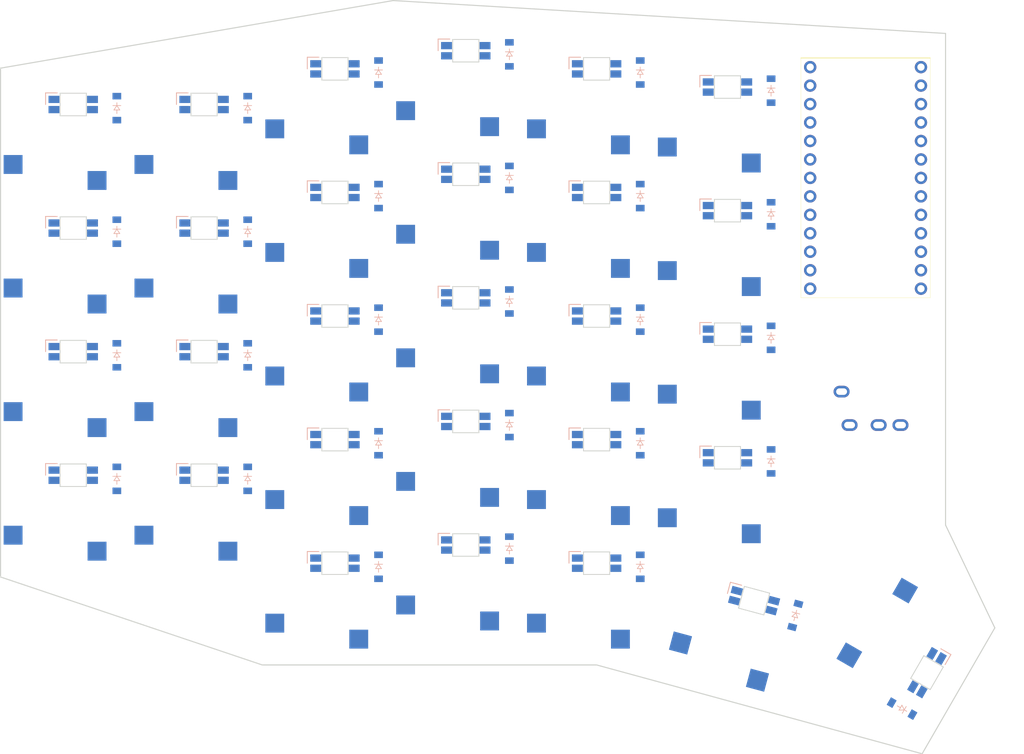
<source format=kicad_pcb>

            
(kicad_pcb (version 20171130) (host pcbnew 5.1.6)

  (page A3)
  (title_block
    (title main_pcb)
    (rev v1.0.0)
    (company Unknown)
  )

  (general
    (thickness 1.6)
  )

  (layers
    (0 F.Cu signal)
    (31 B.Cu signal)
    (32 B.Adhes user)
    (33 F.Adhes user)
    (34 B.Paste user)
    (35 F.Paste user)
    (36 B.SilkS user)
    (37 F.SilkS user)
    (38 B.Mask user)
    (39 F.Mask user)
    (40 Dwgs.User user)
    (41 Cmts.User user)
    (42 Eco1.User user)
    (43 Eco2.User user)
    (44 Edge.Cuts user)
    (45 Margin user)
    (46 B.CrtYd user)
    (47 F.CrtYd user)
    (48 B.Fab user)
    (49 F.Fab user)
  )

  (setup
    (last_trace_width 0.25)
    (trace_clearance 0.2)
    (zone_clearance 0.508)
    (zone_45_only no)
    (trace_min 0.2)
    (via_size 0.8)
    (via_drill 0.4)
    (via_min_size 0.4)
    (via_min_drill 0.3)
    (uvia_size 0.3)
    (uvia_drill 0.1)
    (uvias_allowed no)
    (uvia_min_size 0.2)
    (uvia_min_drill 0.1)
    (edge_width 0.05)
    (segment_width 0.2)
    (pcb_text_width 0.3)
    (pcb_text_size 1.5 1.5)
    (mod_edge_width 0.12)
    (mod_text_size 1 1)
    (mod_text_width 0.15)
    (pad_size 1.524 1.524)
    (pad_drill 0.762)
    (pad_to_mask_clearance 0.05)
    (aux_axis_origin 0 0)
    (visible_elements FFFFFF7F)
    (pcbplotparams
      (layerselection 0x010fc_ffffffff)
      (usegerberextensions false)
      (usegerberattributes true)
      (usegerberadvancedattributes true)
      (creategerberjobfile true)
      (excludeedgelayer true)
      (linewidth 0.100000)
      (plotframeref false)
      (viasonmask false)
      (mode 1)
      (useauxorigin false)
      (hpglpennumber 1)
      (hpglpenspeed 20)
      (hpglpendiameter 15.000000)
      (psnegative false)
      (psa4output false)
      (plotreference true)
      (plotvalue true)
      (plotinvisibletext false)
      (padsonsilk false)
      (subtractmaskfromsilk false)
      (outputformat 1)
      (mirror false)
      (drillshape 1)
      (scaleselection 1)
      (outputdirectory ""))
  )

            (net 0 "")
(net 1 "P14")
(net 2 "outer_bottom")
(net 3 "outer_home")
(net 4 "outer_top")
(net 5 "outer_num")
(net 6 "P16")
(net 7 "pinky_bottom")
(net 8 "pinky_home")
(net 9 "pinky_top")
(net 10 "pinky_num")
(net 11 "ring_mod")
(net 12 "P10")
(net 13 "ring_bottom")
(net 14 "ring_home")
(net 15 "ring_top")
(net 16 "ring_num")
(net 17 "middle_mod")
(net 18 "P7")
(net 19 "middle_bottom")
(net 20 "middle_home")
(net 21 "middle_top")
(net 22 "middle_num")
(net 23 "index_mod")
(net 24 "P8")
(net 25 "index_bottom")
(net 26 "index_home")
(net 27 "index_top")
(net 28 "index_num")
(net 29 "P9")
(net 30 "inner_bottom")
(net 31 "inner_home")
(net 32 "inner_top")
(net 33 "inner_num")
(net 34 "layer_cluster")
(net 35 "space_cluster")
(net 36 "VDD")
(net 37 "LED_26")
(net 38 "GND")
(net 39 "LED_25")
(net 40 "LED_27")
(net 41 "LED_28")
(net 42 "LED_29")
(net 43 "LED_24")
(net 44 "LED_23")
(net 45 "LED_22")
(net 46 "LED_21")
(net 47 "LED_17")
(net 48 "LED_16")
(net 49 "LED_18")
(net 50 "LED_19")
(net 51 "LED_20")
(net 52 "LED_15")
(net 53 "LED_14")
(net 54 "LED_13")
(net 55 "LED_12")
(net 56 "LED_11")
(net 57 "LED_7")
(net 58 "LED_6")
(net 59 "LED_8")
(net 60 "LED_9")
(net 61 "LED_10")
(net 62 "LED_4")
(net 63 "LED_3")
(net 64 "LED_2")
(net 65 "LED_1")
(net 66 "P0")
(net 67 "LED_5")
(net 68 "P18")
(net 69 "P19")
(net 70 "P20")
(net 71 "P21")
(net 72 "P15")
(net 73 "RAW")
(net 74 "RST")
(net 75 "P1")
(net 76 "P2")
(net 77 "P3")
(net 78 "P4")
(net 79 "P5")
(net 80 "P6")
(net 81 "P11")
(net 82 "P12")
(net 83 "P13")
(net 84 "P22")
(net 85 "P23")
(net 86 "P26")
(net 87 "P27")
(net 88 "P28")
(net 89 "P29")
            
  (net_class Default "This is the default net class."
    (clearance 0.2)
    (trace_width 0.25)
    (via_dia 0.8)
    (via_drill 0.4)
    (uvia_dia 0.3)
    (uvia_drill 0.1)
    (add_net "")
(add_net "P14")
(add_net "outer_bottom")
(add_net "outer_home")
(add_net "outer_top")
(add_net "outer_num")
(add_net "P16")
(add_net "pinky_bottom")
(add_net "pinky_home")
(add_net "pinky_top")
(add_net "pinky_num")
(add_net "ring_mod")
(add_net "P10")
(add_net "ring_bottom")
(add_net "ring_home")
(add_net "ring_top")
(add_net "ring_num")
(add_net "middle_mod")
(add_net "P7")
(add_net "middle_bottom")
(add_net "middle_home")
(add_net "middle_top")
(add_net "middle_num")
(add_net "index_mod")
(add_net "P8")
(add_net "index_bottom")
(add_net "index_home")
(add_net "index_top")
(add_net "index_num")
(add_net "P9")
(add_net "inner_bottom")
(add_net "inner_home")
(add_net "inner_top")
(add_net "inner_num")
(add_net "layer_cluster")
(add_net "space_cluster")
(add_net "VDD")
(add_net "LED_26")
(add_net "GND")
(add_net "LED_25")
(add_net "LED_27")
(add_net "LED_28")
(add_net "LED_29")
(add_net "LED_24")
(add_net "LED_23")
(add_net "LED_22")
(add_net "LED_21")
(add_net "LED_17")
(add_net "LED_16")
(add_net "LED_18")
(add_net "LED_19")
(add_net "LED_20")
(add_net "LED_15")
(add_net "LED_14")
(add_net "LED_13")
(add_net "LED_12")
(add_net "LED_11")
(add_net "LED_7")
(add_net "LED_6")
(add_net "LED_8")
(add_net "LED_9")
(add_net "LED_10")
(add_net "LED_4")
(add_net "LED_3")
(add_net "LED_2")
(add_net "LED_1")
(add_net "P0")
(add_net "LED_5")
(add_net "P18")
(add_net "P19")
(add_net "P20")
(add_net "P21")
(add_net "P15")
(add_net "RAW")
(add_net "RST")
(add_net "P1")
(add_net "P2")
(add_net "P3")
(add_net "P4")
(add_net "P5")
(add_net "P6")
(add_net "P11")
(add_net "P12")
(add_net "P13")
(add_net "P22")
(add_net "P23")
(add_net "P26")
(add_net "P27")
(add_net "P28")
(add_net "P29")
  )

            
        
      (module PG1350 (layer F.Cu) (tedit 5DD50112)
      (at 100 -117 180)

      
      (fp_text reference "S1" (at 0 0) (layer F.SilkS) hide (effects (font (size 1.27 1.27) (thickness 0.15))))
      (fp_text value "" (at 0 0) (layer F.SilkS) hide (effects (font (size 1.27 1.27) (thickness 0.15))))

      
      (fp_line (start -7 -6) (end -7 -7) (layer Dwgs.User) (width 0.15))
      (fp_line (start -7 7) (end -6 7) (layer Dwgs.User) (width 0.15))
      (fp_line (start -6 -7) (end -7 -7) (layer Dwgs.User) (width 0.15))
      (fp_line (start -7 7) (end -7 6) (layer Dwgs.User) (width 0.15))
      (fp_line (start 7 6) (end 7 7) (layer Dwgs.User) (width 0.15))
      (fp_line (start 7 -7) (end 6 -7) (layer Dwgs.User) (width 0.15))
      (fp_line (start 6 7) (end 7 7) (layer Dwgs.User) (width 0.15))
      (fp_line (start 7 -7) (end 7 -6) (layer Dwgs.User) (width 0.15))      
      
      
      (pad "" np_thru_hole circle (at 0 0) (size 3.429 3.429) (drill 3.429) (layers *.Cu *.Mask))
        
      
      (pad "" np_thru_hole circle (at 5.5 0) (size 1.7018 1.7018) (drill 1.7018) (layers *.Cu *.Mask))
      (pad "" np_thru_hole circle (at -5.5 0) (size 1.7018 1.7018) (drill 1.7018) (layers *.Cu *.Mask))
      
        
      
      (fp_line (start -9 -8.5) (end 9 -8.5) (layer Dwgs.User) (width 0.15))
      (fp_line (start 9 -8.5) (end 9 8.5) (layer Dwgs.User) (width 0.15))
      (fp_line (start 9 8.5) (end -9 8.5) (layer Dwgs.User) (width 0.15))
      (fp_line (start -9 8.5) (end -9 -8.5) (layer Dwgs.User) (width 0.15))
      
        
          
          (pad "" np_thru_hole circle (at 5 -3.75) (size 3 3) (drill 3) (layers *.Cu *.Mask))
          (pad "" np_thru_hole circle (at 0 -5.95) (size 3 3) (drill 3) (layers *.Cu *.Mask))
      
          
          (pad 1 smd rect (at -3.275 -5.95 180) (size 2.6 2.6) (layers B.Cu B.Paste B.Mask)  (net 1 "P14"))
          (pad 2 smd rect (at 8.275 -3.75 180) (size 2.6 2.6) (layers B.Cu B.Paste B.Mask)  (net 2 "outer_bottom"))
        )
        

        
      (module PG1350 (layer F.Cu) (tedit 5DD50112)
      (at 100 -134 180)

      
      (fp_text reference "S2" (at 0 0) (layer F.SilkS) hide (effects (font (size 1.27 1.27) (thickness 0.15))))
      (fp_text value "" (at 0 0) (layer F.SilkS) hide (effects (font (size 1.27 1.27) (thickness 0.15))))

      
      (fp_line (start -7 -6) (end -7 -7) (layer Dwgs.User) (width 0.15))
      (fp_line (start -7 7) (end -6 7) (layer Dwgs.User) (width 0.15))
      (fp_line (start -6 -7) (end -7 -7) (layer Dwgs.User) (width 0.15))
      (fp_line (start -7 7) (end -7 6) (layer Dwgs.User) (width 0.15))
      (fp_line (start 7 6) (end 7 7) (layer Dwgs.User) (width 0.15))
      (fp_line (start 7 -7) (end 6 -7) (layer Dwgs.User) (width 0.15))
      (fp_line (start 6 7) (end 7 7) (layer Dwgs.User) (width 0.15))
      (fp_line (start 7 -7) (end 7 -6) (layer Dwgs.User) (width 0.15))      
      
      
      (pad "" np_thru_hole circle (at 0 0) (size 3.429 3.429) (drill 3.429) (layers *.Cu *.Mask))
        
      
      (pad "" np_thru_hole circle (at 5.5 0) (size 1.7018 1.7018) (drill 1.7018) (layers *.Cu *.Mask))
      (pad "" np_thru_hole circle (at -5.5 0) (size 1.7018 1.7018) (drill 1.7018) (layers *.Cu *.Mask))
      
        
      
      (fp_line (start -9 -8.5) (end 9 -8.5) (layer Dwgs.User) (width 0.15))
      (fp_line (start 9 -8.5) (end 9 8.5) (layer Dwgs.User) (width 0.15))
      (fp_line (start 9 8.5) (end -9 8.5) (layer Dwgs.User) (width 0.15))
      (fp_line (start -9 8.5) (end -9 -8.5) (layer Dwgs.User) (width 0.15))
      
        
          
          (pad "" np_thru_hole circle (at 5 -3.75) (size 3 3) (drill 3) (layers *.Cu *.Mask))
          (pad "" np_thru_hole circle (at 0 -5.95) (size 3 3) (drill 3) (layers *.Cu *.Mask))
      
          
          (pad 1 smd rect (at -3.275 -5.95 180) (size 2.6 2.6) (layers B.Cu B.Paste B.Mask)  (net 1 "P14"))
          (pad 2 smd rect (at 8.275 -3.75 180) (size 2.6 2.6) (layers B.Cu B.Paste B.Mask)  (net 3 "outer_home"))
        )
        

        
      (module PG1350 (layer F.Cu) (tedit 5DD50112)
      (at 100 -151 180)

      
      (fp_text reference "S3" (at 0 0) (layer F.SilkS) hide (effects (font (size 1.27 1.27) (thickness 0.15))))
      (fp_text value "" (at 0 0) (layer F.SilkS) hide (effects (font (size 1.27 1.27) (thickness 0.15))))

      
      (fp_line (start -7 -6) (end -7 -7) (layer Dwgs.User) (width 0.15))
      (fp_line (start -7 7) (end -6 7) (layer Dwgs.User) (width 0.15))
      (fp_line (start -6 -7) (end -7 -7) (layer Dwgs.User) (width 0.15))
      (fp_line (start -7 7) (end -7 6) (layer Dwgs.User) (width 0.15))
      (fp_line (start 7 6) (end 7 7) (layer Dwgs.User) (width 0.15))
      (fp_line (start 7 -7) (end 6 -7) (layer Dwgs.User) (width 0.15))
      (fp_line (start 6 7) (end 7 7) (layer Dwgs.User) (width 0.15))
      (fp_line (start 7 -7) (end 7 -6) (layer Dwgs.User) (width 0.15))      
      
      
      (pad "" np_thru_hole circle (at 0 0) (size 3.429 3.429) (drill 3.429) (layers *.Cu *.Mask))
        
      
      (pad "" np_thru_hole circle (at 5.5 0) (size 1.7018 1.7018) (drill 1.7018) (layers *.Cu *.Mask))
      (pad "" np_thru_hole circle (at -5.5 0) (size 1.7018 1.7018) (drill 1.7018) (layers *.Cu *.Mask))
      
        
      
      (fp_line (start -9 -8.5) (end 9 -8.5) (layer Dwgs.User) (width 0.15))
      (fp_line (start 9 -8.5) (end 9 8.5) (layer Dwgs.User) (width 0.15))
      (fp_line (start 9 8.5) (end -9 8.5) (layer Dwgs.User) (width 0.15))
      (fp_line (start -9 8.5) (end -9 -8.5) (layer Dwgs.User) (width 0.15))
      
        
          
          (pad "" np_thru_hole circle (at 5 -3.75) (size 3 3) (drill 3) (layers *.Cu *.Mask))
          (pad "" np_thru_hole circle (at 0 -5.95) (size 3 3) (drill 3) (layers *.Cu *.Mask))
      
          
          (pad 1 smd rect (at -3.275 -5.95 180) (size 2.6 2.6) (layers B.Cu B.Paste B.Mask)  (net 1 "P14"))
          (pad 2 smd rect (at 8.275 -3.75 180) (size 2.6 2.6) (layers B.Cu B.Paste B.Mask)  (net 4 "outer_top"))
        )
        

        
      (module PG1350 (layer F.Cu) (tedit 5DD50112)
      (at 100 -168 180)

      
      (fp_text reference "S4" (at 0 0) (layer F.SilkS) hide (effects (font (size 1.27 1.27) (thickness 0.15))))
      (fp_text value "" (at 0 0) (layer F.SilkS) hide (effects (font (size 1.27 1.27) (thickness 0.15))))

      
      (fp_line (start -7 -6) (end -7 -7) (layer Dwgs.User) (width 0.15))
      (fp_line (start -7 7) (end -6 7) (layer Dwgs.User) (width 0.15))
      (fp_line (start -6 -7) (end -7 -7) (layer Dwgs.User) (width 0.15))
      (fp_line (start -7 7) (end -7 6) (layer Dwgs.User) (width 0.15))
      (fp_line (start 7 6) (end 7 7) (layer Dwgs.User) (width 0.15))
      (fp_line (start 7 -7) (end 6 -7) (layer Dwgs.User) (width 0.15))
      (fp_line (start 6 7) (end 7 7) (layer Dwgs.User) (width 0.15))
      (fp_line (start 7 -7) (end 7 -6) (layer Dwgs.User) (width 0.15))      
      
      
      (pad "" np_thru_hole circle (at 0 0) (size 3.429 3.429) (drill 3.429) (layers *.Cu *.Mask))
        
      
      (pad "" np_thru_hole circle (at 5.5 0) (size 1.7018 1.7018) (drill 1.7018) (layers *.Cu *.Mask))
      (pad "" np_thru_hole circle (at -5.5 0) (size 1.7018 1.7018) (drill 1.7018) (layers *.Cu *.Mask))
      
        
      
      (fp_line (start -9 -8.5) (end 9 -8.5) (layer Dwgs.User) (width 0.15))
      (fp_line (start 9 -8.5) (end 9 8.5) (layer Dwgs.User) (width 0.15))
      (fp_line (start 9 8.5) (end -9 8.5) (layer Dwgs.User) (width 0.15))
      (fp_line (start -9 8.5) (end -9 -8.5) (layer Dwgs.User) (width 0.15))
      
        
          
          (pad "" np_thru_hole circle (at 5 -3.75) (size 3 3) (drill 3) (layers *.Cu *.Mask))
          (pad "" np_thru_hole circle (at 0 -5.95) (size 3 3) (drill 3) (layers *.Cu *.Mask))
      
          
          (pad 1 smd rect (at -3.275 -5.95 180) (size 2.6 2.6) (layers B.Cu B.Paste B.Mask)  (net 1 "P14"))
          (pad 2 smd rect (at 8.275 -3.75 180) (size 2.6 2.6) (layers B.Cu B.Paste B.Mask)  (net 5 "outer_num"))
        )
        

        
      (module PG1350 (layer F.Cu) (tedit 5DD50112)
      (at 118 -117 180)

      
      (fp_text reference "S5" (at 0 0) (layer F.SilkS) hide (effects (font (size 1.27 1.27) (thickness 0.15))))
      (fp_text value "" (at 0 0) (layer F.SilkS) hide (effects (font (size 1.27 1.27) (thickness 0.15))))

      
      (fp_line (start -7 -6) (end -7 -7) (layer Dwgs.User) (width 0.15))
      (fp_line (start -7 7) (end -6 7) (layer Dwgs.User) (width 0.15))
      (fp_line (start -6 -7) (end -7 -7) (layer Dwgs.User) (width 0.15))
      (fp_line (start -7 7) (end -7 6) (layer Dwgs.User) (width 0.15))
      (fp_line (start 7 6) (end 7 7) (layer Dwgs.User) (width 0.15))
      (fp_line (start 7 -7) (end 6 -7) (layer Dwgs.User) (width 0.15))
      (fp_line (start 6 7) (end 7 7) (layer Dwgs.User) (width 0.15))
      (fp_line (start 7 -7) (end 7 -6) (layer Dwgs.User) (width 0.15))      
      
      
      (pad "" np_thru_hole circle (at 0 0) (size 3.429 3.429) (drill 3.429) (layers *.Cu *.Mask))
        
      
      (pad "" np_thru_hole circle (at 5.5 0) (size 1.7018 1.7018) (drill 1.7018) (layers *.Cu *.Mask))
      (pad "" np_thru_hole circle (at -5.5 0) (size 1.7018 1.7018) (drill 1.7018) (layers *.Cu *.Mask))
      
        
      
      (fp_line (start -9 -8.5) (end 9 -8.5) (layer Dwgs.User) (width 0.15))
      (fp_line (start 9 -8.5) (end 9 8.5) (layer Dwgs.User) (width 0.15))
      (fp_line (start 9 8.5) (end -9 8.5) (layer Dwgs.User) (width 0.15))
      (fp_line (start -9 8.5) (end -9 -8.5) (layer Dwgs.User) (width 0.15))
      
        
          
          (pad "" np_thru_hole circle (at 5 -3.75) (size 3 3) (drill 3) (layers *.Cu *.Mask))
          (pad "" np_thru_hole circle (at 0 -5.95) (size 3 3) (drill 3) (layers *.Cu *.Mask))
      
          
          (pad 1 smd rect (at -3.275 -5.95 180) (size 2.6 2.6) (layers B.Cu B.Paste B.Mask)  (net 6 "P16"))
          (pad 2 smd rect (at 8.275 -3.75 180) (size 2.6 2.6) (layers B.Cu B.Paste B.Mask)  (net 7 "pinky_bottom"))
        )
        

        
      (module PG1350 (layer F.Cu) (tedit 5DD50112)
      (at 118 -134 180)

      
      (fp_text reference "S6" (at 0 0) (layer F.SilkS) hide (effects (font (size 1.27 1.27) (thickness 0.15))))
      (fp_text value "" (at 0 0) (layer F.SilkS) hide (effects (font (size 1.27 1.27) (thickness 0.15))))

      
      (fp_line (start -7 -6) (end -7 -7) (layer Dwgs.User) (width 0.15))
      (fp_line (start -7 7) (end -6 7) (layer Dwgs.User) (width 0.15))
      (fp_line (start -6 -7) (end -7 -7) (layer Dwgs.User) (width 0.15))
      (fp_line (start -7 7) (end -7 6) (layer Dwgs.User) (width 0.15))
      (fp_line (start 7 6) (end 7 7) (layer Dwgs.User) (width 0.15))
      (fp_line (start 7 -7) (end 6 -7) (layer Dwgs.User) (width 0.15))
      (fp_line (start 6 7) (end 7 7) (layer Dwgs.User) (width 0.15))
      (fp_line (start 7 -7) (end 7 -6) (layer Dwgs.User) (width 0.15))      
      
      
      (pad "" np_thru_hole circle (at 0 0) (size 3.429 3.429) (drill 3.429) (layers *.Cu *.Mask))
        
      
      (pad "" np_thru_hole circle (at 5.5 0) (size 1.7018 1.7018) (drill 1.7018) (layers *.Cu *.Mask))
      (pad "" np_thru_hole circle (at -5.5 0) (size 1.7018 1.7018) (drill 1.7018) (layers *.Cu *.Mask))
      
        
      
      (fp_line (start -9 -8.5) (end 9 -8.5) (layer Dwgs.User) (width 0.15))
      (fp_line (start 9 -8.5) (end 9 8.5) (layer Dwgs.User) (width 0.15))
      (fp_line (start 9 8.5) (end -9 8.5) (layer Dwgs.User) (width 0.15))
      (fp_line (start -9 8.5) (end -9 -8.5) (layer Dwgs.User) (width 0.15))
      
        
          
          (pad "" np_thru_hole circle (at 5 -3.75) (size 3 3) (drill 3) (layers *.Cu *.Mask))
          (pad "" np_thru_hole circle (at 0 -5.95) (size 3 3) (drill 3) (layers *.Cu *.Mask))
      
          
          (pad 1 smd rect (at -3.275 -5.95 180) (size 2.6 2.6) (layers B.Cu B.Paste B.Mask)  (net 6 "P16"))
          (pad 2 smd rect (at 8.275 -3.75 180) (size 2.6 2.6) (layers B.Cu B.Paste B.Mask)  (net 8 "pinky_home"))
        )
        

        
      (module PG1350 (layer F.Cu) (tedit 5DD50112)
      (at 118 -151 180)

      
      (fp_text reference "S7" (at 0 0) (layer F.SilkS) hide (effects (font (size 1.27 1.27) (thickness 0.15))))
      (fp_text value "" (at 0 0) (layer F.SilkS) hide (effects (font (size 1.27 1.27) (thickness 0.15))))

      
      (fp_line (start -7 -6) (end -7 -7) (layer Dwgs.User) (width 0.15))
      (fp_line (start -7 7) (end -6 7) (layer Dwgs.User) (width 0.15))
      (fp_line (start -6 -7) (end -7 -7) (layer Dwgs.User) (width 0.15))
      (fp_line (start -7 7) (end -7 6) (layer Dwgs.User) (width 0.15))
      (fp_line (start 7 6) (end 7 7) (layer Dwgs.User) (width 0.15))
      (fp_line (start 7 -7) (end 6 -7) (layer Dwgs.User) (width 0.15))
      (fp_line (start 6 7) (end 7 7) (layer Dwgs.User) (width 0.15))
      (fp_line (start 7 -7) (end 7 -6) (layer Dwgs.User) (width 0.15))      
      
      
      (pad "" np_thru_hole circle (at 0 0) (size 3.429 3.429) (drill 3.429) (layers *.Cu *.Mask))
        
      
      (pad "" np_thru_hole circle (at 5.5 0) (size 1.7018 1.7018) (drill 1.7018) (layers *.Cu *.Mask))
      (pad "" np_thru_hole circle (at -5.5 0) (size 1.7018 1.7018) (drill 1.7018) (layers *.Cu *.Mask))
      
        
      
      (fp_line (start -9 -8.5) (end 9 -8.5) (layer Dwgs.User) (width 0.15))
      (fp_line (start 9 -8.5) (end 9 8.5) (layer Dwgs.User) (width 0.15))
      (fp_line (start 9 8.5) (end -9 8.5) (layer Dwgs.User) (width 0.15))
      (fp_line (start -9 8.5) (end -9 -8.5) (layer Dwgs.User) (width 0.15))
      
        
          
          (pad "" np_thru_hole circle (at 5 -3.75) (size 3 3) (drill 3) (layers *.Cu *.Mask))
          (pad "" np_thru_hole circle (at 0 -5.95) (size 3 3) (drill 3) (layers *.Cu *.Mask))
      
          
          (pad 1 smd rect (at -3.275 -5.95 180) (size 2.6 2.6) (layers B.Cu B.Paste B.Mask)  (net 6 "P16"))
          (pad 2 smd rect (at 8.275 -3.75 180) (size 2.6 2.6) (layers B.Cu B.Paste B.Mask)  (net 9 "pinky_top"))
        )
        

        
      (module PG1350 (layer F.Cu) (tedit 5DD50112)
      (at 118 -168 180)

      
      (fp_text reference "S8" (at 0 0) (layer F.SilkS) hide (effects (font (size 1.27 1.27) (thickness 0.15))))
      (fp_text value "" (at 0 0) (layer F.SilkS) hide (effects (font (size 1.27 1.27) (thickness 0.15))))

      
      (fp_line (start -7 -6) (end -7 -7) (layer Dwgs.User) (width 0.15))
      (fp_line (start -7 7) (end -6 7) (layer Dwgs.User) (width 0.15))
      (fp_line (start -6 -7) (end -7 -7) (layer Dwgs.User) (width 0.15))
      (fp_line (start -7 7) (end -7 6) (layer Dwgs.User) (width 0.15))
      (fp_line (start 7 6) (end 7 7) (layer Dwgs.User) (width 0.15))
      (fp_line (start 7 -7) (end 6 -7) (layer Dwgs.User) (width 0.15))
      (fp_line (start 6 7) (end 7 7) (layer Dwgs.User) (width 0.15))
      (fp_line (start 7 -7) (end 7 -6) (layer Dwgs.User) (width 0.15))      
      
      
      (pad "" np_thru_hole circle (at 0 0) (size 3.429 3.429) (drill 3.429) (layers *.Cu *.Mask))
        
      
      (pad "" np_thru_hole circle (at 5.5 0) (size 1.7018 1.7018) (drill 1.7018) (layers *.Cu *.Mask))
      (pad "" np_thru_hole circle (at -5.5 0) (size 1.7018 1.7018) (drill 1.7018) (layers *.Cu *.Mask))
      
        
      
      (fp_line (start -9 -8.5) (end 9 -8.5) (layer Dwgs.User) (width 0.15))
      (fp_line (start 9 -8.5) (end 9 8.5) (layer Dwgs.User) (width 0.15))
      (fp_line (start 9 8.5) (end -9 8.5) (layer Dwgs.User) (width 0.15))
      (fp_line (start -9 8.5) (end -9 -8.5) (layer Dwgs.User) (width 0.15))
      
        
          
          (pad "" np_thru_hole circle (at 5 -3.75) (size 3 3) (drill 3) (layers *.Cu *.Mask))
          (pad "" np_thru_hole circle (at 0 -5.95) (size 3 3) (drill 3) (layers *.Cu *.Mask))
      
          
          (pad 1 smd rect (at -3.275 -5.95 180) (size 2.6 2.6) (layers B.Cu B.Paste B.Mask)  (net 6 "P16"))
          (pad 2 smd rect (at 8.275 -3.75 180) (size 2.6 2.6) (layers B.Cu B.Paste B.Mask)  (net 10 "pinky_num"))
        )
        

        
      (module PG1350 (layer F.Cu) (tedit 5DD50112)
      (at 136 -104.9 180)

      
      (fp_text reference "S9" (at 0 0) (layer F.SilkS) hide (effects (font (size 1.27 1.27) (thickness 0.15))))
      (fp_text value "" (at 0 0) (layer F.SilkS) hide (effects (font (size 1.27 1.27) (thickness 0.15))))

      
      (fp_line (start -7 -6) (end -7 -7) (layer Dwgs.User) (width 0.15))
      (fp_line (start -7 7) (end -6 7) (layer Dwgs.User) (width 0.15))
      (fp_line (start -6 -7) (end -7 -7) (layer Dwgs.User) (width 0.15))
      (fp_line (start -7 7) (end -7 6) (layer Dwgs.User) (width 0.15))
      (fp_line (start 7 6) (end 7 7) (layer Dwgs.User) (width 0.15))
      (fp_line (start 7 -7) (end 6 -7) (layer Dwgs.User) (width 0.15))
      (fp_line (start 6 7) (end 7 7) (layer Dwgs.User) (width 0.15))
      (fp_line (start 7 -7) (end 7 -6) (layer Dwgs.User) (width 0.15))      
      
      
      (pad "" np_thru_hole circle (at 0 0) (size 3.429 3.429) (drill 3.429) (layers *.Cu *.Mask))
        
      
      (pad "" np_thru_hole circle (at 5.5 0) (size 1.7018 1.7018) (drill 1.7018) (layers *.Cu *.Mask))
      (pad "" np_thru_hole circle (at -5.5 0) (size 1.7018 1.7018) (drill 1.7018) (layers *.Cu *.Mask))
      
        
      
      (fp_line (start -9 -8.5) (end 9 -8.5) (layer Dwgs.User) (width 0.15))
      (fp_line (start 9 -8.5) (end 9 8.5) (layer Dwgs.User) (width 0.15))
      (fp_line (start 9 8.5) (end -9 8.5) (layer Dwgs.User) (width 0.15))
      (fp_line (start -9 8.5) (end -9 -8.5) (layer Dwgs.User) (width 0.15))
      
        
          
          (pad "" np_thru_hole circle (at 5 -3.75) (size 3 3) (drill 3) (layers *.Cu *.Mask))
          (pad "" np_thru_hole circle (at 0 -5.95) (size 3 3) (drill 3) (layers *.Cu *.Mask))
      
          
          (pad 1 smd rect (at -3.275 -5.95 180) (size 2.6 2.6) (layers B.Cu B.Paste B.Mask)  (net 6 "P16"))
          (pad 2 smd rect (at 8.275 -3.75 180) (size 2.6 2.6) (layers B.Cu B.Paste B.Mask)  (net 11 "ring_mod"))
        )
        

        
      (module PG1350 (layer F.Cu) (tedit 5DD50112)
      (at 136 -121.9 180)

      
      (fp_text reference "S10" (at 0 0) (layer F.SilkS) hide (effects (font (size 1.27 1.27) (thickness 0.15))))
      (fp_text value "" (at 0 0) (layer F.SilkS) hide (effects (font (size 1.27 1.27) (thickness 0.15))))

      
      (fp_line (start -7 -6) (end -7 -7) (layer Dwgs.User) (width 0.15))
      (fp_line (start -7 7) (end -6 7) (layer Dwgs.User) (width 0.15))
      (fp_line (start -6 -7) (end -7 -7) (layer Dwgs.User) (width 0.15))
      (fp_line (start -7 7) (end -7 6) (layer Dwgs.User) (width 0.15))
      (fp_line (start 7 6) (end 7 7) (layer Dwgs.User) (width 0.15))
      (fp_line (start 7 -7) (end 6 -7) (layer Dwgs.User) (width 0.15))
      (fp_line (start 6 7) (end 7 7) (layer Dwgs.User) (width 0.15))
      (fp_line (start 7 -7) (end 7 -6) (layer Dwgs.User) (width 0.15))      
      
      
      (pad "" np_thru_hole circle (at 0 0) (size 3.429 3.429) (drill 3.429) (layers *.Cu *.Mask))
        
      
      (pad "" np_thru_hole circle (at 5.5 0) (size 1.7018 1.7018) (drill 1.7018) (layers *.Cu *.Mask))
      (pad "" np_thru_hole circle (at -5.5 0) (size 1.7018 1.7018) (drill 1.7018) (layers *.Cu *.Mask))
      
        
      
      (fp_line (start -9 -8.5) (end 9 -8.5) (layer Dwgs.User) (width 0.15))
      (fp_line (start 9 -8.5) (end 9 8.5) (layer Dwgs.User) (width 0.15))
      (fp_line (start 9 8.5) (end -9 8.5) (layer Dwgs.User) (width 0.15))
      (fp_line (start -9 8.5) (end -9 -8.5) (layer Dwgs.User) (width 0.15))
      
        
          
          (pad "" np_thru_hole circle (at 5 -3.75) (size 3 3) (drill 3) (layers *.Cu *.Mask))
          (pad "" np_thru_hole circle (at 0 -5.95) (size 3 3) (drill 3) (layers *.Cu *.Mask))
      
          
          (pad 1 smd rect (at -3.275 -5.95 180) (size 2.6 2.6) (layers B.Cu B.Paste B.Mask)  (net 12 "P10"))
          (pad 2 smd rect (at 8.275 -3.75 180) (size 2.6 2.6) (layers B.Cu B.Paste B.Mask)  (net 13 "ring_bottom"))
        )
        

        
      (module PG1350 (layer F.Cu) (tedit 5DD50112)
      (at 136 -138.9 180)

      
      (fp_text reference "S11" (at 0 0) (layer F.SilkS) hide (effects (font (size 1.27 1.27) (thickness 0.15))))
      (fp_text value "" (at 0 0) (layer F.SilkS) hide (effects (font (size 1.27 1.27) (thickness 0.15))))

      
      (fp_line (start -7 -6) (end -7 -7) (layer Dwgs.User) (width 0.15))
      (fp_line (start -7 7) (end -6 7) (layer Dwgs.User) (width 0.15))
      (fp_line (start -6 -7) (end -7 -7) (layer Dwgs.User) (width 0.15))
      (fp_line (start -7 7) (end -7 6) (layer Dwgs.User) (width 0.15))
      (fp_line (start 7 6) (end 7 7) (layer Dwgs.User) (width 0.15))
      (fp_line (start 7 -7) (end 6 -7) (layer Dwgs.User) (width 0.15))
      (fp_line (start 6 7) (end 7 7) (layer Dwgs.User) (width 0.15))
      (fp_line (start 7 -7) (end 7 -6) (layer Dwgs.User) (width 0.15))      
      
      
      (pad "" np_thru_hole circle (at 0 0) (size 3.429 3.429) (drill 3.429) (layers *.Cu *.Mask))
        
      
      (pad "" np_thru_hole circle (at 5.5 0) (size 1.7018 1.7018) (drill 1.7018) (layers *.Cu *.Mask))
      (pad "" np_thru_hole circle (at -5.5 0) (size 1.7018 1.7018) (drill 1.7018) (layers *.Cu *.Mask))
      
        
      
      (fp_line (start -9 -8.5) (end 9 -8.5) (layer Dwgs.User) (width 0.15))
      (fp_line (start 9 -8.5) (end 9 8.5) (layer Dwgs.User) (width 0.15))
      (fp_line (start 9 8.5) (end -9 8.5) (layer Dwgs.User) (width 0.15))
      (fp_line (start -9 8.5) (end -9 -8.5) (layer Dwgs.User) (width 0.15))
      
        
          
          (pad "" np_thru_hole circle (at 5 -3.75) (size 3 3) (drill 3) (layers *.Cu *.Mask))
          (pad "" np_thru_hole circle (at 0 -5.95) (size 3 3) (drill 3) (layers *.Cu *.Mask))
      
          
          (pad 1 smd rect (at -3.275 -5.95 180) (size 2.6 2.6) (layers B.Cu B.Paste B.Mask)  (net 12 "P10"))
          (pad 2 smd rect (at 8.275 -3.75 180) (size 2.6 2.6) (layers B.Cu B.Paste B.Mask)  (net 14 "ring_home"))
        )
        

        
      (module PG1350 (layer F.Cu) (tedit 5DD50112)
      (at 136 -155.9 180)

      
      (fp_text reference "S12" (at 0 0) (layer F.SilkS) hide (effects (font (size 1.27 1.27) (thickness 0.15))))
      (fp_text value "" (at 0 0) (layer F.SilkS) hide (effects (font (size 1.27 1.27) (thickness 0.15))))

      
      (fp_line (start -7 -6) (end -7 -7) (layer Dwgs.User) (width 0.15))
      (fp_line (start -7 7) (end -6 7) (layer Dwgs.User) (width 0.15))
      (fp_line (start -6 -7) (end -7 -7) (layer Dwgs.User) (width 0.15))
      (fp_line (start -7 7) (end -7 6) (layer Dwgs.User) (width 0.15))
      (fp_line (start 7 6) (end 7 7) (layer Dwgs.User) (width 0.15))
      (fp_line (start 7 -7) (end 6 -7) (layer Dwgs.User) (width 0.15))
      (fp_line (start 6 7) (end 7 7) (layer Dwgs.User) (width 0.15))
      (fp_line (start 7 -7) (end 7 -6) (layer Dwgs.User) (width 0.15))      
      
      
      (pad "" np_thru_hole circle (at 0 0) (size 3.429 3.429) (drill 3.429) (layers *.Cu *.Mask))
        
      
      (pad "" np_thru_hole circle (at 5.5 0) (size 1.7018 1.7018) (drill 1.7018) (layers *.Cu *.Mask))
      (pad "" np_thru_hole circle (at -5.5 0) (size 1.7018 1.7018) (drill 1.7018) (layers *.Cu *.Mask))
      
        
      
      (fp_line (start -9 -8.5) (end 9 -8.5) (layer Dwgs.User) (width 0.15))
      (fp_line (start 9 -8.5) (end 9 8.5) (layer Dwgs.User) (width 0.15))
      (fp_line (start 9 8.5) (end -9 8.5) (layer Dwgs.User) (width 0.15))
      (fp_line (start -9 8.5) (end -9 -8.5) (layer Dwgs.User) (width 0.15))
      
        
          
          (pad "" np_thru_hole circle (at 5 -3.75) (size 3 3) (drill 3) (layers *.Cu *.Mask))
          (pad "" np_thru_hole circle (at 0 -5.95) (size 3 3) (drill 3) (layers *.Cu *.Mask))
      
          
          (pad 1 smd rect (at -3.275 -5.95 180) (size 2.6 2.6) (layers B.Cu B.Paste B.Mask)  (net 12 "P10"))
          (pad 2 smd rect (at 8.275 -3.75 180) (size 2.6 2.6) (layers B.Cu B.Paste B.Mask)  (net 15 "ring_top"))
        )
        

        
      (module PG1350 (layer F.Cu) (tedit 5DD50112)
      (at 136 -172.9 180)

      
      (fp_text reference "S13" (at 0 0) (layer F.SilkS) hide (effects (font (size 1.27 1.27) (thickness 0.15))))
      (fp_text value "" (at 0 0) (layer F.SilkS) hide (effects (font (size 1.27 1.27) (thickness 0.15))))

      
      (fp_line (start -7 -6) (end -7 -7) (layer Dwgs.User) (width 0.15))
      (fp_line (start -7 7) (end -6 7) (layer Dwgs.User) (width 0.15))
      (fp_line (start -6 -7) (end -7 -7) (layer Dwgs.User) (width 0.15))
      (fp_line (start -7 7) (end -7 6) (layer Dwgs.User) (width 0.15))
      (fp_line (start 7 6) (end 7 7) (layer Dwgs.User) (width 0.15))
      (fp_line (start 7 -7) (end 6 -7) (layer Dwgs.User) (width 0.15))
      (fp_line (start 6 7) (end 7 7) (layer Dwgs.User) (width 0.15))
      (fp_line (start 7 -7) (end 7 -6) (layer Dwgs.User) (width 0.15))      
      
      
      (pad "" np_thru_hole circle (at 0 0) (size 3.429 3.429) (drill 3.429) (layers *.Cu *.Mask))
        
      
      (pad "" np_thru_hole circle (at 5.5 0) (size 1.7018 1.7018) (drill 1.7018) (layers *.Cu *.Mask))
      (pad "" np_thru_hole circle (at -5.5 0) (size 1.7018 1.7018) (drill 1.7018) (layers *.Cu *.Mask))
      
        
      
      (fp_line (start -9 -8.5) (end 9 -8.5) (layer Dwgs.User) (width 0.15))
      (fp_line (start 9 -8.5) (end 9 8.5) (layer Dwgs.User) (width 0.15))
      (fp_line (start 9 8.5) (end -9 8.5) (layer Dwgs.User) (width 0.15))
      (fp_line (start -9 8.5) (end -9 -8.5) (layer Dwgs.User) (width 0.15))
      
        
          
          (pad "" np_thru_hole circle (at 5 -3.75) (size 3 3) (drill 3) (layers *.Cu *.Mask))
          (pad "" np_thru_hole circle (at 0 -5.95) (size 3 3) (drill 3) (layers *.Cu *.Mask))
      
          
          (pad 1 smd rect (at -3.275 -5.95 180) (size 2.6 2.6) (layers B.Cu B.Paste B.Mask)  (net 12 "P10"))
          (pad 2 smd rect (at 8.275 -3.75 180) (size 2.6 2.6) (layers B.Cu B.Paste B.Mask)  (net 16 "ring_num"))
        )
        

        
      (module PG1350 (layer F.Cu) (tedit 5DD50112)
      (at 154 -107.4 180)

      
      (fp_text reference "S14" (at 0 0) (layer F.SilkS) hide (effects (font (size 1.27 1.27) (thickness 0.15))))
      (fp_text value "" (at 0 0) (layer F.SilkS) hide (effects (font (size 1.27 1.27) (thickness 0.15))))

      
      (fp_line (start -7 -6) (end -7 -7) (layer Dwgs.User) (width 0.15))
      (fp_line (start -7 7) (end -6 7) (layer Dwgs.User) (width 0.15))
      (fp_line (start -6 -7) (end -7 -7) (layer Dwgs.User) (width 0.15))
      (fp_line (start -7 7) (end -7 6) (layer Dwgs.User) (width 0.15))
      (fp_line (start 7 6) (end 7 7) (layer Dwgs.User) (width 0.15))
      (fp_line (start 7 -7) (end 6 -7) (layer Dwgs.User) (width 0.15))
      (fp_line (start 6 7) (end 7 7) (layer Dwgs.User) (width 0.15))
      (fp_line (start 7 -7) (end 7 -6) (layer Dwgs.User) (width 0.15))      
      
      
      (pad "" np_thru_hole circle (at 0 0) (size 3.429 3.429) (drill 3.429) (layers *.Cu *.Mask))
        
      
      (pad "" np_thru_hole circle (at 5.5 0) (size 1.7018 1.7018) (drill 1.7018) (layers *.Cu *.Mask))
      (pad "" np_thru_hole circle (at -5.5 0) (size 1.7018 1.7018) (drill 1.7018) (layers *.Cu *.Mask))
      
        
      
      (fp_line (start -9 -8.5) (end 9 -8.5) (layer Dwgs.User) (width 0.15))
      (fp_line (start 9 -8.5) (end 9 8.5) (layer Dwgs.User) (width 0.15))
      (fp_line (start 9 8.5) (end -9 8.5) (layer Dwgs.User) (width 0.15))
      (fp_line (start -9 8.5) (end -9 -8.5) (layer Dwgs.User) (width 0.15))
      
        
          
          (pad "" np_thru_hole circle (at 5 -3.75) (size 3 3) (drill 3) (layers *.Cu *.Mask))
          (pad "" np_thru_hole circle (at 0 -5.95) (size 3 3) (drill 3) (layers *.Cu *.Mask))
      
          
          (pad 1 smd rect (at -3.275 -5.95 180) (size 2.6 2.6) (layers B.Cu B.Paste B.Mask)  (net 12 "P10"))
          (pad 2 smd rect (at 8.275 -3.75 180) (size 2.6 2.6) (layers B.Cu B.Paste B.Mask)  (net 17 "middle_mod"))
        )
        

        
      (module PG1350 (layer F.Cu) (tedit 5DD50112)
      (at 154 -124.4 180)

      
      (fp_text reference "S15" (at 0 0) (layer F.SilkS) hide (effects (font (size 1.27 1.27) (thickness 0.15))))
      (fp_text value "" (at 0 0) (layer F.SilkS) hide (effects (font (size 1.27 1.27) (thickness 0.15))))

      
      (fp_line (start -7 -6) (end -7 -7) (layer Dwgs.User) (width 0.15))
      (fp_line (start -7 7) (end -6 7) (layer Dwgs.User) (width 0.15))
      (fp_line (start -6 -7) (end -7 -7) (layer Dwgs.User) (width 0.15))
      (fp_line (start -7 7) (end -7 6) (layer Dwgs.User) (width 0.15))
      (fp_line (start 7 6) (end 7 7) (layer Dwgs.User) (width 0.15))
      (fp_line (start 7 -7) (end 6 -7) (layer Dwgs.User) (width 0.15))
      (fp_line (start 6 7) (end 7 7) (layer Dwgs.User) (width 0.15))
      (fp_line (start 7 -7) (end 7 -6) (layer Dwgs.User) (width 0.15))      
      
      
      (pad "" np_thru_hole circle (at 0 0) (size 3.429 3.429) (drill 3.429) (layers *.Cu *.Mask))
        
      
      (pad "" np_thru_hole circle (at 5.5 0) (size 1.7018 1.7018) (drill 1.7018) (layers *.Cu *.Mask))
      (pad "" np_thru_hole circle (at -5.5 0) (size 1.7018 1.7018) (drill 1.7018) (layers *.Cu *.Mask))
      
        
      
      (fp_line (start -9 -8.5) (end 9 -8.5) (layer Dwgs.User) (width 0.15))
      (fp_line (start 9 -8.5) (end 9 8.5) (layer Dwgs.User) (width 0.15))
      (fp_line (start 9 8.5) (end -9 8.5) (layer Dwgs.User) (width 0.15))
      (fp_line (start -9 8.5) (end -9 -8.5) (layer Dwgs.User) (width 0.15))
      
        
          
          (pad "" np_thru_hole circle (at 5 -3.75) (size 3 3) (drill 3) (layers *.Cu *.Mask))
          (pad "" np_thru_hole circle (at 0 -5.95) (size 3 3) (drill 3) (layers *.Cu *.Mask))
      
          
          (pad 1 smd rect (at -3.275 -5.95 180) (size 2.6 2.6) (layers B.Cu B.Paste B.Mask)  (net 18 "P7"))
          (pad 2 smd rect (at 8.275 -3.75 180) (size 2.6 2.6) (layers B.Cu B.Paste B.Mask)  (net 19 "middle_bottom"))
        )
        

        
      (module PG1350 (layer F.Cu) (tedit 5DD50112)
      (at 154 -141.4 180)

      
      (fp_text reference "S16" (at 0 0) (layer F.SilkS) hide (effects (font (size 1.27 1.27) (thickness 0.15))))
      (fp_text value "" (at 0 0) (layer F.SilkS) hide (effects (font (size 1.27 1.27) (thickness 0.15))))

      
      (fp_line (start -7 -6) (end -7 -7) (layer Dwgs.User) (width 0.15))
      (fp_line (start -7 7) (end -6 7) (layer Dwgs.User) (width 0.15))
      (fp_line (start -6 -7) (end -7 -7) (layer Dwgs.User) (width 0.15))
      (fp_line (start -7 7) (end -7 6) (layer Dwgs.User) (width 0.15))
      (fp_line (start 7 6) (end 7 7) (layer Dwgs.User) (width 0.15))
      (fp_line (start 7 -7) (end 6 -7) (layer Dwgs.User) (width 0.15))
      (fp_line (start 6 7) (end 7 7) (layer Dwgs.User) (width 0.15))
      (fp_line (start 7 -7) (end 7 -6) (layer Dwgs.User) (width 0.15))      
      
      
      (pad "" np_thru_hole circle (at 0 0) (size 3.429 3.429) (drill 3.429) (layers *.Cu *.Mask))
        
      
      (pad "" np_thru_hole circle (at 5.5 0) (size 1.7018 1.7018) (drill 1.7018) (layers *.Cu *.Mask))
      (pad "" np_thru_hole circle (at -5.5 0) (size 1.7018 1.7018) (drill 1.7018) (layers *.Cu *.Mask))
      
        
      
      (fp_line (start -9 -8.5) (end 9 -8.5) (layer Dwgs.User) (width 0.15))
      (fp_line (start 9 -8.5) (end 9 8.5) (layer Dwgs.User) (width 0.15))
      (fp_line (start 9 8.5) (end -9 8.5) (layer Dwgs.User) (width 0.15))
      (fp_line (start -9 8.5) (end -9 -8.5) (layer Dwgs.User) (width 0.15))
      
        
          
          (pad "" np_thru_hole circle (at 5 -3.75) (size 3 3) (drill 3) (layers *.Cu *.Mask))
          (pad "" np_thru_hole circle (at 0 -5.95) (size 3 3) (drill 3) (layers *.Cu *.Mask))
      
          
          (pad 1 smd rect (at -3.275 -5.95 180) (size 2.6 2.6) (layers B.Cu B.Paste B.Mask)  (net 18 "P7"))
          (pad 2 smd rect (at 8.275 -3.75 180) (size 2.6 2.6) (layers B.Cu B.Paste B.Mask)  (net 20 "middle_home"))
        )
        

        
      (module PG1350 (layer F.Cu) (tedit 5DD50112)
      (at 154 -158.4 180)

      
      (fp_text reference "S17" (at 0 0) (layer F.SilkS) hide (effects (font (size 1.27 1.27) (thickness 0.15))))
      (fp_text value "" (at 0 0) (layer F.SilkS) hide (effects (font (size 1.27 1.27) (thickness 0.15))))

      
      (fp_line (start -7 -6) (end -7 -7) (layer Dwgs.User) (width 0.15))
      (fp_line (start -7 7) (end -6 7) (layer Dwgs.User) (width 0.15))
      (fp_line (start -6 -7) (end -7 -7) (layer Dwgs.User) (width 0.15))
      (fp_line (start -7 7) (end -7 6) (layer Dwgs.User) (width 0.15))
      (fp_line (start 7 6) (end 7 7) (layer Dwgs.User) (width 0.15))
      (fp_line (start 7 -7) (end 6 -7) (layer Dwgs.User) (width 0.15))
      (fp_line (start 6 7) (end 7 7) (layer Dwgs.User) (width 0.15))
      (fp_line (start 7 -7) (end 7 -6) (layer Dwgs.User) (width 0.15))      
      
      
      (pad "" np_thru_hole circle (at 0 0) (size 3.429 3.429) (drill 3.429) (layers *.Cu *.Mask))
        
      
      (pad "" np_thru_hole circle (at 5.5 0) (size 1.7018 1.7018) (drill 1.7018) (layers *.Cu *.Mask))
      (pad "" np_thru_hole circle (at -5.5 0) (size 1.7018 1.7018) (drill 1.7018) (layers *.Cu *.Mask))
      
        
      
      (fp_line (start -9 -8.5) (end 9 -8.5) (layer Dwgs.User) (width 0.15))
      (fp_line (start 9 -8.5) (end 9 8.5) (layer Dwgs.User) (width 0.15))
      (fp_line (start 9 8.5) (end -9 8.5) (layer Dwgs.User) (width 0.15))
      (fp_line (start -9 8.5) (end -9 -8.5) (layer Dwgs.User) (width 0.15))
      
        
          
          (pad "" np_thru_hole circle (at 5 -3.75) (size 3 3) (drill 3) (layers *.Cu *.Mask))
          (pad "" np_thru_hole circle (at 0 -5.95) (size 3 3) (drill 3) (layers *.Cu *.Mask))
      
          
          (pad 1 smd rect (at -3.275 -5.95 180) (size 2.6 2.6) (layers B.Cu B.Paste B.Mask)  (net 18 "P7"))
          (pad 2 smd rect (at 8.275 -3.75 180) (size 2.6 2.6) (layers B.Cu B.Paste B.Mask)  (net 21 "middle_top"))
        )
        

        
      (module PG1350 (layer F.Cu) (tedit 5DD50112)
      (at 154 -175.4 180)

      
      (fp_text reference "S18" (at 0 0) (layer F.SilkS) hide (effects (font (size 1.27 1.27) (thickness 0.15))))
      (fp_text value "" (at 0 0) (layer F.SilkS) hide (effects (font (size 1.27 1.27) (thickness 0.15))))

      
      (fp_line (start -7 -6) (end -7 -7) (layer Dwgs.User) (width 0.15))
      (fp_line (start -7 7) (end -6 7) (layer Dwgs.User) (width 0.15))
      (fp_line (start -6 -7) (end -7 -7) (layer Dwgs.User) (width 0.15))
      (fp_line (start -7 7) (end -7 6) (layer Dwgs.User) (width 0.15))
      (fp_line (start 7 6) (end 7 7) (layer Dwgs.User) (width 0.15))
      (fp_line (start 7 -7) (end 6 -7) (layer Dwgs.User) (width 0.15))
      (fp_line (start 6 7) (end 7 7) (layer Dwgs.User) (width 0.15))
      (fp_line (start 7 -7) (end 7 -6) (layer Dwgs.User) (width 0.15))      
      
      
      (pad "" np_thru_hole circle (at 0 0) (size 3.429 3.429) (drill 3.429) (layers *.Cu *.Mask))
        
      
      (pad "" np_thru_hole circle (at 5.5 0) (size 1.7018 1.7018) (drill 1.7018) (layers *.Cu *.Mask))
      (pad "" np_thru_hole circle (at -5.5 0) (size 1.7018 1.7018) (drill 1.7018) (layers *.Cu *.Mask))
      
        
      
      (fp_line (start -9 -8.5) (end 9 -8.5) (layer Dwgs.User) (width 0.15))
      (fp_line (start 9 -8.5) (end 9 8.5) (layer Dwgs.User) (width 0.15))
      (fp_line (start 9 8.5) (end -9 8.5) (layer Dwgs.User) (width 0.15))
      (fp_line (start -9 8.5) (end -9 -8.5) (layer Dwgs.User) (width 0.15))
      
        
          
          (pad "" np_thru_hole circle (at 5 -3.75) (size 3 3) (drill 3) (layers *.Cu *.Mask))
          (pad "" np_thru_hole circle (at 0 -5.95) (size 3 3) (drill 3) (layers *.Cu *.Mask))
      
          
          (pad 1 smd rect (at -3.275 -5.95 180) (size 2.6 2.6) (layers B.Cu B.Paste B.Mask)  (net 18 "P7"))
          (pad 2 smd rect (at 8.275 -3.75 180) (size 2.6 2.6) (layers B.Cu B.Paste B.Mask)  (net 22 "middle_num"))
        )
        

        
      (module PG1350 (layer F.Cu) (tedit 5DD50112)
      (at 172 -104.9 180)

      
      (fp_text reference "S19" (at 0 0) (layer F.SilkS) hide (effects (font (size 1.27 1.27) (thickness 0.15))))
      (fp_text value "" (at 0 0) (layer F.SilkS) hide (effects (font (size 1.27 1.27) (thickness 0.15))))

      
      (fp_line (start -7 -6) (end -7 -7) (layer Dwgs.User) (width 0.15))
      (fp_line (start -7 7) (end -6 7) (layer Dwgs.User) (width 0.15))
      (fp_line (start -6 -7) (end -7 -7) (layer Dwgs.User) (width 0.15))
      (fp_line (start -7 7) (end -7 6) (layer Dwgs.User) (width 0.15))
      (fp_line (start 7 6) (end 7 7) (layer Dwgs.User) (width 0.15))
      (fp_line (start 7 -7) (end 6 -7) (layer Dwgs.User) (width 0.15))
      (fp_line (start 6 7) (end 7 7) (layer Dwgs.User) (width 0.15))
      (fp_line (start 7 -7) (end 7 -6) (layer Dwgs.User) (width 0.15))      
      
      
      (pad "" np_thru_hole circle (at 0 0) (size 3.429 3.429) (drill 3.429) (layers *.Cu *.Mask))
        
      
      (pad "" np_thru_hole circle (at 5.5 0) (size 1.7018 1.7018) (drill 1.7018) (layers *.Cu *.Mask))
      (pad "" np_thru_hole circle (at -5.5 0) (size 1.7018 1.7018) (drill 1.7018) (layers *.Cu *.Mask))
      
        
      
      (fp_line (start -9 -8.5) (end 9 -8.5) (layer Dwgs.User) (width 0.15))
      (fp_line (start 9 -8.5) (end 9 8.5) (layer Dwgs.User) (width 0.15))
      (fp_line (start 9 8.5) (end -9 8.5) (layer Dwgs.User) (width 0.15))
      (fp_line (start -9 8.5) (end -9 -8.5) (layer Dwgs.User) (width 0.15))
      
        
          
          (pad "" np_thru_hole circle (at 5 -3.75) (size 3 3) (drill 3) (layers *.Cu *.Mask))
          (pad "" np_thru_hole circle (at 0 -5.95) (size 3 3) (drill 3) (layers *.Cu *.Mask))
      
          
          (pad 1 smd rect (at -3.275 -5.95 180) (size 2.6 2.6) (layers B.Cu B.Paste B.Mask)  (net 18 "P7"))
          (pad 2 smd rect (at 8.275 -3.75 180) (size 2.6 2.6) (layers B.Cu B.Paste B.Mask)  (net 23 "index_mod"))
        )
        

        
      (module PG1350 (layer F.Cu) (tedit 5DD50112)
      (at 172 -121.9 180)

      
      (fp_text reference "S20" (at 0 0) (layer F.SilkS) hide (effects (font (size 1.27 1.27) (thickness 0.15))))
      (fp_text value "" (at 0 0) (layer F.SilkS) hide (effects (font (size 1.27 1.27) (thickness 0.15))))

      
      (fp_line (start -7 -6) (end -7 -7) (layer Dwgs.User) (width 0.15))
      (fp_line (start -7 7) (end -6 7) (layer Dwgs.User) (width 0.15))
      (fp_line (start -6 -7) (end -7 -7) (layer Dwgs.User) (width 0.15))
      (fp_line (start -7 7) (end -7 6) (layer Dwgs.User) (width 0.15))
      (fp_line (start 7 6) (end 7 7) (layer Dwgs.User) (width 0.15))
      (fp_line (start 7 -7) (end 6 -7) (layer Dwgs.User) (width 0.15))
      (fp_line (start 6 7) (end 7 7) (layer Dwgs.User) (width 0.15))
      (fp_line (start 7 -7) (end 7 -6) (layer Dwgs.User) (width 0.15))      
      
      
      (pad "" np_thru_hole circle (at 0 0) (size 3.429 3.429) (drill 3.429) (layers *.Cu *.Mask))
        
      
      (pad "" np_thru_hole circle (at 5.5 0) (size 1.7018 1.7018) (drill 1.7018) (layers *.Cu *.Mask))
      (pad "" np_thru_hole circle (at -5.5 0) (size 1.7018 1.7018) (drill 1.7018) (layers *.Cu *.Mask))
      
        
      
      (fp_line (start -9 -8.5) (end 9 -8.5) (layer Dwgs.User) (width 0.15))
      (fp_line (start 9 -8.5) (end 9 8.5) (layer Dwgs.User) (width 0.15))
      (fp_line (start 9 8.5) (end -9 8.5) (layer Dwgs.User) (width 0.15))
      (fp_line (start -9 8.5) (end -9 -8.5) (layer Dwgs.User) (width 0.15))
      
        
          
          (pad "" np_thru_hole circle (at 5 -3.75) (size 3 3) (drill 3) (layers *.Cu *.Mask))
          (pad "" np_thru_hole circle (at 0 -5.95) (size 3 3) (drill 3) (layers *.Cu *.Mask))
      
          
          (pad 1 smd rect (at -3.275 -5.95 180) (size 2.6 2.6) (layers B.Cu B.Paste B.Mask)  (net 24 "P8"))
          (pad 2 smd rect (at 8.275 -3.75 180) (size 2.6 2.6) (layers B.Cu B.Paste B.Mask)  (net 25 "index_bottom"))
        )
        

        
      (module PG1350 (layer F.Cu) (tedit 5DD50112)
      (at 172 -138.9 180)

      
      (fp_text reference "S21" (at 0 0) (layer F.SilkS) hide (effects (font (size 1.27 1.27) (thickness 0.15))))
      (fp_text value "" (at 0 0) (layer F.SilkS) hide (effects (font (size 1.27 1.27) (thickness 0.15))))

      
      (fp_line (start -7 -6) (end -7 -7) (layer Dwgs.User) (width 0.15))
      (fp_line (start -7 7) (end -6 7) (layer Dwgs.User) (width 0.15))
      (fp_line (start -6 -7) (end -7 -7) (layer Dwgs.User) (width 0.15))
      (fp_line (start -7 7) (end -7 6) (layer Dwgs.User) (width 0.15))
      (fp_line (start 7 6) (end 7 7) (layer Dwgs.User) (width 0.15))
      (fp_line (start 7 -7) (end 6 -7) (layer Dwgs.User) (width 0.15))
      (fp_line (start 6 7) (end 7 7) (layer Dwgs.User) (width 0.15))
      (fp_line (start 7 -7) (end 7 -6) (layer Dwgs.User) (width 0.15))      
      
      
      (pad "" np_thru_hole circle (at 0 0) (size 3.429 3.429) (drill 3.429) (layers *.Cu *.Mask))
        
      
      (pad "" np_thru_hole circle (at 5.5 0) (size 1.7018 1.7018) (drill 1.7018) (layers *.Cu *.Mask))
      (pad "" np_thru_hole circle (at -5.5 0) (size 1.7018 1.7018) (drill 1.7018) (layers *.Cu *.Mask))
      
        
      
      (fp_line (start -9 -8.5) (end 9 -8.5) (layer Dwgs.User) (width 0.15))
      (fp_line (start 9 -8.5) (end 9 8.5) (layer Dwgs.User) (width 0.15))
      (fp_line (start 9 8.5) (end -9 8.5) (layer Dwgs.User) (width 0.15))
      (fp_line (start -9 8.5) (end -9 -8.5) (layer Dwgs.User) (width 0.15))
      
        
          
          (pad "" np_thru_hole circle (at 5 -3.75) (size 3 3) (drill 3) (layers *.Cu *.Mask))
          (pad "" np_thru_hole circle (at 0 -5.95) (size 3 3) (drill 3) (layers *.Cu *.Mask))
      
          
          (pad 1 smd rect (at -3.275 -5.95 180) (size 2.6 2.6) (layers B.Cu B.Paste B.Mask)  (net 24 "P8"))
          (pad 2 smd rect (at 8.275 -3.75 180) (size 2.6 2.6) (layers B.Cu B.Paste B.Mask)  (net 26 "index_home"))
        )
        

        
      (module PG1350 (layer F.Cu) (tedit 5DD50112)
      (at 172 -155.9 180)

      
      (fp_text reference "S22" (at 0 0) (layer F.SilkS) hide (effects (font (size 1.27 1.27) (thickness 0.15))))
      (fp_text value "" (at 0 0) (layer F.SilkS) hide (effects (font (size 1.27 1.27) (thickness 0.15))))

      
      (fp_line (start -7 -6) (end -7 -7) (layer Dwgs.User) (width 0.15))
      (fp_line (start -7 7) (end -6 7) (layer Dwgs.User) (width 0.15))
      (fp_line (start -6 -7) (end -7 -7) (layer Dwgs.User) (width 0.15))
      (fp_line (start -7 7) (end -7 6) (layer Dwgs.User) (width 0.15))
      (fp_line (start 7 6) (end 7 7) (layer Dwgs.User) (width 0.15))
      (fp_line (start 7 -7) (end 6 -7) (layer Dwgs.User) (width 0.15))
      (fp_line (start 6 7) (end 7 7) (layer Dwgs.User) (width 0.15))
      (fp_line (start 7 -7) (end 7 -6) (layer Dwgs.User) (width 0.15))      
      
      
      (pad "" np_thru_hole circle (at 0 0) (size 3.429 3.429) (drill 3.429) (layers *.Cu *.Mask))
        
      
      (pad "" np_thru_hole circle (at 5.5 0) (size 1.7018 1.7018) (drill 1.7018) (layers *.Cu *.Mask))
      (pad "" np_thru_hole circle (at -5.5 0) (size 1.7018 1.7018) (drill 1.7018) (layers *.Cu *.Mask))
      
        
      
      (fp_line (start -9 -8.5) (end 9 -8.5) (layer Dwgs.User) (width 0.15))
      (fp_line (start 9 -8.5) (end 9 8.5) (layer Dwgs.User) (width 0.15))
      (fp_line (start 9 8.5) (end -9 8.5) (layer Dwgs.User) (width 0.15))
      (fp_line (start -9 8.5) (end -9 -8.5) (layer Dwgs.User) (width 0.15))
      
        
          
          (pad "" np_thru_hole circle (at 5 -3.75) (size 3 3) (drill 3) (layers *.Cu *.Mask))
          (pad "" np_thru_hole circle (at 0 -5.95) (size 3 3) (drill 3) (layers *.Cu *.Mask))
      
          
          (pad 1 smd rect (at -3.275 -5.95 180) (size 2.6 2.6) (layers B.Cu B.Paste B.Mask)  (net 24 "P8"))
          (pad 2 smd rect (at 8.275 -3.75 180) (size 2.6 2.6) (layers B.Cu B.Paste B.Mask)  (net 27 "index_top"))
        )
        

        
      (module PG1350 (layer F.Cu) (tedit 5DD50112)
      (at 172 -172.9 180)

      
      (fp_text reference "S23" (at 0 0) (layer F.SilkS) hide (effects (font (size 1.27 1.27) (thickness 0.15))))
      (fp_text value "" (at 0 0) (layer F.SilkS) hide (effects (font (size 1.27 1.27) (thickness 0.15))))

      
      (fp_line (start -7 -6) (end -7 -7) (layer Dwgs.User) (width 0.15))
      (fp_line (start -7 7) (end -6 7) (layer Dwgs.User) (width 0.15))
      (fp_line (start -6 -7) (end -7 -7) (layer Dwgs.User) (width 0.15))
      (fp_line (start -7 7) (end -7 6) (layer Dwgs.User) (width 0.15))
      (fp_line (start 7 6) (end 7 7) (layer Dwgs.User) (width 0.15))
      (fp_line (start 7 -7) (end 6 -7) (layer Dwgs.User) (width 0.15))
      (fp_line (start 6 7) (end 7 7) (layer Dwgs.User) (width 0.15))
      (fp_line (start 7 -7) (end 7 -6) (layer Dwgs.User) (width 0.15))      
      
      
      (pad "" np_thru_hole circle (at 0 0) (size 3.429 3.429) (drill 3.429) (layers *.Cu *.Mask))
        
      
      (pad "" np_thru_hole circle (at 5.5 0) (size 1.7018 1.7018) (drill 1.7018) (layers *.Cu *.Mask))
      (pad "" np_thru_hole circle (at -5.5 0) (size 1.7018 1.7018) (drill 1.7018) (layers *.Cu *.Mask))
      
        
      
      (fp_line (start -9 -8.5) (end 9 -8.5) (layer Dwgs.User) (width 0.15))
      (fp_line (start 9 -8.5) (end 9 8.5) (layer Dwgs.User) (width 0.15))
      (fp_line (start 9 8.5) (end -9 8.5) (layer Dwgs.User) (width 0.15))
      (fp_line (start -9 8.5) (end -9 -8.5) (layer Dwgs.User) (width 0.15))
      
        
          
          (pad "" np_thru_hole circle (at 5 -3.75) (size 3 3) (drill 3) (layers *.Cu *.Mask))
          (pad "" np_thru_hole circle (at 0 -5.95) (size 3 3) (drill 3) (layers *.Cu *.Mask))
      
          
          (pad 1 smd rect (at -3.275 -5.95 180) (size 2.6 2.6) (layers B.Cu B.Paste B.Mask)  (net 24 "P8"))
          (pad 2 smd rect (at 8.275 -3.75 180) (size 2.6 2.6) (layers B.Cu B.Paste B.Mask)  (net 28 "index_num"))
        )
        

        
      (module PG1350 (layer F.Cu) (tedit 5DD50112)
      (at 190 -119.4 180)

      
      (fp_text reference "S24" (at 0 0) (layer F.SilkS) hide (effects (font (size 1.27 1.27) (thickness 0.15))))
      (fp_text value "" (at 0 0) (layer F.SilkS) hide (effects (font (size 1.27 1.27) (thickness 0.15))))

      
      (fp_line (start -7 -6) (end -7 -7) (layer Dwgs.User) (width 0.15))
      (fp_line (start -7 7) (end -6 7) (layer Dwgs.User) (width 0.15))
      (fp_line (start -6 -7) (end -7 -7) (layer Dwgs.User) (width 0.15))
      (fp_line (start -7 7) (end -7 6) (layer Dwgs.User) (width 0.15))
      (fp_line (start 7 6) (end 7 7) (layer Dwgs.User) (width 0.15))
      (fp_line (start 7 -7) (end 6 -7) (layer Dwgs.User) (width 0.15))
      (fp_line (start 6 7) (end 7 7) (layer Dwgs.User) (width 0.15))
      (fp_line (start 7 -7) (end 7 -6) (layer Dwgs.User) (width 0.15))      
      
      
      (pad "" np_thru_hole circle (at 0 0) (size 3.429 3.429) (drill 3.429) (layers *.Cu *.Mask))
        
      
      (pad "" np_thru_hole circle (at 5.5 0) (size 1.7018 1.7018) (drill 1.7018) (layers *.Cu *.Mask))
      (pad "" np_thru_hole circle (at -5.5 0) (size 1.7018 1.7018) (drill 1.7018) (layers *.Cu *.Mask))
      
        
      
      (fp_line (start -9 -8.5) (end 9 -8.5) (layer Dwgs.User) (width 0.15))
      (fp_line (start 9 -8.5) (end 9 8.5) (layer Dwgs.User) (width 0.15))
      (fp_line (start 9 8.5) (end -9 8.5) (layer Dwgs.User) (width 0.15))
      (fp_line (start -9 8.5) (end -9 -8.5) (layer Dwgs.User) (width 0.15))
      
        
          
          (pad "" np_thru_hole circle (at 5 -3.75) (size 3 3) (drill 3) (layers *.Cu *.Mask))
          (pad "" np_thru_hole circle (at 0 -5.95) (size 3 3) (drill 3) (layers *.Cu *.Mask))
      
          
          (pad 1 smd rect (at -3.275 -5.95 180) (size 2.6 2.6) (layers B.Cu B.Paste B.Mask)  (net 29 "P9"))
          (pad 2 smd rect (at 8.275 -3.75 180) (size 2.6 2.6) (layers B.Cu B.Paste B.Mask)  (net 30 "inner_bottom"))
        )
        

        
      (module PG1350 (layer F.Cu) (tedit 5DD50112)
      (at 190 -136.4 180)

      
      (fp_text reference "S25" (at 0 0) (layer F.SilkS) hide (effects (font (size 1.27 1.27) (thickness 0.15))))
      (fp_text value "" (at 0 0) (layer F.SilkS) hide (effects (font (size 1.27 1.27) (thickness 0.15))))

      
      (fp_line (start -7 -6) (end -7 -7) (layer Dwgs.User) (width 0.15))
      (fp_line (start -7 7) (end -6 7) (layer Dwgs.User) (width 0.15))
      (fp_line (start -6 -7) (end -7 -7) (layer Dwgs.User) (width 0.15))
      (fp_line (start -7 7) (end -7 6) (layer Dwgs.User) (width 0.15))
      (fp_line (start 7 6) (end 7 7) (layer Dwgs.User) (width 0.15))
      (fp_line (start 7 -7) (end 6 -7) (layer Dwgs.User) (width 0.15))
      (fp_line (start 6 7) (end 7 7) (layer Dwgs.User) (width 0.15))
      (fp_line (start 7 -7) (end 7 -6) (layer Dwgs.User) (width 0.15))      
      
      
      (pad "" np_thru_hole circle (at 0 0) (size 3.429 3.429) (drill 3.429) (layers *.Cu *.Mask))
        
      
      (pad "" np_thru_hole circle (at 5.5 0) (size 1.7018 1.7018) (drill 1.7018) (layers *.Cu *.Mask))
      (pad "" np_thru_hole circle (at -5.5 0) (size 1.7018 1.7018) (drill 1.7018) (layers *.Cu *.Mask))
      
        
      
      (fp_line (start -9 -8.5) (end 9 -8.5) (layer Dwgs.User) (width 0.15))
      (fp_line (start 9 -8.5) (end 9 8.5) (layer Dwgs.User) (width 0.15))
      (fp_line (start 9 8.5) (end -9 8.5) (layer Dwgs.User) (width 0.15))
      (fp_line (start -9 8.5) (end -9 -8.5) (layer Dwgs.User) (width 0.15))
      
        
          
          (pad "" np_thru_hole circle (at 5 -3.75) (size 3 3) (drill 3) (layers *.Cu *.Mask))
          (pad "" np_thru_hole circle (at 0 -5.95) (size 3 3) (drill 3) (layers *.Cu *.Mask))
      
          
          (pad 1 smd rect (at -3.275 -5.95 180) (size 2.6 2.6) (layers B.Cu B.Paste B.Mask)  (net 29 "P9"))
          (pad 2 smd rect (at 8.275 -3.75 180) (size 2.6 2.6) (layers B.Cu B.Paste B.Mask)  (net 31 "inner_home"))
        )
        

        
      (module PG1350 (layer F.Cu) (tedit 5DD50112)
      (at 190 -153.4 180)

      
      (fp_text reference "S26" (at 0 0) (layer F.SilkS) hide (effects (font (size 1.27 1.27) (thickness 0.15))))
      (fp_text value "" (at 0 0) (layer F.SilkS) hide (effects (font (size 1.27 1.27) (thickness 0.15))))

      
      (fp_line (start -7 -6) (end -7 -7) (layer Dwgs.User) (width 0.15))
      (fp_line (start -7 7) (end -6 7) (layer Dwgs.User) (width 0.15))
      (fp_line (start -6 -7) (end -7 -7) (layer Dwgs.User) (width 0.15))
      (fp_line (start -7 7) (end -7 6) (layer Dwgs.User) (width 0.15))
      (fp_line (start 7 6) (end 7 7) (layer Dwgs.User) (width 0.15))
      (fp_line (start 7 -7) (end 6 -7) (layer Dwgs.User) (width 0.15))
      (fp_line (start 6 7) (end 7 7) (layer Dwgs.User) (width 0.15))
      (fp_line (start 7 -7) (end 7 -6) (layer Dwgs.User) (width 0.15))      
      
      
      (pad "" np_thru_hole circle (at 0 0) (size 3.429 3.429) (drill 3.429) (layers *.Cu *.Mask))
        
      
      (pad "" np_thru_hole circle (at 5.5 0) (size 1.7018 1.7018) (drill 1.7018) (layers *.Cu *.Mask))
      (pad "" np_thru_hole circle (at -5.5 0) (size 1.7018 1.7018) (drill 1.7018) (layers *.Cu *.Mask))
      
        
      
      (fp_line (start -9 -8.5) (end 9 -8.5) (layer Dwgs.User) (width 0.15))
      (fp_line (start 9 -8.5) (end 9 8.5) (layer Dwgs.User) (width 0.15))
      (fp_line (start 9 8.5) (end -9 8.5) (layer Dwgs.User) (width 0.15))
      (fp_line (start -9 8.5) (end -9 -8.5) (layer Dwgs.User) (width 0.15))
      
        
          
          (pad "" np_thru_hole circle (at 5 -3.75) (size 3 3) (drill 3) (layers *.Cu *.Mask))
          (pad "" np_thru_hole circle (at 0 -5.95) (size 3 3) (drill 3) (layers *.Cu *.Mask))
      
          
          (pad 1 smd rect (at -3.275 -5.95 180) (size 2.6 2.6) (layers B.Cu B.Paste B.Mask)  (net 29 "P9"))
          (pad 2 smd rect (at 8.275 -3.75 180) (size 2.6 2.6) (layers B.Cu B.Paste B.Mask)  (net 32 "inner_top"))
        )
        

        
      (module PG1350 (layer F.Cu) (tedit 5DD50112)
      (at 190 -170.4 180)

      
      (fp_text reference "S27" (at 0 0) (layer F.SilkS) hide (effects (font (size 1.27 1.27) (thickness 0.15))))
      (fp_text value "" (at 0 0) (layer F.SilkS) hide (effects (font (size 1.27 1.27) (thickness 0.15))))

      
      (fp_line (start -7 -6) (end -7 -7) (layer Dwgs.User) (width 0.15))
      (fp_line (start -7 7) (end -6 7) (layer Dwgs.User) (width 0.15))
      (fp_line (start -6 -7) (end -7 -7) (layer Dwgs.User) (width 0.15))
      (fp_line (start -7 7) (end -7 6) (layer Dwgs.User) (width 0.15))
      (fp_line (start 7 6) (end 7 7) (layer Dwgs.User) (width 0.15))
      (fp_line (start 7 -7) (end 6 -7) (layer Dwgs.User) (width 0.15))
      (fp_line (start 6 7) (end 7 7) (layer Dwgs.User) (width 0.15))
      (fp_line (start 7 -7) (end 7 -6) (layer Dwgs.User) (width 0.15))      
      
      
      (pad "" np_thru_hole circle (at 0 0) (size 3.429 3.429) (drill 3.429) (layers *.Cu *.Mask))
        
      
      (pad "" np_thru_hole circle (at 5.5 0) (size 1.7018 1.7018) (drill 1.7018) (layers *.Cu *.Mask))
      (pad "" np_thru_hole circle (at -5.5 0) (size 1.7018 1.7018) (drill 1.7018) (layers *.Cu *.Mask))
      
        
      
      (fp_line (start -9 -8.5) (end 9 -8.5) (layer Dwgs.User) (width 0.15))
      (fp_line (start 9 -8.5) (end 9 8.5) (layer Dwgs.User) (width 0.15))
      (fp_line (start 9 8.5) (end -9 8.5) (layer Dwgs.User) (width 0.15))
      (fp_line (start -9 8.5) (end -9 -8.5) (layer Dwgs.User) (width 0.15))
      
        
          
          (pad "" np_thru_hole circle (at 5 -3.75) (size 3 3) (drill 3) (layers *.Cu *.Mask))
          (pad "" np_thru_hole circle (at 0 -5.95) (size 3 3) (drill 3) (layers *.Cu *.Mask))
      
          
          (pad 1 smd rect (at -3.275 -5.95 180) (size 2.6 2.6) (layers B.Cu B.Paste B.Mask)  (net 29 "P9"))
          (pad 2 smd rect (at 8.275 -3.75 180) (size 2.6 2.6) (layers B.Cu B.Paste B.Mask)  (net 33 "inner_num"))
        )
        

        
      (module PG1350 (layer F.Cu) (tedit 5DD50112)
      (at 192.5 -99.9 165)

      
      (fp_text reference "S28" (at 0 0) (layer F.SilkS) hide (effects (font (size 1.27 1.27) (thickness 0.15))))
      (fp_text value "" (at 0 0) (layer F.SilkS) hide (effects (font (size 1.27 1.27) (thickness 0.15))))

      
      (fp_line (start -7 -6) (end -7 -7) (layer Dwgs.User) (width 0.15))
      (fp_line (start -7 7) (end -6 7) (layer Dwgs.User) (width 0.15))
      (fp_line (start -6 -7) (end -7 -7) (layer Dwgs.User) (width 0.15))
      (fp_line (start -7 7) (end -7 6) (layer Dwgs.User) (width 0.15))
      (fp_line (start 7 6) (end 7 7) (layer Dwgs.User) (width 0.15))
      (fp_line (start 7 -7) (end 6 -7) (layer Dwgs.User) (width 0.15))
      (fp_line (start 6 7) (end 7 7) (layer Dwgs.User) (width 0.15))
      (fp_line (start 7 -7) (end 7 -6) (layer Dwgs.User) (width 0.15))      
      
      
      (pad "" np_thru_hole circle (at 0 0) (size 3.429 3.429) (drill 3.429) (layers *.Cu *.Mask))
        
      
      (pad "" np_thru_hole circle (at 5.5 0) (size 1.7018 1.7018) (drill 1.7018) (layers *.Cu *.Mask))
      (pad "" np_thru_hole circle (at -5.5 0) (size 1.7018 1.7018) (drill 1.7018) (layers *.Cu *.Mask))
      
        
      
      (fp_line (start -9 -8.5) (end 9 -8.5) (layer Dwgs.User) (width 0.15))
      (fp_line (start 9 -8.5) (end 9 8.5) (layer Dwgs.User) (width 0.15))
      (fp_line (start 9 8.5) (end -9 8.5) (layer Dwgs.User) (width 0.15))
      (fp_line (start -9 8.5) (end -9 -8.5) (layer Dwgs.User) (width 0.15))
      
        
          
          (pad "" np_thru_hole circle (at 5 -3.75) (size 3 3) (drill 3) (layers *.Cu *.Mask))
          (pad "" np_thru_hole circle (at 0 -5.95) (size 3 3) (drill 3) (layers *.Cu *.Mask))
      
          
          (pad 1 smd rect (at -3.275 -5.95 165) (size 2.6 2.6) (layers B.Cu B.Paste B.Mask)  (net 24 "P8"))
          (pad 2 smd rect (at 8.275 -3.75 165) (size 2.6 2.6) (layers B.Cu B.Paste B.Mask)  (net 34 "layer_cluster"))
        )
        

        
      (module PG1350 (layer F.Cu) (tedit 5DD50112)
      (at 213.5517284 -96.5893334 60)

      
      (fp_text reference "S29" (at 0 0) (layer F.SilkS) hide (effects (font (size 1.27 1.27) (thickness 0.15))))
      (fp_text value "" (at 0 0) (layer F.SilkS) hide (effects (font (size 1.27 1.27) (thickness 0.15))))

      
      (fp_line (start -7 -6) (end -7 -7) (layer Dwgs.User) (width 0.15))
      (fp_line (start -7 7) (end -6 7) (layer Dwgs.User) (width 0.15))
      (fp_line (start -6 -7) (end -7 -7) (layer Dwgs.User) (width 0.15))
      (fp_line (start -7 7) (end -7 6) (layer Dwgs.User) (width 0.15))
      (fp_line (start 7 6) (end 7 7) (layer Dwgs.User) (width 0.15))
      (fp_line (start 7 -7) (end 6 -7) (layer Dwgs.User) (width 0.15))
      (fp_line (start 6 7) (end 7 7) (layer Dwgs.User) (width 0.15))
      (fp_line (start 7 -7) (end 7 -6) (layer Dwgs.User) (width 0.15))      
      
      
      (pad "" np_thru_hole circle (at 0 0) (size 3.429 3.429) (drill 3.429) (layers *.Cu *.Mask))
        
      
      (pad "" np_thru_hole circle (at 5.5 0) (size 1.7018 1.7018) (drill 1.7018) (layers *.Cu *.Mask))
      (pad "" np_thru_hole circle (at -5.5 0) (size 1.7018 1.7018) (drill 1.7018) (layers *.Cu *.Mask))
      
        
      
      (fp_line (start -9 -8.5) (end 9 -8.5) (layer Dwgs.User) (width 0.15))
      (fp_line (start 9 -8.5) (end 9 8.5) (layer Dwgs.User) (width 0.15))
      (fp_line (start 9 8.5) (end -9 8.5) (layer Dwgs.User) (width 0.15))
      (fp_line (start -9 8.5) (end -9 -8.5) (layer Dwgs.User) (width 0.15))
      
        
          
          (pad "" np_thru_hole circle (at 5 -3.75) (size 3 3) (drill 3) (layers *.Cu *.Mask))
          (pad "" np_thru_hole circle (at 0 -5.95) (size 3 3) (drill 3) (layers *.Cu *.Mask))
      
          
          (pad 1 smd rect (at -3.275 -5.95 60) (size 2.6 2.6) (layers B.Cu B.Paste B.Mask)  (net 29 "P9"))
          (pad 2 smd rect (at 8.275 -3.75 60) (size 2.6 2.6) (layers B.Cu B.Paste B.Mask)  (net 35 "space_cluster"))
        )
        

        (module "YS-SK6812MINI-E" (layer B.Cu) (tedit 5F70BC98)
          (at 100 -121.5 0)

          (fp_text reference "LED1" (at 0.2 11.2) (layer B.SilkS) hide
            (effects (font (size 1 1) (thickness 0.15)))
          )

          (fp_line (start -1.6 -1.4) (end 1.6 -1.4) (layer Dwgs.User) (width 0.12))
          (fp_line (start -1.6 1.4) (end 1.6 1.4) (layer Dwgs.User) (width 0.12))
          (fp_line (start -1.6 -1.4) (end -1.6 1.4) (layer Dwgs.User) (width 0.12))
          (fp_line (start 1.6 -1.4) (end 1.6 1.4) (layer Dwgs.User) (width 0.12))
          (fp_line (start -1.6 -1.05) (end -2.94 -1.05) (layer Dwgs.User) (width 0.12))
          (fp_line (start -2.94 -1.05) (end -2.94 -0.37) (layer Dwgs.User) (width 0.12))
          (fp_line (start -2.94 -0.37) (end -1.6 -0.37) (layer Dwgs.User) (width 0.12))
          (fp_line (start -1.6 0.35) (end -2.94 0.35) (layer Dwgs.User) (width 0.12))
          (fp_line (start -2.94 1.03) (end -1.6 1.03) (layer Dwgs.User) (width 0.12))
          (fp_line (start -2.94 0.35) (end -2.94 1.03) (layer Dwgs.User) (width 0.12))
          (fp_line (start 1.6 1.03) (end 2.94 1.03) (layer Dwgs.User) (width 0.12))
          (fp_line (start 2.94 0.35) (end 1.6 0.35) (layer Dwgs.User) (width 0.12))
          (fp_line (start 2.94 1.03) (end 2.94 0.35) (layer Dwgs.User) (width 0.12))
          (fp_line (start 1.6 -0.37) (end 2.94 -0.37) (layer Dwgs.User) (width 0.12))
          (fp_line (start 2.94 -1.05) (end 1.6 -1.05) (layer Dwgs.User) (width 0.12))
          (fp_line (start 2.94 -0.37) (end 2.94 -1.05) (layer Dwgs.User) (width 0.12))
      
        (fp_line (start -1.6 -0.7) (end -0.8 -1.4) (layer Dwgs.User) (width 0.12))
        (fp_line (start -3.8 -1.6) (end -2.2 -1.6) (layer B.SilkS) (width 0.12))
        (fp_line (start -3.8 0) (end -3.8 -1.6) (layer B.SilkS) (width 0.12))
        (pad 2 smd rect (at 2.65 -0.7 0) (size 1.5 1) (layers B.Cu B.Paste B.Mask) (net 37 "LED_26"))
        (pad 1 smd rect (at 2.65 0.7 0) (size 1.5 1) (layers B.Cu B.Paste B.Mask) (net 36 "VDD"))
        (pad 3 smd rect (at -2.65 -0.7 0) (size 1.5 1) (layers B.Cu B.Paste B.Mask) (net 38 "GND"))
        (pad 4 smd rect (at -2.65 0.7 0) (size 1.5 1) (layers B.Cu B.Paste B.Mask) (net 39 "LED_25"))
        
        (fp_line (start -1.8 -1.55) (end -1.8 1.55) (layer Edge.Cuts) (width 0.12))
        (fp_line (start -1.8 1.55) (end 1.8 1.55) (layer Edge.Cuts) (width 0.12))
        (fp_line (start 1.8 1.55) (end 1.8 -1.55) (layer Edge.Cuts) (width 0.12))
        (fp_line (start 1.8 -1.55) (end -1.8 -1.55) (layer Edge.Cuts) (width 0.12))
      )
      

        (module "YS-SK6812MINI-E" (layer B.Cu) (tedit 5F70BC98)
          (at 100 -138.5 0)

          (fp_text reference "LED2" (at 0.2 11.2) (layer B.SilkS) hide
            (effects (font (size 1 1) (thickness 0.15)))
          )

          (fp_line (start -1.6 -1.4) (end 1.6 -1.4) (layer Dwgs.User) (width 0.12))
          (fp_line (start -1.6 1.4) (end 1.6 1.4) (layer Dwgs.User) (width 0.12))
          (fp_line (start -1.6 -1.4) (end -1.6 1.4) (layer Dwgs.User) (width 0.12))
          (fp_line (start 1.6 -1.4) (end 1.6 1.4) (layer Dwgs.User) (width 0.12))
          (fp_line (start -1.6 -1.05) (end -2.94 -1.05) (layer Dwgs.User) (width 0.12))
          (fp_line (start -2.94 -1.05) (end -2.94 -0.37) (layer Dwgs.User) (width 0.12))
          (fp_line (start -2.94 -0.37) (end -1.6 -0.37) (layer Dwgs.User) (width 0.12))
          (fp_line (start -1.6 0.35) (end -2.94 0.35) (layer Dwgs.User) (width 0.12))
          (fp_line (start -2.94 1.03) (end -1.6 1.03) (layer Dwgs.User) (width 0.12))
          (fp_line (start -2.94 0.35) (end -2.94 1.03) (layer Dwgs.User) (width 0.12))
          (fp_line (start 1.6 1.03) (end 2.94 1.03) (layer Dwgs.User) (width 0.12))
          (fp_line (start 2.94 0.35) (end 1.6 0.35) (layer Dwgs.User) (width 0.12))
          (fp_line (start 2.94 1.03) (end 2.94 0.35) (layer Dwgs.User) (width 0.12))
          (fp_line (start 1.6 -0.37) (end 2.94 -0.37) (layer Dwgs.User) (width 0.12))
          (fp_line (start 2.94 -1.05) (end 1.6 -1.05) (layer Dwgs.User) (width 0.12))
          (fp_line (start 2.94 -0.37) (end 2.94 -1.05) (layer Dwgs.User) (width 0.12))
      
        (fp_line (start -1.6 -0.7) (end -0.8 -1.4) (layer Dwgs.User) (width 0.12))
        (fp_line (start -3.8 -1.6) (end -2.2 -1.6) (layer B.SilkS) (width 0.12))
        (fp_line (start -3.8 0) (end -3.8 -1.6) (layer B.SilkS) (width 0.12))
        (pad 2 smd rect (at 2.65 -0.7 0) (size 1.5 1) (layers B.Cu B.Paste B.Mask) (net 40 "LED_27"))
        (pad 1 smd rect (at 2.65 0.7 0) (size 1.5 1) (layers B.Cu B.Paste B.Mask) (net 36 "VDD"))
        (pad 3 smd rect (at -2.65 -0.7 0) (size 1.5 1) (layers B.Cu B.Paste B.Mask) (net 38 "GND"))
        (pad 4 smd rect (at -2.65 0.7 0) (size 1.5 1) (layers B.Cu B.Paste B.Mask) (net 37 "LED_26"))
        
        (fp_line (start -1.8 -1.55) (end -1.8 1.55) (layer Edge.Cuts) (width 0.12))
        (fp_line (start -1.8 1.55) (end 1.8 1.55) (layer Edge.Cuts) (width 0.12))
        (fp_line (start 1.8 1.55) (end 1.8 -1.55) (layer Edge.Cuts) (width 0.12))
        (fp_line (start 1.8 -1.55) (end -1.8 -1.55) (layer Edge.Cuts) (width 0.12))
      )
      

        (module "YS-SK6812MINI-E" (layer B.Cu) (tedit 5F70BC98)
          (at 100 -155.5 0)

          (fp_text reference "LED3" (at 0.2 11.2) (layer B.SilkS) hide
            (effects (font (size 1 1) (thickness 0.15)))
          )

          (fp_line (start -1.6 -1.4) (end 1.6 -1.4) (layer Dwgs.User) (width 0.12))
          (fp_line (start -1.6 1.4) (end 1.6 1.4) (layer Dwgs.User) (width 0.12))
          (fp_line (start -1.6 -1.4) (end -1.6 1.4) (layer Dwgs.User) (width 0.12))
          (fp_line (start 1.6 -1.4) (end 1.6 1.4) (layer Dwgs.User) (width 0.12))
          (fp_line (start -1.6 -1.05) (end -2.94 -1.05) (layer Dwgs.User) (width 0.12))
          (fp_line (start -2.94 -1.05) (end -2.94 -0.37) (layer Dwgs.User) (width 0.12))
          (fp_line (start -2.94 -0.37) (end -1.6 -0.37) (layer Dwgs.User) (width 0.12))
          (fp_line (start -1.6 0.35) (end -2.94 0.35) (layer Dwgs.User) (width 0.12))
          (fp_line (start -2.94 1.03) (end -1.6 1.03) (layer Dwgs.User) (width 0.12))
          (fp_line (start -2.94 0.35) (end -2.94 1.03) (layer Dwgs.User) (width 0.12))
          (fp_line (start 1.6 1.03) (end 2.94 1.03) (layer Dwgs.User) (width 0.12))
          (fp_line (start 2.94 0.35) (end 1.6 0.35) (layer Dwgs.User) (width 0.12))
          (fp_line (start 2.94 1.03) (end 2.94 0.35) (layer Dwgs.User) (width 0.12))
          (fp_line (start 1.6 -0.37) (end 2.94 -0.37) (layer Dwgs.User) (width 0.12))
          (fp_line (start 2.94 -1.05) (end 1.6 -1.05) (layer Dwgs.User) (width 0.12))
          (fp_line (start 2.94 -0.37) (end 2.94 -1.05) (layer Dwgs.User) (width 0.12))
      
        (fp_line (start -1.6 -0.7) (end -0.8 -1.4) (layer Dwgs.User) (width 0.12))
        (fp_line (start -3.8 -1.6) (end -2.2 -1.6) (layer B.SilkS) (width 0.12))
        (fp_line (start -3.8 0) (end -3.8 -1.6) (layer B.SilkS) (width 0.12))
        (pad 2 smd rect (at 2.65 -0.7 0) (size 1.5 1) (layers B.Cu B.Paste B.Mask) (net 41 "LED_28"))
        (pad 1 smd rect (at 2.65 0.7 0) (size 1.5 1) (layers B.Cu B.Paste B.Mask) (net 36 "VDD"))
        (pad 3 smd rect (at -2.65 -0.7 0) (size 1.5 1) (layers B.Cu B.Paste B.Mask) (net 38 "GND"))
        (pad 4 smd rect (at -2.65 0.7 0) (size 1.5 1) (layers B.Cu B.Paste B.Mask) (net 40 "LED_27"))
        
        (fp_line (start -1.8 -1.55) (end -1.8 1.55) (layer Edge.Cuts) (width 0.12))
        (fp_line (start -1.8 1.55) (end 1.8 1.55) (layer Edge.Cuts) (width 0.12))
        (fp_line (start 1.8 1.55) (end 1.8 -1.55) (layer Edge.Cuts) (width 0.12))
        (fp_line (start 1.8 -1.55) (end -1.8 -1.55) (layer Edge.Cuts) (width 0.12))
      )
      

        (module "YS-SK6812MINI-E" (layer B.Cu) (tedit 5F70BC98)
          (at 100 -172.5 0)

          (fp_text reference "LED4" (at 0.2 11.2) (layer B.SilkS) hide
            (effects (font (size 1 1) (thickness 0.15)))
          )

          (fp_line (start -1.6 -1.4) (end 1.6 -1.4) (layer Dwgs.User) (width 0.12))
          (fp_line (start -1.6 1.4) (end 1.6 1.4) (layer Dwgs.User) (width 0.12))
          (fp_line (start -1.6 -1.4) (end -1.6 1.4) (layer Dwgs.User) (width 0.12))
          (fp_line (start 1.6 -1.4) (end 1.6 1.4) (layer Dwgs.User) (width 0.12))
          (fp_line (start -1.6 -1.05) (end -2.94 -1.05) (layer Dwgs.User) (width 0.12))
          (fp_line (start -2.94 -1.05) (end -2.94 -0.37) (layer Dwgs.User) (width 0.12))
          (fp_line (start -2.94 -0.37) (end -1.6 -0.37) (layer Dwgs.User) (width 0.12))
          (fp_line (start -1.6 0.35) (end -2.94 0.35) (layer Dwgs.User) (width 0.12))
          (fp_line (start -2.94 1.03) (end -1.6 1.03) (layer Dwgs.User) (width 0.12))
          (fp_line (start -2.94 0.35) (end -2.94 1.03) (layer Dwgs.User) (width 0.12))
          (fp_line (start 1.6 1.03) (end 2.94 1.03) (layer Dwgs.User) (width 0.12))
          (fp_line (start 2.94 0.35) (end 1.6 0.35) (layer Dwgs.User) (width 0.12))
          (fp_line (start 2.94 1.03) (end 2.94 0.35) (layer Dwgs.User) (width 0.12))
          (fp_line (start 1.6 -0.37) (end 2.94 -0.37) (layer Dwgs.User) (width 0.12))
          (fp_line (start 2.94 -1.05) (end 1.6 -1.05) (layer Dwgs.User) (width 0.12))
          (fp_line (start 2.94 -0.37) (end 2.94 -1.05) (layer Dwgs.User) (width 0.12))
      
        (fp_line (start -1.6 -0.7) (end -0.8 -1.4) (layer Dwgs.User) (width 0.12))
        (fp_line (start -3.8 -1.6) (end -2.2 -1.6) (layer B.SilkS) (width 0.12))
        (fp_line (start -3.8 0) (end -3.8 -1.6) (layer B.SilkS) (width 0.12))
        (pad 2 smd rect (at 2.65 -0.7 0) (size 1.5 1) (layers B.Cu B.Paste B.Mask) (net 42 "LED_29"))
        (pad 1 smd rect (at 2.65 0.7 0) (size 1.5 1) (layers B.Cu B.Paste B.Mask) (net 36 "VDD"))
        (pad 3 smd rect (at -2.65 -0.7 0) (size 1.5 1) (layers B.Cu B.Paste B.Mask) (net 38 "GND"))
        (pad 4 smd rect (at -2.65 0.7 0) (size 1.5 1) (layers B.Cu B.Paste B.Mask) (net 41 "LED_28"))
        
        (fp_line (start -1.8 -1.55) (end -1.8 1.55) (layer Edge.Cuts) (width 0.12))
        (fp_line (start -1.8 1.55) (end 1.8 1.55) (layer Edge.Cuts) (width 0.12))
        (fp_line (start 1.8 1.55) (end 1.8 -1.55) (layer Edge.Cuts) (width 0.12))
        (fp_line (start 1.8 -1.55) (end -1.8 -1.55) (layer Edge.Cuts) (width 0.12))
      )
      

        (module "YS-SK6812MINI-E" (layer B.Cu) (tedit 5F70BC98)
          (at 118 -121.5 0)

          (fp_text reference "LED5" (at 0.2 11.2) (layer B.SilkS) hide
            (effects (font (size 1 1) (thickness 0.15)))
          )

          (fp_line (start -1.6 -1.4) (end 1.6 -1.4) (layer Dwgs.User) (width 0.12))
          (fp_line (start -1.6 1.4) (end 1.6 1.4) (layer Dwgs.User) (width 0.12))
          (fp_line (start -1.6 -1.4) (end -1.6 1.4) (layer Dwgs.User) (width 0.12))
          (fp_line (start 1.6 -1.4) (end 1.6 1.4) (layer Dwgs.User) (width 0.12))
          (fp_line (start -1.6 -1.05) (end -2.94 -1.05) (layer Dwgs.User) (width 0.12))
          (fp_line (start -2.94 -1.05) (end -2.94 -0.37) (layer Dwgs.User) (width 0.12))
          (fp_line (start -2.94 -0.37) (end -1.6 -0.37) (layer Dwgs.User) (width 0.12))
          (fp_line (start -1.6 0.35) (end -2.94 0.35) (layer Dwgs.User) (width 0.12))
          (fp_line (start -2.94 1.03) (end -1.6 1.03) (layer Dwgs.User) (width 0.12))
          (fp_line (start -2.94 0.35) (end -2.94 1.03) (layer Dwgs.User) (width 0.12))
          (fp_line (start 1.6 1.03) (end 2.94 1.03) (layer Dwgs.User) (width 0.12))
          (fp_line (start 2.94 0.35) (end 1.6 0.35) (layer Dwgs.User) (width 0.12))
          (fp_line (start 2.94 1.03) (end 2.94 0.35) (layer Dwgs.User) (width 0.12))
          (fp_line (start 1.6 -0.37) (end 2.94 -0.37) (layer Dwgs.User) (width 0.12))
          (fp_line (start 2.94 -1.05) (end 1.6 -1.05) (layer Dwgs.User) (width 0.12))
          (fp_line (start 2.94 -0.37) (end 2.94 -1.05) (layer Dwgs.User) (width 0.12))
      
        (fp_line (start -1.6 -0.7) (end -0.8 -1.4) (layer Dwgs.User) (width 0.12))
        (fp_line (start -3.8 -1.6) (end -2.2 -1.6) (layer B.SilkS) (width 0.12))
        (fp_line (start -3.8 0) (end -3.8 -1.6) (layer B.SilkS) (width 0.12))
        (pad 2 smd rect (at 2.65 -0.7 0) (size 1.5 1) (layers B.Cu B.Paste B.Mask) (net 39 "LED_25"))
        (pad 1 smd rect (at 2.65 0.7 0) (size 1.5 1) (layers B.Cu B.Paste B.Mask) (net 36 "VDD"))
        (pad 3 smd rect (at -2.65 -0.7 0) (size 1.5 1) (layers B.Cu B.Paste B.Mask) (net 38 "GND"))
        (pad 4 smd rect (at -2.65 0.7 0) (size 1.5 1) (layers B.Cu B.Paste B.Mask) (net 43 "LED_24"))
        
        (fp_line (start -1.8 -1.55) (end -1.8 1.55) (layer Edge.Cuts) (width 0.12))
        (fp_line (start -1.8 1.55) (end 1.8 1.55) (layer Edge.Cuts) (width 0.12))
        (fp_line (start 1.8 1.55) (end 1.8 -1.55) (layer Edge.Cuts) (width 0.12))
        (fp_line (start 1.8 -1.55) (end -1.8 -1.55) (layer Edge.Cuts) (width 0.12))
      )
      

        (module "YS-SK6812MINI-E" (layer B.Cu) (tedit 5F70BC98)
          (at 118 -138.5 0)

          (fp_text reference "LED6" (at 0.2 11.2) (layer B.SilkS) hide
            (effects (font (size 1 1) (thickness 0.15)))
          )

          (fp_line (start -1.6 -1.4) (end 1.6 -1.4) (layer Dwgs.User) (width 0.12))
          (fp_line (start -1.6 1.4) (end 1.6 1.4) (layer Dwgs.User) (width 0.12))
          (fp_line (start -1.6 -1.4) (end -1.6 1.4) (layer Dwgs.User) (width 0.12))
          (fp_line (start 1.6 -1.4) (end 1.6 1.4) (layer Dwgs.User) (width 0.12))
          (fp_line (start -1.6 -1.05) (end -2.94 -1.05) (layer Dwgs.User) (width 0.12))
          (fp_line (start -2.94 -1.05) (end -2.94 -0.37) (layer Dwgs.User) (width 0.12))
          (fp_line (start -2.94 -0.37) (end -1.6 -0.37) (layer Dwgs.User) (width 0.12))
          (fp_line (start -1.6 0.35) (end -2.94 0.35) (layer Dwgs.User) (width 0.12))
          (fp_line (start -2.94 1.03) (end -1.6 1.03) (layer Dwgs.User) (width 0.12))
          (fp_line (start -2.94 0.35) (end -2.94 1.03) (layer Dwgs.User) (width 0.12))
          (fp_line (start 1.6 1.03) (end 2.94 1.03) (layer Dwgs.User) (width 0.12))
          (fp_line (start 2.94 0.35) (end 1.6 0.35) (layer Dwgs.User) (width 0.12))
          (fp_line (start 2.94 1.03) (end 2.94 0.35) (layer Dwgs.User) (width 0.12))
          (fp_line (start 1.6 -0.37) (end 2.94 -0.37) (layer Dwgs.User) (width 0.12))
          (fp_line (start 2.94 -1.05) (end 1.6 -1.05) (layer Dwgs.User) (width 0.12))
          (fp_line (start 2.94 -0.37) (end 2.94 -1.05) (layer Dwgs.User) (width 0.12))
      
        (fp_line (start -1.6 -0.7) (end -0.8 -1.4) (layer Dwgs.User) (width 0.12))
        (fp_line (start -3.8 -1.6) (end -2.2 -1.6) (layer B.SilkS) (width 0.12))
        (fp_line (start -3.8 0) (end -3.8 -1.6) (layer B.SilkS) (width 0.12))
        (pad 2 smd rect (at 2.65 -0.7 0) (size 1.5 1) (layers B.Cu B.Paste B.Mask) (net 43 "LED_24"))
        (pad 1 smd rect (at 2.65 0.7 0) (size 1.5 1) (layers B.Cu B.Paste B.Mask) (net 36 "VDD"))
        (pad 3 smd rect (at -2.65 -0.7 0) (size 1.5 1) (layers B.Cu B.Paste B.Mask) (net 38 "GND"))
        (pad 4 smd rect (at -2.65 0.7 0) (size 1.5 1) (layers B.Cu B.Paste B.Mask) (net 44 "LED_23"))
        
        (fp_line (start -1.8 -1.55) (end -1.8 1.55) (layer Edge.Cuts) (width 0.12))
        (fp_line (start -1.8 1.55) (end 1.8 1.55) (layer Edge.Cuts) (width 0.12))
        (fp_line (start 1.8 1.55) (end 1.8 -1.55) (layer Edge.Cuts) (width 0.12))
        (fp_line (start 1.8 -1.55) (end -1.8 -1.55) (layer Edge.Cuts) (width 0.12))
      )
      

        (module "YS-SK6812MINI-E" (layer B.Cu) (tedit 5F70BC98)
          (at 118 -155.5 0)

          (fp_text reference "LED7" (at 0.2 11.2) (layer B.SilkS) hide
            (effects (font (size 1 1) (thickness 0.15)))
          )

          (fp_line (start -1.6 -1.4) (end 1.6 -1.4) (layer Dwgs.User) (width 0.12))
          (fp_line (start -1.6 1.4) (end 1.6 1.4) (layer Dwgs.User) (width 0.12))
          (fp_line (start -1.6 -1.4) (end -1.6 1.4) (layer Dwgs.User) (width 0.12))
          (fp_line (start 1.6 -1.4) (end 1.6 1.4) (layer Dwgs.User) (width 0.12))
          (fp_line (start -1.6 -1.05) (end -2.94 -1.05) (layer Dwgs.User) (width 0.12))
          (fp_line (start -2.94 -1.05) (end -2.94 -0.37) (layer Dwgs.User) (width 0.12))
          (fp_line (start -2.94 -0.37) (end -1.6 -0.37) (layer Dwgs.User) (width 0.12))
          (fp_line (start -1.6 0.35) (end -2.94 0.35) (layer Dwgs.User) (width 0.12))
          (fp_line (start -2.94 1.03) (end -1.6 1.03) (layer Dwgs.User) (width 0.12))
          (fp_line (start -2.94 0.35) (end -2.94 1.03) (layer Dwgs.User) (width 0.12))
          (fp_line (start 1.6 1.03) (end 2.94 1.03) (layer Dwgs.User) (width 0.12))
          (fp_line (start 2.94 0.35) (end 1.6 0.35) (layer Dwgs.User) (width 0.12))
          (fp_line (start 2.94 1.03) (end 2.94 0.35) (layer Dwgs.User) (width 0.12))
          (fp_line (start 1.6 -0.37) (end 2.94 -0.37) (layer Dwgs.User) (width 0.12))
          (fp_line (start 2.94 -1.05) (end 1.6 -1.05) (layer Dwgs.User) (width 0.12))
          (fp_line (start 2.94 -0.37) (end 2.94 -1.05) (layer Dwgs.User) (width 0.12))
      
        (fp_line (start -1.6 -0.7) (end -0.8 -1.4) (layer Dwgs.User) (width 0.12))
        (fp_line (start -3.8 -1.6) (end -2.2 -1.6) (layer B.SilkS) (width 0.12))
        (fp_line (start -3.8 0) (end -3.8 -1.6) (layer B.SilkS) (width 0.12))
        (pad 2 smd rect (at 2.65 -0.7 0) (size 1.5 1) (layers B.Cu B.Paste B.Mask) (net 44 "LED_23"))
        (pad 1 smd rect (at 2.65 0.7 0) (size 1.5 1) (layers B.Cu B.Paste B.Mask) (net 36 "VDD"))
        (pad 3 smd rect (at -2.65 -0.7 0) (size 1.5 1) (layers B.Cu B.Paste B.Mask) (net 38 "GND"))
        (pad 4 smd rect (at -2.65 0.7 0) (size 1.5 1) (layers B.Cu B.Paste B.Mask) (net 45 "LED_22"))
        
        (fp_line (start -1.8 -1.55) (end -1.8 1.55) (layer Edge.Cuts) (width 0.12))
        (fp_line (start -1.8 1.55) (end 1.8 1.55) (layer Edge.Cuts) (width 0.12))
        (fp_line (start 1.8 1.55) (end 1.8 -1.55) (layer Edge.Cuts) (width 0.12))
        (fp_line (start 1.8 -1.55) (end -1.8 -1.55) (layer Edge.Cuts) (width 0.12))
      )
      

        (module "YS-SK6812MINI-E" (layer B.Cu) (tedit 5F70BC98)
          (at 118 -172.5 0)

          (fp_text reference "LED8" (at 0.2 11.2) (layer B.SilkS) hide
            (effects (font (size 1 1) (thickness 0.15)))
          )

          (fp_line (start -1.6 -1.4) (end 1.6 -1.4) (layer Dwgs.User) (width 0.12))
          (fp_line (start -1.6 1.4) (end 1.6 1.4) (layer Dwgs.User) (width 0.12))
          (fp_line (start -1.6 -1.4) (end -1.6 1.4) (layer Dwgs.User) (width 0.12))
          (fp_line (start 1.6 -1.4) (end 1.6 1.4) (layer Dwgs.User) (width 0.12))
          (fp_line (start -1.6 -1.05) (end -2.94 -1.05) (layer Dwgs.User) (width 0.12))
          (fp_line (start -2.94 -1.05) (end -2.94 -0.37) (layer Dwgs.User) (width 0.12))
          (fp_line (start -2.94 -0.37) (end -1.6 -0.37) (layer Dwgs.User) (width 0.12))
          (fp_line (start -1.6 0.35) (end -2.94 0.35) (layer Dwgs.User) (width 0.12))
          (fp_line (start -2.94 1.03) (end -1.6 1.03) (layer Dwgs.User) (width 0.12))
          (fp_line (start -2.94 0.35) (end -2.94 1.03) (layer Dwgs.User) (width 0.12))
          (fp_line (start 1.6 1.03) (end 2.94 1.03) (layer Dwgs.User) (width 0.12))
          (fp_line (start 2.94 0.35) (end 1.6 0.35) (layer Dwgs.User) (width 0.12))
          (fp_line (start 2.94 1.03) (end 2.94 0.35) (layer Dwgs.User) (width 0.12))
          (fp_line (start 1.6 -0.37) (end 2.94 -0.37) (layer Dwgs.User) (width 0.12))
          (fp_line (start 2.94 -1.05) (end 1.6 -1.05) (layer Dwgs.User) (width 0.12))
          (fp_line (start 2.94 -0.37) (end 2.94 -1.05) (layer Dwgs.User) (width 0.12))
      
        (fp_line (start -1.6 -0.7) (end -0.8 -1.4) (layer Dwgs.User) (width 0.12))
        (fp_line (start -3.8 -1.6) (end -2.2 -1.6) (layer B.SilkS) (width 0.12))
        (fp_line (start -3.8 0) (end -3.8 -1.6) (layer B.SilkS) (width 0.12))
        (pad 2 smd rect (at 2.65 -0.7 0) (size 1.5 1) (layers B.Cu B.Paste B.Mask) (net 45 "LED_22"))
        (pad 1 smd rect (at 2.65 0.7 0) (size 1.5 1) (layers B.Cu B.Paste B.Mask) (net 36 "VDD"))
        (pad 3 smd rect (at -2.65 -0.7 0) (size 1.5 1) (layers B.Cu B.Paste B.Mask) (net 38 "GND"))
        (pad 4 smd rect (at -2.65 0.7 0) (size 1.5 1) (layers B.Cu B.Paste B.Mask) (net 46 "LED_21"))
        
        (fp_line (start -1.8 -1.55) (end -1.8 1.55) (layer Edge.Cuts) (width 0.12))
        (fp_line (start -1.8 1.55) (end 1.8 1.55) (layer Edge.Cuts) (width 0.12))
        (fp_line (start 1.8 1.55) (end 1.8 -1.55) (layer Edge.Cuts) (width 0.12))
        (fp_line (start 1.8 -1.55) (end -1.8 -1.55) (layer Edge.Cuts) (width 0.12))
      )
      

        (module "YS-SK6812MINI-E" (layer B.Cu) (tedit 5F70BC98)
          (at 136 -109.4 0)

          (fp_text reference "LED9" (at 0.2 11.2) (layer B.SilkS) hide
            (effects (font (size 1 1) (thickness 0.15)))
          )

          (fp_line (start -1.6 -1.4) (end 1.6 -1.4) (layer Dwgs.User) (width 0.12))
          (fp_line (start -1.6 1.4) (end 1.6 1.4) (layer Dwgs.User) (width 0.12))
          (fp_line (start -1.6 -1.4) (end -1.6 1.4) (layer Dwgs.User) (width 0.12))
          (fp_line (start 1.6 -1.4) (end 1.6 1.4) (layer Dwgs.User) (width 0.12))
          (fp_line (start -1.6 -1.05) (end -2.94 -1.05) (layer Dwgs.User) (width 0.12))
          (fp_line (start -2.94 -1.05) (end -2.94 -0.37) (layer Dwgs.User) (width 0.12))
          (fp_line (start -2.94 -0.37) (end -1.6 -0.37) (layer Dwgs.User) (width 0.12))
          (fp_line (start -1.6 0.35) (end -2.94 0.35) (layer Dwgs.User) (width 0.12))
          (fp_line (start -2.94 1.03) (end -1.6 1.03) (layer Dwgs.User) (width 0.12))
          (fp_line (start -2.94 0.35) (end -2.94 1.03) (layer Dwgs.User) (width 0.12))
          (fp_line (start 1.6 1.03) (end 2.94 1.03) (layer Dwgs.User) (width 0.12))
          (fp_line (start 2.94 0.35) (end 1.6 0.35) (layer Dwgs.User) (width 0.12))
          (fp_line (start 2.94 1.03) (end 2.94 0.35) (layer Dwgs.User) (width 0.12))
          (fp_line (start 1.6 -0.37) (end 2.94 -0.37) (layer Dwgs.User) (width 0.12))
          (fp_line (start 2.94 -1.05) (end 1.6 -1.05) (layer Dwgs.User) (width 0.12))
          (fp_line (start 2.94 -0.37) (end 2.94 -1.05) (layer Dwgs.User) (width 0.12))
      
        (fp_line (start -1.6 -0.7) (end -0.8 -1.4) (layer Dwgs.User) (width 0.12))
        (fp_line (start -3.8 -1.6) (end -2.2 -1.6) (layer B.SilkS) (width 0.12))
        (fp_line (start -3.8 0) (end -3.8 -1.6) (layer B.SilkS) (width 0.12))
        (pad 2 smd rect (at 2.65 -0.7 0) (size 1.5 1) (layers B.Cu B.Paste B.Mask) (net 47 "LED_17"))
        (pad 1 smd rect (at 2.65 0.7 0) (size 1.5 1) (layers B.Cu B.Paste B.Mask) (net 36 "VDD"))
        (pad 3 smd rect (at -2.65 -0.7 0) (size 1.5 1) (layers B.Cu B.Paste B.Mask) (net 38 "GND"))
        (pad 4 smd rect (at -2.65 0.7 0) (size 1.5 1) (layers B.Cu B.Paste B.Mask) (net 48 "LED_16"))
        
        (fp_line (start -1.8 -1.55) (end -1.8 1.55) (layer Edge.Cuts) (width 0.12))
        (fp_line (start -1.8 1.55) (end 1.8 1.55) (layer Edge.Cuts) (width 0.12))
        (fp_line (start 1.8 1.55) (end 1.8 -1.55) (layer Edge.Cuts) (width 0.12))
        (fp_line (start 1.8 -1.55) (end -1.8 -1.55) (layer Edge.Cuts) (width 0.12))
      )
      

        (module "YS-SK6812MINI-E" (layer B.Cu) (tedit 5F70BC98)
          (at 136 -126.4 0)

          (fp_text reference "LED10" (at 0.2 11.2) (layer B.SilkS) hide
            (effects (font (size 1 1) (thickness 0.15)))
          )

          (fp_line (start -1.6 -1.4) (end 1.6 -1.4) (layer Dwgs.User) (width 0.12))
          (fp_line (start -1.6 1.4) (end 1.6 1.4) (layer Dwgs.User) (width 0.12))
          (fp_line (start -1.6 -1.4) (end -1.6 1.4) (layer Dwgs.User) (width 0.12))
          (fp_line (start 1.6 -1.4) (end 1.6 1.4) (layer Dwgs.User) (width 0.12))
          (fp_line (start -1.6 -1.05) (end -2.94 -1.05) (layer Dwgs.User) (width 0.12))
          (fp_line (start -2.94 -1.05) (end -2.94 -0.37) (layer Dwgs.User) (width 0.12))
          (fp_line (start -2.94 -0.37) (end -1.6 -0.37) (layer Dwgs.User) (width 0.12))
          (fp_line (start -1.6 0.35) (end -2.94 0.35) (layer Dwgs.User) (width 0.12))
          (fp_line (start -2.94 1.03) (end -1.6 1.03) (layer Dwgs.User) (width 0.12))
          (fp_line (start -2.94 0.35) (end -2.94 1.03) (layer Dwgs.User) (width 0.12))
          (fp_line (start 1.6 1.03) (end 2.94 1.03) (layer Dwgs.User) (width 0.12))
          (fp_line (start 2.94 0.35) (end 1.6 0.35) (layer Dwgs.User) (width 0.12))
          (fp_line (start 2.94 1.03) (end 2.94 0.35) (layer Dwgs.User) (width 0.12))
          (fp_line (start 1.6 -0.37) (end 2.94 -0.37) (layer Dwgs.User) (width 0.12))
          (fp_line (start 2.94 -1.05) (end 1.6 -1.05) (layer Dwgs.User) (width 0.12))
          (fp_line (start 2.94 -0.37) (end 2.94 -1.05) (layer Dwgs.User) (width 0.12))
      
        (fp_line (start -1.6 -0.7) (end -0.8 -1.4) (layer Dwgs.User) (width 0.12))
        (fp_line (start -3.8 -1.6) (end -2.2 -1.6) (layer B.SilkS) (width 0.12))
        (fp_line (start -3.8 0) (end -3.8 -1.6) (layer B.SilkS) (width 0.12))
        (pad 2 smd rect (at 2.65 -0.7 0) (size 1.5 1) (layers B.Cu B.Paste B.Mask) (net 49 "LED_18"))
        (pad 1 smd rect (at 2.65 0.7 0) (size 1.5 1) (layers B.Cu B.Paste B.Mask) (net 36 "VDD"))
        (pad 3 smd rect (at -2.65 -0.7 0) (size 1.5 1) (layers B.Cu B.Paste B.Mask) (net 38 "GND"))
        (pad 4 smd rect (at -2.65 0.7 0) (size 1.5 1) (layers B.Cu B.Paste B.Mask) (net 47 "LED_17"))
        
        (fp_line (start -1.8 -1.55) (end -1.8 1.55) (layer Edge.Cuts) (width 0.12))
        (fp_line (start -1.8 1.55) (end 1.8 1.55) (layer Edge.Cuts) (width 0.12))
        (fp_line (start 1.8 1.55) (end 1.8 -1.55) (layer Edge.Cuts) (width 0.12))
        (fp_line (start 1.8 -1.55) (end -1.8 -1.55) (layer Edge.Cuts) (width 0.12))
      )
      

        (module "YS-SK6812MINI-E" (layer B.Cu) (tedit 5F70BC98)
          (at 136 -143.4 0)

          (fp_text reference "LED11" (at 0.2 11.2) (layer B.SilkS) hide
            (effects (font (size 1 1) (thickness 0.15)))
          )

          (fp_line (start -1.6 -1.4) (end 1.6 -1.4) (layer Dwgs.User) (width 0.12))
          (fp_line (start -1.6 1.4) (end 1.6 1.4) (layer Dwgs.User) (width 0.12))
          (fp_line (start -1.6 -1.4) (end -1.6 1.4) (layer Dwgs.User) (width 0.12))
          (fp_line (start 1.6 -1.4) (end 1.6 1.4) (layer Dwgs.User) (width 0.12))
          (fp_line (start -1.6 -1.05) (end -2.94 -1.05) (layer Dwgs.User) (width 0.12))
          (fp_line (start -2.94 -1.05) (end -2.94 -0.37) (layer Dwgs.User) (width 0.12))
          (fp_line (start -2.94 -0.37) (end -1.6 -0.37) (layer Dwgs.User) (width 0.12))
          (fp_line (start -1.6 0.35) (end -2.94 0.35) (layer Dwgs.User) (width 0.12))
          (fp_line (start -2.94 1.03) (end -1.6 1.03) (layer Dwgs.User) (width 0.12))
          (fp_line (start -2.94 0.35) (end -2.94 1.03) (layer Dwgs.User) (width 0.12))
          (fp_line (start 1.6 1.03) (end 2.94 1.03) (layer Dwgs.User) (width 0.12))
          (fp_line (start 2.94 0.35) (end 1.6 0.35) (layer Dwgs.User) (width 0.12))
          (fp_line (start 2.94 1.03) (end 2.94 0.35) (layer Dwgs.User) (width 0.12))
          (fp_line (start 1.6 -0.37) (end 2.94 -0.37) (layer Dwgs.User) (width 0.12))
          (fp_line (start 2.94 -1.05) (end 1.6 -1.05) (layer Dwgs.User) (width 0.12))
          (fp_line (start 2.94 -0.37) (end 2.94 -1.05) (layer Dwgs.User) (width 0.12))
      
        (fp_line (start -1.6 -0.7) (end -0.8 -1.4) (layer Dwgs.User) (width 0.12))
        (fp_line (start -3.8 -1.6) (end -2.2 -1.6) (layer B.SilkS) (width 0.12))
        (fp_line (start -3.8 0) (end -3.8 -1.6) (layer B.SilkS) (width 0.12))
        (pad 2 smd rect (at 2.65 -0.7 0) (size 1.5 1) (layers B.Cu B.Paste B.Mask) (net 50 "LED_19"))
        (pad 1 smd rect (at 2.65 0.7 0) (size 1.5 1) (layers B.Cu B.Paste B.Mask) (net 36 "VDD"))
        (pad 3 smd rect (at -2.65 -0.7 0) (size 1.5 1) (layers B.Cu B.Paste B.Mask) (net 38 "GND"))
        (pad 4 smd rect (at -2.65 0.7 0) (size 1.5 1) (layers B.Cu B.Paste B.Mask) (net 49 "LED_18"))
        
        (fp_line (start -1.8 -1.55) (end -1.8 1.55) (layer Edge.Cuts) (width 0.12))
        (fp_line (start -1.8 1.55) (end 1.8 1.55) (layer Edge.Cuts) (width 0.12))
        (fp_line (start 1.8 1.55) (end 1.8 -1.55) (layer Edge.Cuts) (width 0.12))
        (fp_line (start 1.8 -1.55) (end -1.8 -1.55) (layer Edge.Cuts) (width 0.12))
      )
      

        (module "YS-SK6812MINI-E" (layer B.Cu) (tedit 5F70BC98)
          (at 136 -160.4 0)

          (fp_text reference "LED12" (at 0.2 11.2) (layer B.SilkS) hide
            (effects (font (size 1 1) (thickness 0.15)))
          )

          (fp_line (start -1.6 -1.4) (end 1.6 -1.4) (layer Dwgs.User) (width 0.12))
          (fp_line (start -1.6 1.4) (end 1.6 1.4) (layer Dwgs.User) (width 0.12))
          (fp_line (start -1.6 -1.4) (end -1.6 1.4) (layer Dwgs.User) (width 0.12))
          (fp_line (start 1.6 -1.4) (end 1.6 1.4) (layer Dwgs.User) (width 0.12))
          (fp_line (start -1.6 -1.05) (end -2.94 -1.05) (layer Dwgs.User) (width 0.12))
          (fp_line (start -2.94 -1.05) (end -2.94 -0.37) (layer Dwgs.User) (width 0.12))
          (fp_line (start -2.94 -0.37) (end -1.6 -0.37) (layer Dwgs.User) (width 0.12))
          (fp_line (start -1.6 0.35) (end -2.94 0.35) (layer Dwgs.User) (width 0.12))
          (fp_line (start -2.94 1.03) (end -1.6 1.03) (layer Dwgs.User) (width 0.12))
          (fp_line (start -2.94 0.35) (end -2.94 1.03) (layer Dwgs.User) (width 0.12))
          (fp_line (start 1.6 1.03) (end 2.94 1.03) (layer Dwgs.User) (width 0.12))
          (fp_line (start 2.94 0.35) (end 1.6 0.35) (layer Dwgs.User) (width 0.12))
          (fp_line (start 2.94 1.03) (end 2.94 0.35) (layer Dwgs.User) (width 0.12))
          (fp_line (start 1.6 -0.37) (end 2.94 -0.37) (layer Dwgs.User) (width 0.12))
          (fp_line (start 2.94 -1.05) (end 1.6 -1.05) (layer Dwgs.User) (width 0.12))
          (fp_line (start 2.94 -0.37) (end 2.94 -1.05) (layer Dwgs.User) (width 0.12))
      
        (fp_line (start -1.6 -0.7) (end -0.8 -1.4) (layer Dwgs.User) (width 0.12))
        (fp_line (start -3.8 -1.6) (end -2.2 -1.6) (layer B.SilkS) (width 0.12))
        (fp_line (start -3.8 0) (end -3.8 -1.6) (layer B.SilkS) (width 0.12))
        (pad 2 smd rect (at 2.65 -0.7 0) (size 1.5 1) (layers B.Cu B.Paste B.Mask) (net 51 "LED_20"))
        (pad 1 smd rect (at 2.65 0.7 0) (size 1.5 1) (layers B.Cu B.Paste B.Mask) (net 36 "VDD"))
        (pad 3 smd rect (at -2.65 -0.7 0) (size 1.5 1) (layers B.Cu B.Paste B.Mask) (net 38 "GND"))
        (pad 4 smd rect (at -2.65 0.7 0) (size 1.5 1) (layers B.Cu B.Paste B.Mask) (net 50 "LED_19"))
        
        (fp_line (start -1.8 -1.55) (end -1.8 1.55) (layer Edge.Cuts) (width 0.12))
        (fp_line (start -1.8 1.55) (end 1.8 1.55) (layer Edge.Cuts) (width 0.12))
        (fp_line (start 1.8 1.55) (end 1.8 -1.55) (layer Edge.Cuts) (width 0.12))
        (fp_line (start 1.8 -1.55) (end -1.8 -1.55) (layer Edge.Cuts) (width 0.12))
      )
      

        (module "YS-SK6812MINI-E" (layer B.Cu) (tedit 5F70BC98)
          (at 136 -177.4 0)

          (fp_text reference "LED13" (at 0.2 11.2) (layer B.SilkS) hide
            (effects (font (size 1 1) (thickness 0.15)))
          )

          (fp_line (start -1.6 -1.4) (end 1.6 -1.4) (layer Dwgs.User) (width 0.12))
          (fp_line (start -1.6 1.4) (end 1.6 1.4) (layer Dwgs.User) (width 0.12))
          (fp_line (start -1.6 -1.4) (end -1.6 1.4) (layer Dwgs.User) (width 0.12))
          (fp_line (start 1.6 -1.4) (end 1.6 1.4) (layer Dwgs.User) (width 0.12))
          (fp_line (start -1.6 -1.05) (end -2.94 -1.05) (layer Dwgs.User) (width 0.12))
          (fp_line (start -2.94 -1.05) (end -2.94 -0.37) (layer Dwgs.User) (width 0.12))
          (fp_line (start -2.94 -0.37) (end -1.6 -0.37) (layer Dwgs.User) (width 0.12))
          (fp_line (start -1.6 0.35) (end -2.94 0.35) (layer Dwgs.User) (width 0.12))
          (fp_line (start -2.94 1.03) (end -1.6 1.03) (layer Dwgs.User) (width 0.12))
          (fp_line (start -2.94 0.35) (end -2.94 1.03) (layer Dwgs.User) (width 0.12))
          (fp_line (start 1.6 1.03) (end 2.94 1.03) (layer Dwgs.User) (width 0.12))
          (fp_line (start 2.94 0.35) (end 1.6 0.35) (layer Dwgs.User) (width 0.12))
          (fp_line (start 2.94 1.03) (end 2.94 0.35) (layer Dwgs.User) (width 0.12))
          (fp_line (start 1.6 -0.37) (end 2.94 -0.37) (layer Dwgs.User) (width 0.12))
          (fp_line (start 2.94 -1.05) (end 1.6 -1.05) (layer Dwgs.User) (width 0.12))
          (fp_line (start 2.94 -0.37) (end 2.94 -1.05) (layer Dwgs.User) (width 0.12))
      
        (fp_line (start -1.6 -0.7) (end -0.8 -1.4) (layer Dwgs.User) (width 0.12))
        (fp_line (start -3.8 -1.6) (end -2.2 -1.6) (layer B.SilkS) (width 0.12))
        (fp_line (start -3.8 0) (end -3.8 -1.6) (layer B.SilkS) (width 0.12))
        (pad 2 smd rect (at 2.65 -0.7 0) (size 1.5 1) (layers B.Cu B.Paste B.Mask) (net 46 "LED_21"))
        (pad 1 smd rect (at 2.65 0.7 0) (size 1.5 1) (layers B.Cu B.Paste B.Mask) (net 36 "VDD"))
        (pad 3 smd rect (at -2.65 -0.7 0) (size 1.5 1) (layers B.Cu B.Paste B.Mask) (net 38 "GND"))
        (pad 4 smd rect (at -2.65 0.7 0) (size 1.5 1) (layers B.Cu B.Paste B.Mask) (net 51 "LED_20"))
        
        (fp_line (start -1.8 -1.55) (end -1.8 1.55) (layer Edge.Cuts) (width 0.12))
        (fp_line (start -1.8 1.55) (end 1.8 1.55) (layer Edge.Cuts) (width 0.12))
        (fp_line (start 1.8 1.55) (end 1.8 -1.55) (layer Edge.Cuts) (width 0.12))
        (fp_line (start 1.8 -1.55) (end -1.8 -1.55) (layer Edge.Cuts) (width 0.12))
      )
      

        (module "YS-SK6812MINI-E" (layer B.Cu) (tedit 5F70BC98)
          (at 154 -111.9 0)

          (fp_text reference "LED14" (at 0.2 11.2) (layer B.SilkS) hide
            (effects (font (size 1 1) (thickness 0.15)))
          )

          (fp_line (start -1.6 -1.4) (end 1.6 -1.4) (layer Dwgs.User) (width 0.12))
          (fp_line (start -1.6 1.4) (end 1.6 1.4) (layer Dwgs.User) (width 0.12))
          (fp_line (start -1.6 -1.4) (end -1.6 1.4) (layer Dwgs.User) (width 0.12))
          (fp_line (start 1.6 -1.4) (end 1.6 1.4) (layer Dwgs.User) (width 0.12))
          (fp_line (start -1.6 -1.05) (end -2.94 -1.05) (layer Dwgs.User) (width 0.12))
          (fp_line (start -2.94 -1.05) (end -2.94 -0.37) (layer Dwgs.User) (width 0.12))
          (fp_line (start -2.94 -0.37) (end -1.6 -0.37) (layer Dwgs.User) (width 0.12))
          (fp_line (start -1.6 0.35) (end -2.94 0.35) (layer Dwgs.User) (width 0.12))
          (fp_line (start -2.94 1.03) (end -1.6 1.03) (layer Dwgs.User) (width 0.12))
          (fp_line (start -2.94 0.35) (end -2.94 1.03) (layer Dwgs.User) (width 0.12))
          (fp_line (start 1.6 1.03) (end 2.94 1.03) (layer Dwgs.User) (width 0.12))
          (fp_line (start 2.94 0.35) (end 1.6 0.35) (layer Dwgs.User) (width 0.12))
          (fp_line (start 2.94 1.03) (end 2.94 0.35) (layer Dwgs.User) (width 0.12))
          (fp_line (start 1.6 -0.37) (end 2.94 -0.37) (layer Dwgs.User) (width 0.12))
          (fp_line (start 2.94 -1.05) (end 1.6 -1.05) (layer Dwgs.User) (width 0.12))
          (fp_line (start 2.94 -0.37) (end 2.94 -1.05) (layer Dwgs.User) (width 0.12))
      
        (fp_line (start -1.6 -0.7) (end -0.8 -1.4) (layer Dwgs.User) (width 0.12))
        (fp_line (start -3.8 -1.6) (end -2.2 -1.6) (layer B.SilkS) (width 0.12))
        (fp_line (start -3.8 0) (end -3.8 -1.6) (layer B.SilkS) (width 0.12))
        (pad 2 smd rect (at 2.65 -0.7 0) (size 1.5 1) (layers B.Cu B.Paste B.Mask) (net 48 "LED_16"))
        (pad 1 smd rect (at 2.65 0.7 0) (size 1.5 1) (layers B.Cu B.Paste B.Mask) (net 36 "VDD"))
        (pad 3 smd rect (at -2.65 -0.7 0) (size 1.5 1) (layers B.Cu B.Paste B.Mask) (net 38 "GND"))
        (pad 4 smd rect (at -2.65 0.7 0) (size 1.5 1) (layers B.Cu B.Paste B.Mask) (net 52 "LED_15"))
        
        (fp_line (start -1.8 -1.55) (end -1.8 1.55) (layer Edge.Cuts) (width 0.12))
        (fp_line (start -1.8 1.55) (end 1.8 1.55) (layer Edge.Cuts) (width 0.12))
        (fp_line (start 1.8 1.55) (end 1.8 -1.55) (layer Edge.Cuts) (width 0.12))
        (fp_line (start 1.8 -1.55) (end -1.8 -1.55) (layer Edge.Cuts) (width 0.12))
      )
      

        (module "YS-SK6812MINI-E" (layer B.Cu) (tedit 5F70BC98)
          (at 154 -128.9 0)

          (fp_text reference "LED15" (at 0.2 11.2) (layer B.SilkS) hide
            (effects (font (size 1 1) (thickness 0.15)))
          )

          (fp_line (start -1.6 -1.4) (end 1.6 -1.4) (layer Dwgs.User) (width 0.12))
          (fp_line (start -1.6 1.4) (end 1.6 1.4) (layer Dwgs.User) (width 0.12))
          (fp_line (start -1.6 -1.4) (end -1.6 1.4) (layer Dwgs.User) (width 0.12))
          (fp_line (start 1.6 -1.4) (end 1.6 1.4) (layer Dwgs.User) (width 0.12))
          (fp_line (start -1.6 -1.05) (end -2.94 -1.05) (layer Dwgs.User) (width 0.12))
          (fp_line (start -2.94 -1.05) (end -2.94 -0.37) (layer Dwgs.User) (width 0.12))
          (fp_line (start -2.94 -0.37) (end -1.6 -0.37) (layer Dwgs.User) (width 0.12))
          (fp_line (start -1.6 0.35) (end -2.94 0.35) (layer Dwgs.User) (width 0.12))
          (fp_line (start -2.94 1.03) (end -1.6 1.03) (layer Dwgs.User) (width 0.12))
          (fp_line (start -2.94 0.35) (end -2.94 1.03) (layer Dwgs.User) (width 0.12))
          (fp_line (start 1.6 1.03) (end 2.94 1.03) (layer Dwgs.User) (width 0.12))
          (fp_line (start 2.94 0.35) (end 1.6 0.35) (layer Dwgs.User) (width 0.12))
          (fp_line (start 2.94 1.03) (end 2.94 0.35) (layer Dwgs.User) (width 0.12))
          (fp_line (start 1.6 -0.37) (end 2.94 -0.37) (layer Dwgs.User) (width 0.12))
          (fp_line (start 2.94 -1.05) (end 1.6 -1.05) (layer Dwgs.User) (width 0.12))
          (fp_line (start 2.94 -0.37) (end 2.94 -1.05) (layer Dwgs.User) (width 0.12))
      
        (fp_line (start -1.6 -0.7) (end -0.8 -1.4) (layer Dwgs.User) (width 0.12))
        (fp_line (start -3.8 -1.6) (end -2.2 -1.6) (layer B.SilkS) (width 0.12))
        (fp_line (start -3.8 0) (end -3.8 -1.6) (layer B.SilkS) (width 0.12))
        (pad 2 smd rect (at 2.65 -0.7 0) (size 1.5 1) (layers B.Cu B.Paste B.Mask) (net 52 "LED_15"))
        (pad 1 smd rect (at 2.65 0.7 0) (size 1.5 1) (layers B.Cu B.Paste B.Mask) (net 36 "VDD"))
        (pad 3 smd rect (at -2.65 -0.7 0) (size 1.5 1) (layers B.Cu B.Paste B.Mask) (net 38 "GND"))
        (pad 4 smd rect (at -2.65 0.7 0) (size 1.5 1) (layers B.Cu B.Paste B.Mask) (net 53 "LED_14"))
        
        (fp_line (start -1.8 -1.55) (end -1.8 1.55) (layer Edge.Cuts) (width 0.12))
        (fp_line (start -1.8 1.55) (end 1.8 1.55) (layer Edge.Cuts) (width 0.12))
        (fp_line (start 1.8 1.55) (end 1.8 -1.55) (layer Edge.Cuts) (width 0.12))
        (fp_line (start 1.8 -1.55) (end -1.8 -1.55) (layer Edge.Cuts) (width 0.12))
      )
      

        (module "YS-SK6812MINI-E" (layer B.Cu) (tedit 5F70BC98)
          (at 154 -145.9 0)

          (fp_text reference "LED16" (at 0.2 11.2) (layer B.SilkS) hide
            (effects (font (size 1 1) (thickness 0.15)))
          )

          (fp_line (start -1.6 -1.4) (end 1.6 -1.4) (layer Dwgs.User) (width 0.12))
          (fp_line (start -1.6 1.4) (end 1.6 1.4) (layer Dwgs.User) (width 0.12))
          (fp_line (start -1.6 -1.4) (end -1.6 1.4) (layer Dwgs.User) (width 0.12))
          (fp_line (start 1.6 -1.4) (end 1.6 1.4) (layer Dwgs.User) (width 0.12))
          (fp_line (start -1.6 -1.05) (end -2.94 -1.05) (layer Dwgs.User) (width 0.12))
          (fp_line (start -2.94 -1.05) (end -2.94 -0.37) (layer Dwgs.User) (width 0.12))
          (fp_line (start -2.94 -0.37) (end -1.6 -0.37) (layer Dwgs.User) (width 0.12))
          (fp_line (start -1.6 0.35) (end -2.94 0.35) (layer Dwgs.User) (width 0.12))
          (fp_line (start -2.94 1.03) (end -1.6 1.03) (layer Dwgs.User) (width 0.12))
          (fp_line (start -2.94 0.35) (end -2.94 1.03) (layer Dwgs.User) (width 0.12))
          (fp_line (start 1.6 1.03) (end 2.94 1.03) (layer Dwgs.User) (width 0.12))
          (fp_line (start 2.94 0.35) (end 1.6 0.35) (layer Dwgs.User) (width 0.12))
          (fp_line (start 2.94 1.03) (end 2.94 0.35) (layer Dwgs.User) (width 0.12))
          (fp_line (start 1.6 -0.37) (end 2.94 -0.37) (layer Dwgs.User) (width 0.12))
          (fp_line (start 2.94 -1.05) (end 1.6 -1.05) (layer Dwgs.User) (width 0.12))
          (fp_line (start 2.94 -0.37) (end 2.94 -1.05) (layer Dwgs.User) (width 0.12))
      
        (fp_line (start -1.6 -0.7) (end -0.8 -1.4) (layer Dwgs.User) (width 0.12))
        (fp_line (start -3.8 -1.6) (end -2.2 -1.6) (layer B.SilkS) (width 0.12))
        (fp_line (start -3.8 0) (end -3.8 -1.6) (layer B.SilkS) (width 0.12))
        (pad 2 smd rect (at 2.65 -0.7 0) (size 1.5 1) (layers B.Cu B.Paste B.Mask) (net 53 "LED_14"))
        (pad 1 smd rect (at 2.65 0.7 0) (size 1.5 1) (layers B.Cu B.Paste B.Mask) (net 36 "VDD"))
        (pad 3 smd rect (at -2.65 -0.7 0) (size 1.5 1) (layers B.Cu B.Paste B.Mask) (net 38 "GND"))
        (pad 4 smd rect (at -2.65 0.7 0) (size 1.5 1) (layers B.Cu B.Paste B.Mask) (net 54 "LED_13"))
        
        (fp_line (start -1.8 -1.55) (end -1.8 1.55) (layer Edge.Cuts) (width 0.12))
        (fp_line (start -1.8 1.55) (end 1.8 1.55) (layer Edge.Cuts) (width 0.12))
        (fp_line (start 1.8 1.55) (end 1.8 -1.55) (layer Edge.Cuts) (width 0.12))
        (fp_line (start 1.8 -1.55) (end -1.8 -1.55) (layer Edge.Cuts) (width 0.12))
      )
      

        (module "YS-SK6812MINI-E" (layer B.Cu) (tedit 5F70BC98)
          (at 154 -162.9 0)

          (fp_text reference "LED17" (at 0.2 11.2) (layer B.SilkS) hide
            (effects (font (size 1 1) (thickness 0.15)))
          )

          (fp_line (start -1.6 -1.4) (end 1.6 -1.4) (layer Dwgs.User) (width 0.12))
          (fp_line (start -1.6 1.4) (end 1.6 1.4) (layer Dwgs.User) (width 0.12))
          (fp_line (start -1.6 -1.4) (end -1.6 1.4) (layer Dwgs.User) (width 0.12))
          (fp_line (start 1.6 -1.4) (end 1.6 1.4) (layer Dwgs.User) (width 0.12))
          (fp_line (start -1.6 -1.05) (end -2.94 -1.05) (layer Dwgs.User) (width 0.12))
          (fp_line (start -2.94 -1.05) (end -2.94 -0.37) (layer Dwgs.User) (width 0.12))
          (fp_line (start -2.94 -0.37) (end -1.6 -0.37) (layer Dwgs.User) (width 0.12))
          (fp_line (start -1.6 0.35) (end -2.94 0.35) (layer Dwgs.User) (width 0.12))
          (fp_line (start -2.94 1.03) (end -1.6 1.03) (layer Dwgs.User) (width 0.12))
          (fp_line (start -2.94 0.35) (end -2.94 1.03) (layer Dwgs.User) (width 0.12))
          (fp_line (start 1.6 1.03) (end 2.94 1.03) (layer Dwgs.User) (width 0.12))
          (fp_line (start 2.94 0.35) (end 1.6 0.35) (layer Dwgs.User) (width 0.12))
          (fp_line (start 2.94 1.03) (end 2.94 0.35) (layer Dwgs.User) (width 0.12))
          (fp_line (start 1.6 -0.37) (end 2.94 -0.37) (layer Dwgs.User) (width 0.12))
          (fp_line (start 2.94 -1.05) (end 1.6 -1.05) (layer Dwgs.User) (width 0.12))
          (fp_line (start 2.94 -0.37) (end 2.94 -1.05) (layer Dwgs.User) (width 0.12))
      
        (fp_line (start -1.6 -0.7) (end -0.8 -1.4) (layer Dwgs.User) (width 0.12))
        (fp_line (start -3.8 -1.6) (end -2.2 -1.6) (layer B.SilkS) (width 0.12))
        (fp_line (start -3.8 0) (end -3.8 -1.6) (layer B.SilkS) (width 0.12))
        (pad 2 smd rect (at 2.65 -0.7 0) (size 1.5 1) (layers B.Cu B.Paste B.Mask) (net 54 "LED_13"))
        (pad 1 smd rect (at 2.65 0.7 0) (size 1.5 1) (layers B.Cu B.Paste B.Mask) (net 36 "VDD"))
        (pad 3 smd rect (at -2.65 -0.7 0) (size 1.5 1) (layers B.Cu B.Paste B.Mask) (net 38 "GND"))
        (pad 4 smd rect (at -2.65 0.7 0) (size 1.5 1) (layers B.Cu B.Paste B.Mask) (net 55 "LED_12"))
        
        (fp_line (start -1.8 -1.55) (end -1.8 1.55) (layer Edge.Cuts) (width 0.12))
        (fp_line (start -1.8 1.55) (end 1.8 1.55) (layer Edge.Cuts) (width 0.12))
        (fp_line (start 1.8 1.55) (end 1.8 -1.55) (layer Edge.Cuts) (width 0.12))
        (fp_line (start 1.8 -1.55) (end -1.8 -1.55) (layer Edge.Cuts) (width 0.12))
      )
      

        (module "YS-SK6812MINI-E" (layer B.Cu) (tedit 5F70BC98)
          (at 154 -179.9 0)

          (fp_text reference "LED18" (at 0.2 11.2) (layer B.SilkS) hide
            (effects (font (size 1 1) (thickness 0.15)))
          )

          (fp_line (start -1.6 -1.4) (end 1.6 -1.4) (layer Dwgs.User) (width 0.12))
          (fp_line (start -1.6 1.4) (end 1.6 1.4) (layer Dwgs.User) (width 0.12))
          (fp_line (start -1.6 -1.4) (end -1.6 1.4) (layer Dwgs.User) (width 0.12))
          (fp_line (start 1.6 -1.4) (end 1.6 1.4) (layer Dwgs.User) (width 0.12))
          (fp_line (start -1.6 -1.05) (end -2.94 -1.05) (layer Dwgs.User) (width 0.12))
          (fp_line (start -2.94 -1.05) (end -2.94 -0.37) (layer Dwgs.User) (width 0.12))
          (fp_line (start -2.94 -0.37) (end -1.6 -0.37) (layer Dwgs.User) (width 0.12))
          (fp_line (start -1.6 0.35) (end -2.94 0.35) (layer Dwgs.User) (width 0.12))
          (fp_line (start -2.94 1.03) (end -1.6 1.03) (layer Dwgs.User) (width 0.12))
          (fp_line (start -2.94 0.35) (end -2.94 1.03) (layer Dwgs.User) (width 0.12))
          (fp_line (start 1.6 1.03) (end 2.94 1.03) (layer Dwgs.User) (width 0.12))
          (fp_line (start 2.94 0.35) (end 1.6 0.35) (layer Dwgs.User) (width 0.12))
          (fp_line (start 2.94 1.03) (end 2.94 0.35) (layer Dwgs.User) (width 0.12))
          (fp_line (start 1.6 -0.37) (end 2.94 -0.37) (layer Dwgs.User) (width 0.12))
          (fp_line (start 2.94 -1.05) (end 1.6 -1.05) (layer Dwgs.User) (width 0.12))
          (fp_line (start 2.94 -0.37) (end 2.94 -1.05) (layer Dwgs.User) (width 0.12))
      
        (fp_line (start -1.6 -0.7) (end -0.8 -1.4) (layer Dwgs.User) (width 0.12))
        (fp_line (start -3.8 -1.6) (end -2.2 -1.6) (layer B.SilkS) (width 0.12))
        (fp_line (start -3.8 0) (end -3.8 -1.6) (layer B.SilkS) (width 0.12))
        (pad 2 smd rect (at 2.65 -0.7 0) (size 1.5 1) (layers B.Cu B.Paste B.Mask) (net 55 "LED_12"))
        (pad 1 smd rect (at 2.65 0.7 0) (size 1.5 1) (layers B.Cu B.Paste B.Mask) (net 36 "VDD"))
        (pad 3 smd rect (at -2.65 -0.7 0) (size 1.5 1) (layers B.Cu B.Paste B.Mask) (net 38 "GND"))
        (pad 4 smd rect (at -2.65 0.7 0) (size 1.5 1) (layers B.Cu B.Paste B.Mask) (net 56 "LED_11"))
        
        (fp_line (start -1.8 -1.55) (end -1.8 1.55) (layer Edge.Cuts) (width 0.12))
        (fp_line (start -1.8 1.55) (end 1.8 1.55) (layer Edge.Cuts) (width 0.12))
        (fp_line (start 1.8 1.55) (end 1.8 -1.55) (layer Edge.Cuts) (width 0.12))
        (fp_line (start 1.8 -1.55) (end -1.8 -1.55) (layer Edge.Cuts) (width 0.12))
      )
      

        (module "YS-SK6812MINI-E" (layer B.Cu) (tedit 5F70BC98)
          (at 172 -109.4 0)

          (fp_text reference "LED19" (at 0.2 11.2) (layer B.SilkS) hide
            (effects (font (size 1 1) (thickness 0.15)))
          )

          (fp_line (start -1.6 -1.4) (end 1.6 -1.4) (layer Dwgs.User) (width 0.12))
          (fp_line (start -1.6 1.4) (end 1.6 1.4) (layer Dwgs.User) (width 0.12))
          (fp_line (start -1.6 -1.4) (end -1.6 1.4) (layer Dwgs.User) (width 0.12))
          (fp_line (start 1.6 -1.4) (end 1.6 1.4) (layer Dwgs.User) (width 0.12))
          (fp_line (start -1.6 -1.05) (end -2.94 -1.05) (layer Dwgs.User) (width 0.12))
          (fp_line (start -2.94 -1.05) (end -2.94 -0.37) (layer Dwgs.User) (width 0.12))
          (fp_line (start -2.94 -0.37) (end -1.6 -0.37) (layer Dwgs.User) (width 0.12))
          (fp_line (start -1.6 0.35) (end -2.94 0.35) (layer Dwgs.User) (width 0.12))
          (fp_line (start -2.94 1.03) (end -1.6 1.03) (layer Dwgs.User) (width 0.12))
          (fp_line (start -2.94 0.35) (end -2.94 1.03) (layer Dwgs.User) (width 0.12))
          (fp_line (start 1.6 1.03) (end 2.94 1.03) (layer Dwgs.User) (width 0.12))
          (fp_line (start 2.94 0.35) (end 1.6 0.35) (layer Dwgs.User) (width 0.12))
          (fp_line (start 2.94 1.03) (end 2.94 0.35) (layer Dwgs.User) (width 0.12))
          (fp_line (start 1.6 -0.37) (end 2.94 -0.37) (layer Dwgs.User) (width 0.12))
          (fp_line (start 2.94 -1.05) (end 1.6 -1.05) (layer Dwgs.User) (width 0.12))
          (fp_line (start 2.94 -0.37) (end 2.94 -1.05) (layer Dwgs.User) (width 0.12))
      
        (fp_line (start -1.6 -0.7) (end -0.8 -1.4) (layer Dwgs.User) (width 0.12))
        (fp_line (start -3.8 -1.6) (end -2.2 -1.6) (layer B.SilkS) (width 0.12))
        (fp_line (start -3.8 0) (end -3.8 -1.6) (layer B.SilkS) (width 0.12))
        (pad 2 smd rect (at 2.65 -0.7 0) (size 1.5 1) (layers B.Cu B.Paste B.Mask) (net 57 "LED_7"))
        (pad 1 smd rect (at 2.65 0.7 0) (size 1.5 1) (layers B.Cu B.Paste B.Mask) (net 36 "VDD"))
        (pad 3 smd rect (at -2.65 -0.7 0) (size 1.5 1) (layers B.Cu B.Paste B.Mask) (net 38 "GND"))
        (pad 4 smd rect (at -2.65 0.7 0) (size 1.5 1) (layers B.Cu B.Paste B.Mask) (net 58 "LED_6"))
        
        (fp_line (start -1.8 -1.55) (end -1.8 1.55) (layer Edge.Cuts) (width 0.12))
        (fp_line (start -1.8 1.55) (end 1.8 1.55) (layer Edge.Cuts) (width 0.12))
        (fp_line (start 1.8 1.55) (end 1.8 -1.55) (layer Edge.Cuts) (width 0.12))
        (fp_line (start 1.8 -1.55) (end -1.8 -1.55) (layer Edge.Cuts) (width 0.12))
      )
      

        (module "YS-SK6812MINI-E" (layer B.Cu) (tedit 5F70BC98)
          (at 172 -126.4 0)

          (fp_text reference "LED20" (at 0.2 11.2) (layer B.SilkS) hide
            (effects (font (size 1 1) (thickness 0.15)))
          )

          (fp_line (start -1.6 -1.4) (end 1.6 -1.4) (layer Dwgs.User) (width 0.12))
          (fp_line (start -1.6 1.4) (end 1.6 1.4) (layer Dwgs.User) (width 0.12))
          (fp_line (start -1.6 -1.4) (end -1.6 1.4) (layer Dwgs.User) (width 0.12))
          (fp_line (start 1.6 -1.4) (end 1.6 1.4) (layer Dwgs.User) (width 0.12))
          (fp_line (start -1.6 -1.05) (end -2.94 -1.05) (layer Dwgs.User) (width 0.12))
          (fp_line (start -2.94 -1.05) (end -2.94 -0.37) (layer Dwgs.User) (width 0.12))
          (fp_line (start -2.94 -0.37) (end -1.6 -0.37) (layer Dwgs.User) (width 0.12))
          (fp_line (start -1.6 0.35) (end -2.94 0.35) (layer Dwgs.User) (width 0.12))
          (fp_line (start -2.94 1.03) (end -1.6 1.03) (layer Dwgs.User) (width 0.12))
          (fp_line (start -2.94 0.35) (end -2.94 1.03) (layer Dwgs.User) (width 0.12))
          (fp_line (start 1.6 1.03) (end 2.94 1.03) (layer Dwgs.User) (width 0.12))
          (fp_line (start 2.94 0.35) (end 1.6 0.35) (layer Dwgs.User) (width 0.12))
          (fp_line (start 2.94 1.03) (end 2.94 0.35) (layer Dwgs.User) (width 0.12))
          (fp_line (start 1.6 -0.37) (end 2.94 -0.37) (layer Dwgs.User) (width 0.12))
          (fp_line (start 2.94 -1.05) (end 1.6 -1.05) (layer Dwgs.User) (width 0.12))
          (fp_line (start 2.94 -0.37) (end 2.94 -1.05) (layer Dwgs.User) (width 0.12))
      
        (fp_line (start -1.6 -0.7) (end -0.8 -1.4) (layer Dwgs.User) (width 0.12))
        (fp_line (start -3.8 -1.6) (end -2.2 -1.6) (layer B.SilkS) (width 0.12))
        (fp_line (start -3.8 0) (end -3.8 -1.6) (layer B.SilkS) (width 0.12))
        (pad 2 smd rect (at 2.65 -0.7 0) (size 1.5 1) (layers B.Cu B.Paste B.Mask) (net 59 "LED_8"))
        (pad 1 smd rect (at 2.65 0.7 0) (size 1.5 1) (layers B.Cu B.Paste B.Mask) (net 36 "VDD"))
        (pad 3 smd rect (at -2.65 -0.7 0) (size 1.5 1) (layers B.Cu B.Paste B.Mask) (net 38 "GND"))
        (pad 4 smd rect (at -2.65 0.7 0) (size 1.5 1) (layers B.Cu B.Paste B.Mask) (net 57 "LED_7"))
        
        (fp_line (start -1.8 -1.55) (end -1.8 1.55) (layer Edge.Cuts) (width 0.12))
        (fp_line (start -1.8 1.55) (end 1.8 1.55) (layer Edge.Cuts) (width 0.12))
        (fp_line (start 1.8 1.55) (end 1.8 -1.55) (layer Edge.Cuts) (width 0.12))
        (fp_line (start 1.8 -1.55) (end -1.8 -1.55) (layer Edge.Cuts) (width 0.12))
      )
      

        (module "YS-SK6812MINI-E" (layer B.Cu) (tedit 5F70BC98)
          (at 172 -143.4 0)

          (fp_text reference "LED21" (at 0.2 11.2) (layer B.SilkS) hide
            (effects (font (size 1 1) (thickness 0.15)))
          )

          (fp_line (start -1.6 -1.4) (end 1.6 -1.4) (layer Dwgs.User) (width 0.12))
          (fp_line (start -1.6 1.4) (end 1.6 1.4) (layer Dwgs.User) (width 0.12))
          (fp_line (start -1.6 -1.4) (end -1.6 1.4) (layer Dwgs.User) (width 0.12))
          (fp_line (start 1.6 -1.4) (end 1.6 1.4) (layer Dwgs.User) (width 0.12))
          (fp_line (start -1.6 -1.05) (end -2.94 -1.05) (layer Dwgs.User) (width 0.12))
          (fp_line (start -2.94 -1.05) (end -2.94 -0.37) (layer Dwgs.User) (width 0.12))
          (fp_line (start -2.94 -0.37) (end -1.6 -0.37) (layer Dwgs.User) (width 0.12))
          (fp_line (start -1.6 0.35) (end -2.94 0.35) (layer Dwgs.User) (width 0.12))
          (fp_line (start -2.94 1.03) (end -1.6 1.03) (layer Dwgs.User) (width 0.12))
          (fp_line (start -2.94 0.35) (end -2.94 1.03) (layer Dwgs.User) (width 0.12))
          (fp_line (start 1.6 1.03) (end 2.94 1.03) (layer Dwgs.User) (width 0.12))
          (fp_line (start 2.94 0.35) (end 1.6 0.35) (layer Dwgs.User) (width 0.12))
          (fp_line (start 2.94 1.03) (end 2.94 0.35) (layer Dwgs.User) (width 0.12))
          (fp_line (start 1.6 -0.37) (end 2.94 -0.37) (layer Dwgs.User) (width 0.12))
          (fp_line (start 2.94 -1.05) (end 1.6 -1.05) (layer Dwgs.User) (width 0.12))
          (fp_line (start 2.94 -0.37) (end 2.94 -1.05) (layer Dwgs.User) (width 0.12))
      
        (fp_line (start -1.6 -0.7) (end -0.8 -1.4) (layer Dwgs.User) (width 0.12))
        (fp_line (start -3.8 -1.6) (end -2.2 -1.6) (layer B.SilkS) (width 0.12))
        (fp_line (start -3.8 0) (end -3.8 -1.6) (layer B.SilkS) (width 0.12))
        (pad 2 smd rect (at 2.65 -0.7 0) (size 1.5 1) (layers B.Cu B.Paste B.Mask) (net 60 "LED_9"))
        (pad 1 smd rect (at 2.65 0.7 0) (size 1.5 1) (layers B.Cu B.Paste B.Mask) (net 36 "VDD"))
        (pad 3 smd rect (at -2.65 -0.7 0) (size 1.5 1) (layers B.Cu B.Paste B.Mask) (net 38 "GND"))
        (pad 4 smd rect (at -2.65 0.7 0) (size 1.5 1) (layers B.Cu B.Paste B.Mask) (net 59 "LED_8"))
        
        (fp_line (start -1.8 -1.55) (end -1.8 1.55) (layer Edge.Cuts) (width 0.12))
        (fp_line (start -1.8 1.55) (end 1.8 1.55) (layer Edge.Cuts) (width 0.12))
        (fp_line (start 1.8 1.55) (end 1.8 -1.55) (layer Edge.Cuts) (width 0.12))
        (fp_line (start 1.8 -1.55) (end -1.8 -1.55) (layer Edge.Cuts) (width 0.12))
      )
      

        (module "YS-SK6812MINI-E" (layer B.Cu) (tedit 5F70BC98)
          (at 172 -160.4 0)

          (fp_text reference "LED22" (at 0.2 11.2) (layer B.SilkS) hide
            (effects (font (size 1 1) (thickness 0.15)))
          )

          (fp_line (start -1.6 -1.4) (end 1.6 -1.4) (layer Dwgs.User) (width 0.12))
          (fp_line (start -1.6 1.4) (end 1.6 1.4) (layer Dwgs.User) (width 0.12))
          (fp_line (start -1.6 -1.4) (end -1.6 1.4) (layer Dwgs.User) (width 0.12))
          (fp_line (start 1.6 -1.4) (end 1.6 1.4) (layer Dwgs.User) (width 0.12))
          (fp_line (start -1.6 -1.05) (end -2.94 -1.05) (layer Dwgs.User) (width 0.12))
          (fp_line (start -2.94 -1.05) (end -2.94 -0.37) (layer Dwgs.User) (width 0.12))
          (fp_line (start -2.94 -0.37) (end -1.6 -0.37) (layer Dwgs.User) (width 0.12))
          (fp_line (start -1.6 0.35) (end -2.94 0.35) (layer Dwgs.User) (width 0.12))
          (fp_line (start -2.94 1.03) (end -1.6 1.03) (layer Dwgs.User) (width 0.12))
          (fp_line (start -2.94 0.35) (end -2.94 1.03) (layer Dwgs.User) (width 0.12))
          (fp_line (start 1.6 1.03) (end 2.94 1.03) (layer Dwgs.User) (width 0.12))
          (fp_line (start 2.94 0.35) (end 1.6 0.35) (layer Dwgs.User) (width 0.12))
          (fp_line (start 2.94 1.03) (end 2.94 0.35) (layer Dwgs.User) (width 0.12))
          (fp_line (start 1.6 -0.37) (end 2.94 -0.37) (layer Dwgs.User) (width 0.12))
          (fp_line (start 2.94 -1.05) (end 1.6 -1.05) (layer Dwgs.User) (width 0.12))
          (fp_line (start 2.94 -0.37) (end 2.94 -1.05) (layer Dwgs.User) (width 0.12))
      
        (fp_line (start -1.6 -0.7) (end -0.8 -1.4) (layer Dwgs.User) (width 0.12))
        (fp_line (start -3.8 -1.6) (end -2.2 -1.6) (layer B.SilkS) (width 0.12))
        (fp_line (start -3.8 0) (end -3.8 -1.6) (layer B.SilkS) (width 0.12))
        (pad 2 smd rect (at 2.65 -0.7 0) (size 1.5 1) (layers B.Cu B.Paste B.Mask) (net 61 "LED_10"))
        (pad 1 smd rect (at 2.65 0.7 0) (size 1.5 1) (layers B.Cu B.Paste B.Mask) (net 36 "VDD"))
        (pad 3 smd rect (at -2.65 -0.7 0) (size 1.5 1) (layers B.Cu B.Paste B.Mask) (net 38 "GND"))
        (pad 4 smd rect (at -2.65 0.7 0) (size 1.5 1) (layers B.Cu B.Paste B.Mask) (net 60 "LED_9"))
        
        (fp_line (start -1.8 -1.55) (end -1.8 1.55) (layer Edge.Cuts) (width 0.12))
        (fp_line (start -1.8 1.55) (end 1.8 1.55) (layer Edge.Cuts) (width 0.12))
        (fp_line (start 1.8 1.55) (end 1.8 -1.55) (layer Edge.Cuts) (width 0.12))
        (fp_line (start 1.8 -1.55) (end -1.8 -1.55) (layer Edge.Cuts) (width 0.12))
      )
      

        (module "YS-SK6812MINI-E" (layer B.Cu) (tedit 5F70BC98)
          (at 172 -177.4 0)

          (fp_text reference "LED23" (at 0.2 11.2) (layer B.SilkS) hide
            (effects (font (size 1 1) (thickness 0.15)))
          )

          (fp_line (start -1.6 -1.4) (end 1.6 -1.4) (layer Dwgs.User) (width 0.12))
          (fp_line (start -1.6 1.4) (end 1.6 1.4) (layer Dwgs.User) (width 0.12))
          (fp_line (start -1.6 -1.4) (end -1.6 1.4) (layer Dwgs.User) (width 0.12))
          (fp_line (start 1.6 -1.4) (end 1.6 1.4) (layer Dwgs.User) (width 0.12))
          (fp_line (start -1.6 -1.05) (end -2.94 -1.05) (layer Dwgs.User) (width 0.12))
          (fp_line (start -2.94 -1.05) (end -2.94 -0.37) (layer Dwgs.User) (width 0.12))
          (fp_line (start -2.94 -0.37) (end -1.6 -0.37) (layer Dwgs.User) (width 0.12))
          (fp_line (start -1.6 0.35) (end -2.94 0.35) (layer Dwgs.User) (width 0.12))
          (fp_line (start -2.94 1.03) (end -1.6 1.03) (layer Dwgs.User) (width 0.12))
          (fp_line (start -2.94 0.35) (end -2.94 1.03) (layer Dwgs.User) (width 0.12))
          (fp_line (start 1.6 1.03) (end 2.94 1.03) (layer Dwgs.User) (width 0.12))
          (fp_line (start 2.94 0.35) (end 1.6 0.35) (layer Dwgs.User) (width 0.12))
          (fp_line (start 2.94 1.03) (end 2.94 0.35) (layer Dwgs.User) (width 0.12))
          (fp_line (start 1.6 -0.37) (end 2.94 -0.37) (layer Dwgs.User) (width 0.12))
          (fp_line (start 2.94 -1.05) (end 1.6 -1.05) (layer Dwgs.User) (width 0.12))
          (fp_line (start 2.94 -0.37) (end 2.94 -1.05) (layer Dwgs.User) (width 0.12))
      
        (fp_line (start -1.6 -0.7) (end -0.8 -1.4) (layer Dwgs.User) (width 0.12))
        (fp_line (start -3.8 -1.6) (end -2.2 -1.6) (layer B.SilkS) (width 0.12))
        (fp_line (start -3.8 0) (end -3.8 -1.6) (layer B.SilkS) (width 0.12))
        (pad 2 smd rect (at 2.65 -0.7 0) (size 1.5 1) (layers B.Cu B.Paste B.Mask) (net 56 "LED_11"))
        (pad 1 smd rect (at 2.65 0.7 0) (size 1.5 1) (layers B.Cu B.Paste B.Mask) (net 36 "VDD"))
        (pad 3 smd rect (at -2.65 -0.7 0) (size 1.5 1) (layers B.Cu B.Paste B.Mask) (net 38 "GND"))
        (pad 4 smd rect (at -2.65 0.7 0) (size 1.5 1) (layers B.Cu B.Paste B.Mask) (net 61 "LED_10"))
        
        (fp_line (start -1.8 -1.55) (end -1.8 1.55) (layer Edge.Cuts) (width 0.12))
        (fp_line (start -1.8 1.55) (end 1.8 1.55) (layer Edge.Cuts) (width 0.12))
        (fp_line (start 1.8 1.55) (end 1.8 -1.55) (layer Edge.Cuts) (width 0.12))
        (fp_line (start 1.8 -1.55) (end -1.8 -1.55) (layer Edge.Cuts) (width 0.12))
      )
      

        (module "YS-SK6812MINI-E" (layer B.Cu) (tedit 5F70BC98)
          (at 190 -123.9 0)

          (fp_text reference "LED24" (at 0.2 11.2) (layer B.SilkS) hide
            (effects (font (size 1 1) (thickness 0.15)))
          )

          (fp_line (start -1.6 -1.4) (end 1.6 -1.4) (layer Dwgs.User) (width 0.12))
          (fp_line (start -1.6 1.4) (end 1.6 1.4) (layer Dwgs.User) (width 0.12))
          (fp_line (start -1.6 -1.4) (end -1.6 1.4) (layer Dwgs.User) (width 0.12))
          (fp_line (start 1.6 -1.4) (end 1.6 1.4) (layer Dwgs.User) (width 0.12))
          (fp_line (start -1.6 -1.05) (end -2.94 -1.05) (layer Dwgs.User) (width 0.12))
          (fp_line (start -2.94 -1.05) (end -2.94 -0.37) (layer Dwgs.User) (width 0.12))
          (fp_line (start -2.94 -0.37) (end -1.6 -0.37) (layer Dwgs.User) (width 0.12))
          (fp_line (start -1.6 0.35) (end -2.94 0.35) (layer Dwgs.User) (width 0.12))
          (fp_line (start -2.94 1.03) (end -1.6 1.03) (layer Dwgs.User) (width 0.12))
          (fp_line (start -2.94 0.35) (end -2.94 1.03) (layer Dwgs.User) (width 0.12))
          (fp_line (start 1.6 1.03) (end 2.94 1.03) (layer Dwgs.User) (width 0.12))
          (fp_line (start 2.94 0.35) (end 1.6 0.35) (layer Dwgs.User) (width 0.12))
          (fp_line (start 2.94 1.03) (end 2.94 0.35) (layer Dwgs.User) (width 0.12))
          (fp_line (start 1.6 -0.37) (end 2.94 -0.37) (layer Dwgs.User) (width 0.12))
          (fp_line (start 2.94 -1.05) (end 1.6 -1.05) (layer Dwgs.User) (width 0.12))
          (fp_line (start 2.94 -0.37) (end 2.94 -1.05) (layer Dwgs.User) (width 0.12))
      
        (fp_line (start -1.6 -0.7) (end -0.8 -1.4) (layer Dwgs.User) (width 0.12))
        (fp_line (start -3.8 -1.6) (end -2.2 -1.6) (layer B.SilkS) (width 0.12))
        (fp_line (start -3.8 0) (end -3.8 -1.6) (layer B.SilkS) (width 0.12))
        (pad 2 smd rect (at 2.65 -0.7 0) (size 1.5 1) (layers B.Cu B.Paste B.Mask) (net 62 "LED_4"))
        (pad 1 smd rect (at 2.65 0.7 0) (size 1.5 1) (layers B.Cu B.Paste B.Mask) (net 36 "VDD"))
        (pad 3 smd rect (at -2.65 -0.7 0) (size 1.5 1) (layers B.Cu B.Paste B.Mask) (net 38 "GND"))
        (pad 4 smd rect (at -2.65 0.7 0) (size 1.5 1) (layers B.Cu B.Paste B.Mask) (net 63 "LED_3"))
        
        (fp_line (start -1.8 -1.55) (end -1.8 1.55) (layer Edge.Cuts) (width 0.12))
        (fp_line (start -1.8 1.55) (end 1.8 1.55) (layer Edge.Cuts) (width 0.12))
        (fp_line (start 1.8 1.55) (end 1.8 -1.55) (layer Edge.Cuts) (width 0.12))
        (fp_line (start 1.8 -1.55) (end -1.8 -1.55) (layer Edge.Cuts) (width 0.12))
      )
      

        (module "YS-SK6812MINI-E" (layer B.Cu) (tedit 5F70BC98)
          (at 190 -140.9 0)

          (fp_text reference "LED25" (at 0.2 11.2) (layer B.SilkS) hide
            (effects (font (size 1 1) (thickness 0.15)))
          )

          (fp_line (start -1.6 -1.4) (end 1.6 -1.4) (layer Dwgs.User) (width 0.12))
          (fp_line (start -1.6 1.4) (end 1.6 1.4) (layer Dwgs.User) (width 0.12))
          (fp_line (start -1.6 -1.4) (end -1.6 1.4) (layer Dwgs.User) (width 0.12))
          (fp_line (start 1.6 -1.4) (end 1.6 1.4) (layer Dwgs.User) (width 0.12))
          (fp_line (start -1.6 -1.05) (end -2.94 -1.05) (layer Dwgs.User) (width 0.12))
          (fp_line (start -2.94 -1.05) (end -2.94 -0.37) (layer Dwgs.User) (width 0.12))
          (fp_line (start -2.94 -0.37) (end -1.6 -0.37) (layer Dwgs.User) (width 0.12))
          (fp_line (start -1.6 0.35) (end -2.94 0.35) (layer Dwgs.User) (width 0.12))
          (fp_line (start -2.94 1.03) (end -1.6 1.03) (layer Dwgs.User) (width 0.12))
          (fp_line (start -2.94 0.35) (end -2.94 1.03) (layer Dwgs.User) (width 0.12))
          (fp_line (start 1.6 1.03) (end 2.94 1.03) (layer Dwgs.User) (width 0.12))
          (fp_line (start 2.94 0.35) (end 1.6 0.35) (layer Dwgs.User) (width 0.12))
          (fp_line (start 2.94 1.03) (end 2.94 0.35) (layer Dwgs.User) (width 0.12))
          (fp_line (start 1.6 -0.37) (end 2.94 -0.37) (layer Dwgs.User) (width 0.12))
          (fp_line (start 2.94 -1.05) (end 1.6 -1.05) (layer Dwgs.User) (width 0.12))
          (fp_line (start 2.94 -0.37) (end 2.94 -1.05) (layer Dwgs.User) (width 0.12))
      
        (fp_line (start -1.6 -0.7) (end -0.8 -1.4) (layer Dwgs.User) (width 0.12))
        (fp_line (start -3.8 -1.6) (end -2.2 -1.6) (layer B.SilkS) (width 0.12))
        (fp_line (start -3.8 0) (end -3.8 -1.6) (layer B.SilkS) (width 0.12))
        (pad 2 smd rect (at 2.65 -0.7 0) (size 1.5 1) (layers B.Cu B.Paste B.Mask) (net 63 "LED_3"))
        (pad 1 smd rect (at 2.65 0.7 0) (size 1.5 1) (layers B.Cu B.Paste B.Mask) (net 36 "VDD"))
        (pad 3 smd rect (at -2.65 -0.7 0) (size 1.5 1) (layers B.Cu B.Paste B.Mask) (net 38 "GND"))
        (pad 4 smd rect (at -2.65 0.7 0) (size 1.5 1) (layers B.Cu B.Paste B.Mask) (net 64 "LED_2"))
        
        (fp_line (start -1.8 -1.55) (end -1.8 1.55) (layer Edge.Cuts) (width 0.12))
        (fp_line (start -1.8 1.55) (end 1.8 1.55) (layer Edge.Cuts) (width 0.12))
        (fp_line (start 1.8 1.55) (end 1.8 -1.55) (layer Edge.Cuts) (width 0.12))
        (fp_line (start 1.8 -1.55) (end -1.8 -1.55) (layer Edge.Cuts) (width 0.12))
      )
      

        (module "YS-SK6812MINI-E" (layer B.Cu) (tedit 5F70BC98)
          (at 190 -157.9 0)

          (fp_text reference "LED26" (at 0.2 11.2) (layer B.SilkS) hide
            (effects (font (size 1 1) (thickness 0.15)))
          )

          (fp_line (start -1.6 -1.4) (end 1.6 -1.4) (layer Dwgs.User) (width 0.12))
          (fp_line (start -1.6 1.4) (end 1.6 1.4) (layer Dwgs.User) (width 0.12))
          (fp_line (start -1.6 -1.4) (end -1.6 1.4) (layer Dwgs.User) (width 0.12))
          (fp_line (start 1.6 -1.4) (end 1.6 1.4) (layer Dwgs.User) (width 0.12))
          (fp_line (start -1.6 -1.05) (end -2.94 -1.05) (layer Dwgs.User) (width 0.12))
          (fp_line (start -2.94 -1.05) (end -2.94 -0.37) (layer Dwgs.User) (width 0.12))
          (fp_line (start -2.94 -0.37) (end -1.6 -0.37) (layer Dwgs.User) (width 0.12))
          (fp_line (start -1.6 0.35) (end -2.94 0.35) (layer Dwgs.User) (width 0.12))
          (fp_line (start -2.94 1.03) (end -1.6 1.03) (layer Dwgs.User) (width 0.12))
          (fp_line (start -2.94 0.35) (end -2.94 1.03) (layer Dwgs.User) (width 0.12))
          (fp_line (start 1.6 1.03) (end 2.94 1.03) (layer Dwgs.User) (width 0.12))
          (fp_line (start 2.94 0.35) (end 1.6 0.35) (layer Dwgs.User) (width 0.12))
          (fp_line (start 2.94 1.03) (end 2.94 0.35) (layer Dwgs.User) (width 0.12))
          (fp_line (start 1.6 -0.37) (end 2.94 -0.37) (layer Dwgs.User) (width 0.12))
          (fp_line (start 2.94 -1.05) (end 1.6 -1.05) (layer Dwgs.User) (width 0.12))
          (fp_line (start 2.94 -0.37) (end 2.94 -1.05) (layer Dwgs.User) (width 0.12))
      
        (fp_line (start -1.6 -0.7) (end -0.8 -1.4) (layer Dwgs.User) (width 0.12))
        (fp_line (start -3.8 -1.6) (end -2.2 -1.6) (layer B.SilkS) (width 0.12))
        (fp_line (start -3.8 0) (end -3.8 -1.6) (layer B.SilkS) (width 0.12))
        (pad 2 smd rect (at 2.65 -0.7 0) (size 1.5 1) (layers B.Cu B.Paste B.Mask) (net 64 "LED_2"))
        (pad 1 smd rect (at 2.65 0.7 0) (size 1.5 1) (layers B.Cu B.Paste B.Mask) (net 36 "VDD"))
        (pad 3 smd rect (at -2.65 -0.7 0) (size 1.5 1) (layers B.Cu B.Paste B.Mask) (net 38 "GND"))
        (pad 4 smd rect (at -2.65 0.7 0) (size 1.5 1) (layers B.Cu B.Paste B.Mask) (net 65 "LED_1"))
        
        (fp_line (start -1.8 -1.55) (end -1.8 1.55) (layer Edge.Cuts) (width 0.12))
        (fp_line (start -1.8 1.55) (end 1.8 1.55) (layer Edge.Cuts) (width 0.12))
        (fp_line (start 1.8 1.55) (end 1.8 -1.55) (layer Edge.Cuts) (width 0.12))
        (fp_line (start 1.8 -1.55) (end -1.8 -1.55) (layer Edge.Cuts) (width 0.12))
      )
      

        (module "YS-SK6812MINI-E" (layer B.Cu) (tedit 5F70BC98)
          (at 190 -174.9 0)

          (fp_text reference "LED27" (at 0.2 11.2) (layer B.SilkS) hide
            (effects (font (size 1 1) (thickness 0.15)))
          )

          (fp_line (start -1.6 -1.4) (end 1.6 -1.4) (layer Dwgs.User) (width 0.12))
          (fp_line (start -1.6 1.4) (end 1.6 1.4) (layer Dwgs.User) (width 0.12))
          (fp_line (start -1.6 -1.4) (end -1.6 1.4) (layer Dwgs.User) (width 0.12))
          (fp_line (start 1.6 -1.4) (end 1.6 1.4) (layer Dwgs.User) (width 0.12))
          (fp_line (start -1.6 -1.05) (end -2.94 -1.05) (layer Dwgs.User) (width 0.12))
          (fp_line (start -2.94 -1.05) (end -2.94 -0.37) (layer Dwgs.User) (width 0.12))
          (fp_line (start -2.94 -0.37) (end -1.6 -0.37) (layer Dwgs.User) (width 0.12))
          (fp_line (start -1.6 0.35) (end -2.94 0.35) (layer Dwgs.User) (width 0.12))
          (fp_line (start -2.94 1.03) (end -1.6 1.03) (layer Dwgs.User) (width 0.12))
          (fp_line (start -2.94 0.35) (end -2.94 1.03) (layer Dwgs.User) (width 0.12))
          (fp_line (start 1.6 1.03) (end 2.94 1.03) (layer Dwgs.User) (width 0.12))
          (fp_line (start 2.94 0.35) (end 1.6 0.35) (layer Dwgs.User) (width 0.12))
          (fp_line (start 2.94 1.03) (end 2.94 0.35) (layer Dwgs.User) (width 0.12))
          (fp_line (start 1.6 -0.37) (end 2.94 -0.37) (layer Dwgs.User) (width 0.12))
          (fp_line (start 2.94 -1.05) (end 1.6 -1.05) (layer Dwgs.User) (width 0.12))
          (fp_line (start 2.94 -0.37) (end 2.94 -1.05) (layer Dwgs.User) (width 0.12))
      
        (fp_line (start -1.6 -0.7) (end -0.8 -1.4) (layer Dwgs.User) (width 0.12))
        (fp_line (start -3.8 -1.6) (end -2.2 -1.6) (layer B.SilkS) (width 0.12))
        (fp_line (start -3.8 0) (end -3.8 -1.6) (layer B.SilkS) (width 0.12))
        (pad 2 smd rect (at 2.65 -0.7 0) (size 1.5 1) (layers B.Cu B.Paste B.Mask) (net 65 "LED_1"))
        (pad 1 smd rect (at 2.65 0.7 0) (size 1.5 1) (layers B.Cu B.Paste B.Mask) (net 36 "VDD"))
        (pad 3 smd rect (at -2.65 -0.7 0) (size 1.5 1) (layers B.Cu B.Paste B.Mask) (net 38 "GND"))
        (pad 4 smd rect (at -2.65 0.7 0) (size 1.5 1) (layers B.Cu B.Paste B.Mask) (net 66 "P0"))
        
        (fp_line (start -1.8 -1.55) (end -1.8 1.55) (layer Edge.Cuts) (width 0.12))
        (fp_line (start -1.8 1.55) (end 1.8 1.55) (layer Edge.Cuts) (width 0.12))
        (fp_line (start 1.8 1.55) (end 1.8 -1.55) (layer Edge.Cuts) (width 0.12))
        (fp_line (start 1.8 -1.55) (end -1.8 -1.55) (layer Edge.Cuts) (width 0.12))
      )
      

        (module "YS-SK6812MINI-E" (layer B.Cu) (tedit 5F70BC98)
          (at 193.6646857 -104.2466662 -15)

          (fp_text reference "LED28" (at 0.2 11.2) (layer B.SilkS) hide
            (effects (font (size 1 1) (thickness 0.15)))
          )

          (fp_line (start -1.6 -1.4) (end 1.6 -1.4) (layer Dwgs.User) (width 0.12))
          (fp_line (start -1.6 1.4) (end 1.6 1.4) (layer Dwgs.User) (width 0.12))
          (fp_line (start -1.6 -1.4) (end -1.6 1.4) (layer Dwgs.User) (width 0.12))
          (fp_line (start 1.6 -1.4) (end 1.6 1.4) (layer Dwgs.User) (width 0.12))
          (fp_line (start -1.6 -1.05) (end -2.94 -1.05) (layer Dwgs.User) (width 0.12))
          (fp_line (start -2.94 -1.05) (end -2.94 -0.37) (layer Dwgs.User) (width 0.12))
          (fp_line (start -2.94 -0.37) (end -1.6 -0.37) (layer Dwgs.User) (width 0.12))
          (fp_line (start -1.6 0.35) (end -2.94 0.35) (layer Dwgs.User) (width 0.12))
          (fp_line (start -2.94 1.03) (end -1.6 1.03) (layer Dwgs.User) (width 0.12))
          (fp_line (start -2.94 0.35) (end -2.94 1.03) (layer Dwgs.User) (width 0.12))
          (fp_line (start 1.6 1.03) (end 2.94 1.03) (layer Dwgs.User) (width 0.12))
          (fp_line (start 2.94 0.35) (end 1.6 0.35) (layer Dwgs.User) (width 0.12))
          (fp_line (start 2.94 1.03) (end 2.94 0.35) (layer Dwgs.User) (width 0.12))
          (fp_line (start 1.6 -0.37) (end 2.94 -0.37) (layer Dwgs.User) (width 0.12))
          (fp_line (start 2.94 -1.05) (end 1.6 -1.05) (layer Dwgs.User) (width 0.12))
          (fp_line (start 2.94 -0.37) (end 2.94 -1.05) (layer Dwgs.User) (width 0.12))
      
        (fp_line (start -1.6 -0.7) (end -0.8 -1.4) (layer Dwgs.User) (width 0.12))
        (fp_line (start -3.8 -1.6) (end -2.2 -1.6) (layer B.SilkS) (width 0.12))
        (fp_line (start -3.8 0) (end -3.8 -1.6) (layer B.SilkS) (width 0.12))
        (pad 2 smd rect (at 2.65 -0.7 -15) (size 1.5 1) (layers B.Cu B.Paste B.Mask) (net 58 "LED_6"))
        (pad 1 smd rect (at 2.65 0.7 -15) (size 1.5 1) (layers B.Cu B.Paste B.Mask) (net 36 "VDD"))
        (pad 3 smd rect (at -2.65 -0.7 -15) (size 1.5 1) (layers B.Cu B.Paste B.Mask) (net 38 "GND"))
        (pad 4 smd rect (at -2.65 0.7 -15) (size 1.5 1) (layers B.Cu B.Paste B.Mask) (net 67 "LED_5"))
        
        (fp_line (start -1.8 -1.55) (end -1.8 1.55) (layer Edge.Cuts) (width 0.12))
        (fp_line (start -1.8 1.55) (end 1.8 1.55) (layer Edge.Cuts) (width 0.12))
        (fp_line (start 1.8 1.55) (end 1.8 -1.55) (layer Edge.Cuts) (width 0.12))
        (fp_line (start 1.8 -1.55) (end -1.8 -1.55) (layer Edge.Cuts) (width 0.12))
      )
      

        (module "YS-SK6812MINI-E" (layer B.Cu) (tedit 5F70BC98)
          (at 217.4488427 -94.3393334 -120)

          (fp_text reference "LED29" (at 0.2 11.2) (layer B.SilkS) hide
            (effects (font (size 1 1) (thickness 0.15)))
          )

          (fp_line (start -1.6 -1.4) (end 1.6 -1.4) (layer Dwgs.User) (width 0.12))
          (fp_line (start -1.6 1.4) (end 1.6 1.4) (layer Dwgs.User) (width 0.12))
          (fp_line (start -1.6 -1.4) (end -1.6 1.4) (layer Dwgs.User) (width 0.12))
          (fp_line (start 1.6 -1.4) (end 1.6 1.4) (layer Dwgs.User) (width 0.12))
          (fp_line (start -1.6 -1.05) (end -2.94 -1.05) (layer Dwgs.User) (width 0.12))
          (fp_line (start -2.94 -1.05) (end -2.94 -0.37) (layer Dwgs.User) (width 0.12))
          (fp_line (start -2.94 -0.37) (end -1.6 -0.37) (layer Dwgs.User) (width 0.12))
          (fp_line (start -1.6 0.35) (end -2.94 0.35) (layer Dwgs.User) (width 0.12))
          (fp_line (start -2.94 1.03) (end -1.6 1.03) (layer Dwgs.User) (width 0.12))
          (fp_line (start -2.94 0.35) (end -2.94 1.03) (layer Dwgs.User) (width 0.12))
          (fp_line (start 1.6 1.03) (end 2.94 1.03) (layer Dwgs.User) (width 0.12))
          (fp_line (start 2.94 0.35) (end 1.6 0.35) (layer Dwgs.User) (width 0.12))
          (fp_line (start 2.94 1.03) (end 2.94 0.35) (layer Dwgs.User) (width 0.12))
          (fp_line (start 1.6 -0.37) (end 2.94 -0.37) (layer Dwgs.User) (width 0.12))
          (fp_line (start 2.94 -1.05) (end 1.6 -1.05) (layer Dwgs.User) (width 0.12))
          (fp_line (start 2.94 -0.37) (end 2.94 -1.05) (layer Dwgs.User) (width 0.12))
      
        (fp_line (start -1.6 -0.7) (end -0.8 -1.4) (layer Dwgs.User) (width 0.12))
        (fp_line (start -3.8 -1.6) (end -2.2 -1.6) (layer B.SilkS) (width 0.12))
        (fp_line (start -3.8 0) (end -3.8 -1.6) (layer B.SilkS) (width 0.12))
        (pad 2 smd rect (at 2.65 -0.7 -120) (size 1.5 1) (layers B.Cu B.Paste B.Mask) (net 67 "LED_5"))
        (pad 1 smd rect (at 2.65 0.7 -120) (size 1.5 1) (layers B.Cu B.Paste B.Mask) (net 36 "VDD"))
        (pad 3 smd rect (at -2.65 -0.7 -120) (size 1.5 1) (layers B.Cu B.Paste B.Mask) (net 38 "GND"))
        (pad 4 smd rect (at -2.65 0.7 -120) (size 1.5 1) (layers B.Cu B.Paste B.Mask) (net 62 "LED_4"))
        
        (fp_line (start -1.8 -1.55) (end -1.8 1.55) (layer Edge.Cuts) (width 0.12))
        (fp_line (start -1.8 1.55) (end 1.8 1.55) (layer Edge.Cuts) (width 0.12))
        (fp_line (start 1.8 1.55) (end 1.8 -1.55) (layer Edge.Cuts) (width 0.12))
        (fp_line (start 1.8 -1.55) (end -1.8 -1.55) (layer Edge.Cuts) (width 0.12))
      )
      

        (module ComboDiode (layer B.Cu) (tedit 5B24D78E)
            (at 106 -121 -90)
            (fp_text reference "D1" (at 0 0) (layer B.SilkS) hide (effects (font (size 1.27 1.27) (thickness 0.15))))
        
            (fp_line (start 0.25 0) (end 0.75 0) (layer B.SilkS) (width 0.1))
            (fp_line (start 0.25 0.4) (end -0.35 0) (layer B.SilkS) (width 0.1))
            (fp_line (start 0.25 -0.4) (end 0.25 0.4) (layer B.SilkS) (width 0.1))
            (fp_line (start -0.35 0) (end 0.25 -0.4) (layer B.SilkS) (width 0.1))
            (fp_line (start -0.35 0) (end -0.35 0.55) (layer B.SilkS) (width 0.1))
            (fp_line (start -0.35 0) (end -0.35 -0.55) (layer B.SilkS) (width 0.1))
            (fp_line (start -0.75 0) (end -0.35 0) (layer B.SilkS) (width 0.1))
            (pad 2 smd rect (at 1.65 0 -90) (size 0.9 1.2) (layers B.Cu B.Paste B.Mask) (net 2 "outer_bottom"))
            (pad 1 smd rect (at -1.65 0 -90) (size 0.9 1.2) (layers B.Cu B.Paste B.Mask) (net 68 "P18"))
        
        )
        

        (module ComboDiode (layer B.Cu) (tedit 5B24D78E)
            (at 106 -138 -90)
            (fp_text reference "D2" (at 0 0) (layer B.SilkS) hide (effects (font (size 1.27 1.27) (thickness 0.15))))
        
            (fp_line (start 0.25 0) (end 0.75 0) (layer B.SilkS) (width 0.1))
            (fp_line (start 0.25 0.4) (end -0.35 0) (layer B.SilkS) (width 0.1))
            (fp_line (start 0.25 -0.4) (end 0.25 0.4) (layer B.SilkS) (width 0.1))
            (fp_line (start -0.35 0) (end 0.25 -0.4) (layer B.SilkS) (width 0.1))
            (fp_line (start -0.35 0) (end -0.35 0.55) (layer B.SilkS) (width 0.1))
            (fp_line (start -0.35 0) (end -0.35 -0.55) (layer B.SilkS) (width 0.1))
            (fp_line (start -0.75 0) (end -0.35 0) (layer B.SilkS) (width 0.1))
            (pad 2 smd rect (at 1.65 0 -90) (size 0.9 1.2) (layers B.Cu B.Paste B.Mask) (net 3 "outer_home"))
            (pad 1 smd rect (at -1.65 0 -90) (size 0.9 1.2) (layers B.Cu B.Paste B.Mask) (net 69 "P19"))
        
        )
        

        (module ComboDiode (layer B.Cu) (tedit 5B24D78E)
            (at 106 -155 -90)
            (fp_text reference "D3" (at 0 0) (layer B.SilkS) hide (effects (font (size 1.27 1.27) (thickness 0.15))))
        
            (fp_line (start 0.25 0) (end 0.75 0) (layer B.SilkS) (width 0.1))
            (fp_line (start 0.25 0.4) (end -0.35 0) (layer B.SilkS) (width 0.1))
            (fp_line (start 0.25 -0.4) (end 0.25 0.4) (layer B.SilkS) (width 0.1))
            (fp_line (start -0.35 0) (end 0.25 -0.4) (layer B.SilkS) (width 0.1))
            (fp_line (start -0.35 0) (end -0.35 0.55) (layer B.SilkS) (width 0.1))
            (fp_line (start -0.35 0) (end -0.35 -0.55) (layer B.SilkS) (width 0.1))
            (fp_line (start -0.75 0) (end -0.35 0) (layer B.SilkS) (width 0.1))
            (pad 2 smd rect (at 1.65 0 -90) (size 0.9 1.2) (layers B.Cu B.Paste B.Mask) (net 4 "outer_top"))
            (pad 1 smd rect (at -1.65 0 -90) (size 0.9 1.2) (layers B.Cu B.Paste B.Mask) (net 70 "P20"))
        
        )
        

        (module ComboDiode (layer B.Cu) (tedit 5B24D78E)
            (at 106 -172 -90)
            (fp_text reference "D4" (at 0 0) (layer B.SilkS) hide (effects (font (size 1.27 1.27) (thickness 0.15))))
        
            (fp_line (start 0.25 0) (end 0.75 0) (layer B.SilkS) (width 0.1))
            (fp_line (start 0.25 0.4) (end -0.35 0) (layer B.SilkS) (width 0.1))
            (fp_line (start 0.25 -0.4) (end 0.25 0.4) (layer B.SilkS) (width 0.1))
            (fp_line (start -0.35 0) (end 0.25 -0.4) (layer B.SilkS) (width 0.1))
            (fp_line (start -0.35 0) (end -0.35 0.55) (layer B.SilkS) (width 0.1))
            (fp_line (start -0.35 0) (end -0.35 -0.55) (layer B.SilkS) (width 0.1))
            (fp_line (start -0.75 0) (end -0.35 0) (layer B.SilkS) (width 0.1))
            (pad 2 smd rect (at 1.65 0 -90) (size 0.9 1.2) (layers B.Cu B.Paste B.Mask) (net 5 "outer_num"))
            (pad 1 smd rect (at -1.65 0 -90) (size 0.9 1.2) (layers B.Cu B.Paste B.Mask) (net 71 "P21"))
        
        )
        

        (module ComboDiode (layer B.Cu) (tedit 5B24D78E)
            (at 124 -121 -90)
            (fp_text reference "D5" (at 0 0) (layer B.SilkS) hide (effects (font (size 1.27 1.27) (thickness 0.15))))
        
            (fp_line (start 0.25 0) (end 0.75 0) (layer B.SilkS) (width 0.1))
            (fp_line (start 0.25 0.4) (end -0.35 0) (layer B.SilkS) (width 0.1))
            (fp_line (start 0.25 -0.4) (end 0.25 0.4) (layer B.SilkS) (width 0.1))
            (fp_line (start -0.35 0) (end 0.25 -0.4) (layer B.SilkS) (width 0.1))
            (fp_line (start -0.35 0) (end -0.35 0.55) (layer B.SilkS) (width 0.1))
            (fp_line (start -0.35 0) (end -0.35 -0.55) (layer B.SilkS) (width 0.1))
            (fp_line (start -0.75 0) (end -0.35 0) (layer B.SilkS) (width 0.1))
            (pad 2 smd rect (at 1.65 0 -90) (size 0.9 1.2) (layers B.Cu B.Paste B.Mask) (net 7 "pinky_bottom"))
            (pad 1 smd rect (at -1.65 0 -90) (size 0.9 1.2) (layers B.Cu B.Paste B.Mask) (net 68 "P18"))
        
        )
        

        (module ComboDiode (layer B.Cu) (tedit 5B24D78E)
            (at 124 -138 -90)
            (fp_text reference "D6" (at 0 0) (layer B.SilkS) hide (effects (font (size 1.27 1.27) (thickness 0.15))))
        
            (fp_line (start 0.25 0) (end 0.75 0) (layer B.SilkS) (width 0.1))
            (fp_line (start 0.25 0.4) (end -0.35 0) (layer B.SilkS) (width 0.1))
            (fp_line (start 0.25 -0.4) (end 0.25 0.4) (layer B.SilkS) (width 0.1))
            (fp_line (start -0.35 0) (end 0.25 -0.4) (layer B.SilkS) (width 0.1))
            (fp_line (start -0.35 0) (end -0.35 0.55) (layer B.SilkS) (width 0.1))
            (fp_line (start -0.35 0) (end -0.35 -0.55) (layer B.SilkS) (width 0.1))
            (fp_line (start -0.75 0) (end -0.35 0) (layer B.SilkS) (width 0.1))
            (pad 2 smd rect (at 1.65 0 -90) (size 0.9 1.2) (layers B.Cu B.Paste B.Mask) (net 8 "pinky_home"))
            (pad 1 smd rect (at -1.65 0 -90) (size 0.9 1.2) (layers B.Cu B.Paste B.Mask) (net 69 "P19"))
        
        )
        

        (module ComboDiode (layer B.Cu) (tedit 5B24D78E)
            (at 124 -155 -90)
            (fp_text reference "D7" (at 0 0) (layer B.SilkS) hide (effects (font (size 1.27 1.27) (thickness 0.15))))
        
            (fp_line (start 0.25 0) (end 0.75 0) (layer B.SilkS) (width 0.1))
            (fp_line (start 0.25 0.4) (end -0.35 0) (layer B.SilkS) (width 0.1))
            (fp_line (start 0.25 -0.4) (end 0.25 0.4) (layer B.SilkS) (width 0.1))
            (fp_line (start -0.35 0) (end 0.25 -0.4) (layer B.SilkS) (width 0.1))
            (fp_line (start -0.35 0) (end -0.35 0.55) (layer B.SilkS) (width 0.1))
            (fp_line (start -0.35 0) (end -0.35 -0.55) (layer B.SilkS) (width 0.1))
            (fp_line (start -0.75 0) (end -0.35 0) (layer B.SilkS) (width 0.1))
            (pad 2 smd rect (at 1.65 0 -90) (size 0.9 1.2) (layers B.Cu B.Paste B.Mask) (net 9 "pinky_top"))
            (pad 1 smd rect (at -1.65 0 -90) (size 0.9 1.2) (layers B.Cu B.Paste B.Mask) (net 70 "P20"))
        
        )
        

        (module ComboDiode (layer B.Cu) (tedit 5B24D78E)
            (at 124 -172 -90)
            (fp_text reference "D8" (at 0 0) (layer B.SilkS) hide (effects (font (size 1.27 1.27) (thickness 0.15))))
        
            (fp_line (start 0.25 0) (end 0.75 0) (layer B.SilkS) (width 0.1))
            (fp_line (start 0.25 0.4) (end -0.35 0) (layer B.SilkS) (width 0.1))
            (fp_line (start 0.25 -0.4) (end 0.25 0.4) (layer B.SilkS) (width 0.1))
            (fp_line (start -0.35 0) (end 0.25 -0.4) (layer B.SilkS) (width 0.1))
            (fp_line (start -0.35 0) (end -0.35 0.55) (layer B.SilkS) (width 0.1))
            (fp_line (start -0.35 0) (end -0.35 -0.55) (layer B.SilkS) (width 0.1))
            (fp_line (start -0.75 0) (end -0.35 0) (layer B.SilkS) (width 0.1))
            (pad 2 smd rect (at 1.65 0 -90) (size 0.9 1.2) (layers B.Cu B.Paste B.Mask) (net 10 "pinky_num"))
            (pad 1 smd rect (at -1.65 0 -90) (size 0.9 1.2) (layers B.Cu B.Paste B.Mask) (net 71 "P21"))
        
        )
        

        (module ComboDiode (layer B.Cu) (tedit 5B24D78E)
            (at 142 -108.9 -90)
            (fp_text reference "D9" (at 0 0) (layer B.SilkS) hide (effects (font (size 1.27 1.27) (thickness 0.15))))
        
            (fp_line (start 0.25 0) (end 0.75 0) (layer B.SilkS) (width 0.1))
            (fp_line (start 0.25 0.4) (end -0.35 0) (layer B.SilkS) (width 0.1))
            (fp_line (start 0.25 -0.4) (end 0.25 0.4) (layer B.SilkS) (width 0.1))
            (fp_line (start -0.35 0) (end 0.25 -0.4) (layer B.SilkS) (width 0.1))
            (fp_line (start -0.35 0) (end -0.35 0.55) (layer B.SilkS) (width 0.1))
            (fp_line (start -0.35 0) (end -0.35 -0.55) (layer B.SilkS) (width 0.1))
            (fp_line (start -0.75 0) (end -0.35 0) (layer B.SilkS) (width 0.1))
            (pad 2 smd rect (at 1.65 0 -90) (size 0.9 1.2) (layers B.Cu B.Paste B.Mask) (net 11 "ring_mod"))
            (pad 1 smd rect (at -1.65 0 -90) (size 0.9 1.2) (layers B.Cu B.Paste B.Mask) (net 72 "P15"))
        
        )
        

        (module ComboDiode (layer B.Cu) (tedit 5B24D78E)
            (at 142 -125.9 -90)
            (fp_text reference "D10" (at 0 0) (layer B.SilkS) hide (effects (font (size 1.27 1.27) (thickness 0.15))))
        
            (fp_line (start 0.25 0) (end 0.75 0) (layer B.SilkS) (width 0.1))
            (fp_line (start 0.25 0.4) (end -0.35 0) (layer B.SilkS) (width 0.1))
            (fp_line (start 0.25 -0.4) (end 0.25 0.4) (layer B.SilkS) (width 0.1))
            (fp_line (start -0.35 0) (end 0.25 -0.4) (layer B.SilkS) (width 0.1))
            (fp_line (start -0.35 0) (end -0.35 0.55) (layer B.SilkS) (width 0.1))
            (fp_line (start -0.35 0) (end -0.35 -0.55) (layer B.SilkS) (width 0.1))
            (fp_line (start -0.75 0) (end -0.35 0) (layer B.SilkS) (width 0.1))
            (pad 2 smd rect (at 1.65 0 -90) (size 0.9 1.2) (layers B.Cu B.Paste B.Mask) (net 13 "ring_bottom"))
            (pad 1 smd rect (at -1.65 0 -90) (size 0.9 1.2) (layers B.Cu B.Paste B.Mask) (net 68 "P18"))
        
        )
        

        (module ComboDiode (layer B.Cu) (tedit 5B24D78E)
            (at 142 -142.9 -90)
            (fp_text reference "D11" (at 0 0) (layer B.SilkS) hide (effects (font (size 1.27 1.27) (thickness 0.15))))
        
            (fp_line (start 0.25 0) (end 0.75 0) (layer B.SilkS) (width 0.1))
            (fp_line (start 0.25 0.4) (end -0.35 0) (layer B.SilkS) (width 0.1))
            (fp_line (start 0.25 -0.4) (end 0.25 0.4) (layer B.SilkS) (width 0.1))
            (fp_line (start -0.35 0) (end 0.25 -0.4) (layer B.SilkS) (width 0.1))
            (fp_line (start -0.35 0) (end -0.35 0.55) (layer B.SilkS) (width 0.1))
            (fp_line (start -0.35 0) (end -0.35 -0.55) (layer B.SilkS) (width 0.1))
            (fp_line (start -0.75 0) (end -0.35 0) (layer B.SilkS) (width 0.1))
            (pad 2 smd rect (at 1.65 0 -90) (size 0.9 1.2) (layers B.Cu B.Paste B.Mask) (net 14 "ring_home"))
            (pad 1 smd rect (at -1.65 0 -90) (size 0.9 1.2) (layers B.Cu B.Paste B.Mask) (net 69 "P19"))
        
        )
        

        (module ComboDiode (layer B.Cu) (tedit 5B24D78E)
            (at 142 -159.9 -90)
            (fp_text reference "D12" (at 0 0) (layer B.SilkS) hide (effects (font (size 1.27 1.27) (thickness 0.15))))
        
            (fp_line (start 0.25 0) (end 0.75 0) (layer B.SilkS) (width 0.1))
            (fp_line (start 0.25 0.4) (end -0.35 0) (layer B.SilkS) (width 0.1))
            (fp_line (start 0.25 -0.4) (end 0.25 0.4) (layer B.SilkS) (width 0.1))
            (fp_line (start -0.35 0) (end 0.25 -0.4) (layer B.SilkS) (width 0.1))
            (fp_line (start -0.35 0) (end -0.35 0.55) (layer B.SilkS) (width 0.1))
            (fp_line (start -0.35 0) (end -0.35 -0.55) (layer B.SilkS) (width 0.1))
            (fp_line (start -0.75 0) (end -0.35 0) (layer B.SilkS) (width 0.1))
            (pad 2 smd rect (at 1.65 0 -90) (size 0.9 1.2) (layers B.Cu B.Paste B.Mask) (net 15 "ring_top"))
            (pad 1 smd rect (at -1.65 0 -90) (size 0.9 1.2) (layers B.Cu B.Paste B.Mask) (net 70 "P20"))
        
        )
        

        (module ComboDiode (layer B.Cu) (tedit 5B24D78E)
            (at 142 -176.9 -90)
            (fp_text reference "D13" (at 0 0) (layer B.SilkS) hide (effects (font (size 1.27 1.27) (thickness 0.15))))
        
            (fp_line (start 0.25 0) (end 0.75 0) (layer B.SilkS) (width 0.1))
            (fp_line (start 0.25 0.4) (end -0.35 0) (layer B.SilkS) (width 0.1))
            (fp_line (start 0.25 -0.4) (end 0.25 0.4) (layer B.SilkS) (width 0.1))
            (fp_line (start -0.35 0) (end 0.25 -0.4) (layer B.SilkS) (width 0.1))
            (fp_line (start -0.35 0) (end -0.35 0.55) (layer B.SilkS) (width 0.1))
            (fp_line (start -0.35 0) (end -0.35 -0.55) (layer B.SilkS) (width 0.1))
            (fp_line (start -0.75 0) (end -0.35 0) (layer B.SilkS) (width 0.1))
            (pad 2 smd rect (at 1.65 0 -90) (size 0.9 1.2) (layers B.Cu B.Paste B.Mask) (net 16 "ring_num"))
            (pad 1 smd rect (at -1.65 0 -90) (size 0.9 1.2) (layers B.Cu B.Paste B.Mask) (net 71 "P21"))
        
        )
        

        (module ComboDiode (layer B.Cu) (tedit 5B24D78E)
            (at 160 -111.4 -90)
            (fp_text reference "D14" (at 0 0) (layer B.SilkS) hide (effects (font (size 1.27 1.27) (thickness 0.15))))
        
            (fp_line (start 0.25 0) (end 0.75 0) (layer B.SilkS) (width 0.1))
            (fp_line (start 0.25 0.4) (end -0.35 0) (layer B.SilkS) (width 0.1))
            (fp_line (start 0.25 -0.4) (end 0.25 0.4) (layer B.SilkS) (width 0.1))
            (fp_line (start -0.35 0) (end 0.25 -0.4) (layer B.SilkS) (width 0.1))
            (fp_line (start -0.35 0) (end -0.35 0.55) (layer B.SilkS) (width 0.1))
            (fp_line (start -0.35 0) (end -0.35 -0.55) (layer B.SilkS) (width 0.1))
            (fp_line (start -0.75 0) (end -0.35 0) (layer B.SilkS) (width 0.1))
            (pad 2 smd rect (at 1.65 0 -90) (size 0.9 1.2) (layers B.Cu B.Paste B.Mask) (net 17 "middle_mod"))
            (pad 1 smd rect (at -1.65 0 -90) (size 0.9 1.2) (layers B.Cu B.Paste B.Mask) (net 72 "P15"))
        
        )
        

        (module ComboDiode (layer B.Cu) (tedit 5B24D78E)
            (at 160 -128.4 -90)
            (fp_text reference "D15" (at 0 0) (layer B.SilkS) hide (effects (font (size 1.27 1.27) (thickness 0.15))))
        
            (fp_line (start 0.25 0) (end 0.75 0) (layer B.SilkS) (width 0.1))
            (fp_line (start 0.25 0.4) (end -0.35 0) (layer B.SilkS) (width 0.1))
            (fp_line (start 0.25 -0.4) (end 0.25 0.4) (layer B.SilkS) (width 0.1))
            (fp_line (start -0.35 0) (end 0.25 -0.4) (layer B.SilkS) (width 0.1))
            (fp_line (start -0.35 0) (end -0.35 0.55) (layer B.SilkS) (width 0.1))
            (fp_line (start -0.35 0) (end -0.35 -0.55) (layer B.SilkS) (width 0.1))
            (fp_line (start -0.75 0) (end -0.35 0) (layer B.SilkS) (width 0.1))
            (pad 2 smd rect (at 1.65 0 -90) (size 0.9 1.2) (layers B.Cu B.Paste B.Mask) (net 19 "middle_bottom"))
            (pad 1 smd rect (at -1.65 0 -90) (size 0.9 1.2) (layers B.Cu B.Paste B.Mask) (net 68 "P18"))
        
        )
        

        (module ComboDiode (layer B.Cu) (tedit 5B24D78E)
            (at 160 -145.4 -90)
            (fp_text reference "D16" (at 0 0) (layer B.SilkS) hide (effects (font (size 1.27 1.27) (thickness 0.15))))
        
            (fp_line (start 0.25 0) (end 0.75 0) (layer B.SilkS) (width 0.1))
            (fp_line (start 0.25 0.4) (end -0.35 0) (layer B.SilkS) (width 0.1))
            (fp_line (start 0.25 -0.4) (end 0.25 0.4) (layer B.SilkS) (width 0.1))
            (fp_line (start -0.35 0) (end 0.25 -0.4) (layer B.SilkS) (width 0.1))
            (fp_line (start -0.35 0) (end -0.35 0.55) (layer B.SilkS) (width 0.1))
            (fp_line (start -0.35 0) (end -0.35 -0.55) (layer B.SilkS) (width 0.1))
            (fp_line (start -0.75 0) (end -0.35 0) (layer B.SilkS) (width 0.1))
            (pad 2 smd rect (at 1.65 0 -90) (size 0.9 1.2) (layers B.Cu B.Paste B.Mask) (net 20 "middle_home"))
            (pad 1 smd rect (at -1.65 0 -90) (size 0.9 1.2) (layers B.Cu B.Paste B.Mask) (net 69 "P19"))
        
        )
        

        (module ComboDiode (layer B.Cu) (tedit 5B24D78E)
            (at 160 -162.4 -90)
            (fp_text reference "D17" (at 0 0) (layer B.SilkS) hide (effects (font (size 1.27 1.27) (thickness 0.15))))
        
            (fp_line (start 0.25 0) (end 0.75 0) (layer B.SilkS) (width 0.1))
            (fp_line (start 0.25 0.4) (end -0.35 0) (layer B.SilkS) (width 0.1))
            (fp_line (start 0.25 -0.4) (end 0.25 0.4) (layer B.SilkS) (width 0.1))
            (fp_line (start -0.35 0) (end 0.25 -0.4) (layer B.SilkS) (width 0.1))
            (fp_line (start -0.35 0) (end -0.35 0.55) (layer B.SilkS) (width 0.1))
            (fp_line (start -0.35 0) (end -0.35 -0.55) (layer B.SilkS) (width 0.1))
            (fp_line (start -0.75 0) (end -0.35 0) (layer B.SilkS) (width 0.1))
            (pad 2 smd rect (at 1.65 0 -90) (size 0.9 1.2) (layers B.Cu B.Paste B.Mask) (net 21 "middle_top"))
            (pad 1 smd rect (at -1.65 0 -90) (size 0.9 1.2) (layers B.Cu B.Paste B.Mask) (net 70 "P20"))
        
        )
        

        (module ComboDiode (layer B.Cu) (tedit 5B24D78E)
            (at 160 -179.4 -90)
            (fp_text reference "D18" (at 0 0) (layer B.SilkS) hide (effects (font (size 1.27 1.27) (thickness 0.15))))
        
            (fp_line (start 0.25 0) (end 0.75 0) (layer B.SilkS) (width 0.1))
            (fp_line (start 0.25 0.4) (end -0.35 0) (layer B.SilkS) (width 0.1))
            (fp_line (start 0.25 -0.4) (end 0.25 0.4) (layer B.SilkS) (width 0.1))
            (fp_line (start -0.35 0) (end 0.25 -0.4) (layer B.SilkS) (width 0.1))
            (fp_line (start -0.35 0) (end -0.35 0.55) (layer B.SilkS) (width 0.1))
            (fp_line (start -0.35 0) (end -0.35 -0.55) (layer B.SilkS) (width 0.1))
            (fp_line (start -0.75 0) (end -0.35 0) (layer B.SilkS) (width 0.1))
            (pad 2 smd rect (at 1.65 0 -90) (size 0.9 1.2) (layers B.Cu B.Paste B.Mask) (net 22 "middle_num"))
            (pad 1 smd rect (at -1.65 0 -90) (size 0.9 1.2) (layers B.Cu B.Paste B.Mask) (net 71 "P21"))
        
        )
        

        (module ComboDiode (layer B.Cu) (tedit 5B24D78E)
            (at 178 -108.9 -90)
            (fp_text reference "D19" (at 0 0) (layer B.SilkS) hide (effects (font (size 1.27 1.27) (thickness 0.15))))
        
            (fp_line (start 0.25 0) (end 0.75 0) (layer B.SilkS) (width 0.1))
            (fp_line (start 0.25 0.4) (end -0.35 0) (layer B.SilkS) (width 0.1))
            (fp_line (start 0.25 -0.4) (end 0.25 0.4) (layer B.SilkS) (width 0.1))
            (fp_line (start -0.35 0) (end 0.25 -0.4) (layer B.SilkS) (width 0.1))
            (fp_line (start -0.35 0) (end -0.35 0.55) (layer B.SilkS) (width 0.1))
            (fp_line (start -0.35 0) (end -0.35 -0.55) (layer B.SilkS) (width 0.1))
            (fp_line (start -0.75 0) (end -0.35 0) (layer B.SilkS) (width 0.1))
            (pad 2 smd rect (at 1.65 0 -90) (size 0.9 1.2) (layers B.Cu B.Paste B.Mask) (net 23 "index_mod"))
            (pad 1 smd rect (at -1.65 0 -90) (size 0.9 1.2) (layers B.Cu B.Paste B.Mask) (net 72 "P15"))
        
        )
        

        (module ComboDiode (layer B.Cu) (tedit 5B24D78E)
            (at 178 -125.9 -90)
            (fp_text reference "D20" (at 0 0) (layer B.SilkS) hide (effects (font (size 1.27 1.27) (thickness 0.15))))
        
            (fp_line (start 0.25 0) (end 0.75 0) (layer B.SilkS) (width 0.1))
            (fp_line (start 0.25 0.4) (end -0.35 0) (layer B.SilkS) (width 0.1))
            (fp_line (start 0.25 -0.4) (end 0.25 0.4) (layer B.SilkS) (width 0.1))
            (fp_line (start -0.35 0) (end 0.25 -0.4) (layer B.SilkS) (width 0.1))
            (fp_line (start -0.35 0) (end -0.35 0.55) (layer B.SilkS) (width 0.1))
            (fp_line (start -0.35 0) (end -0.35 -0.55) (layer B.SilkS) (width 0.1))
            (fp_line (start -0.75 0) (end -0.35 0) (layer B.SilkS) (width 0.1))
            (pad 2 smd rect (at 1.65 0 -90) (size 0.9 1.2) (layers B.Cu B.Paste B.Mask) (net 25 "index_bottom"))
            (pad 1 smd rect (at -1.65 0 -90) (size 0.9 1.2) (layers B.Cu B.Paste B.Mask) (net 68 "P18"))
        
        )
        

        (module ComboDiode (layer B.Cu) (tedit 5B24D78E)
            (at 178 -142.9 -90)
            (fp_text reference "D21" (at 0 0) (layer B.SilkS) hide (effects (font (size 1.27 1.27) (thickness 0.15))))
        
            (fp_line (start 0.25 0) (end 0.75 0) (layer B.SilkS) (width 0.1))
            (fp_line (start 0.25 0.4) (end -0.35 0) (layer B.SilkS) (width 0.1))
            (fp_line (start 0.25 -0.4) (end 0.25 0.4) (layer B.SilkS) (width 0.1))
            (fp_line (start -0.35 0) (end 0.25 -0.4) (layer B.SilkS) (width 0.1))
            (fp_line (start -0.35 0) (end -0.35 0.55) (layer B.SilkS) (width 0.1))
            (fp_line (start -0.35 0) (end -0.35 -0.55) (layer B.SilkS) (width 0.1))
            (fp_line (start -0.75 0) (end -0.35 0) (layer B.SilkS) (width 0.1))
            (pad 2 smd rect (at 1.65 0 -90) (size 0.9 1.2) (layers B.Cu B.Paste B.Mask) (net 26 "index_home"))
            (pad 1 smd rect (at -1.65 0 -90) (size 0.9 1.2) (layers B.Cu B.Paste B.Mask) (net 69 "P19"))
        
        )
        

        (module ComboDiode (layer B.Cu) (tedit 5B24D78E)
            (at 178 -159.9 -90)
            (fp_text reference "D22" (at 0 0) (layer B.SilkS) hide (effects (font (size 1.27 1.27) (thickness 0.15))))
        
            (fp_line (start 0.25 0) (end 0.75 0) (layer B.SilkS) (width 0.1))
            (fp_line (start 0.25 0.4) (end -0.35 0) (layer B.SilkS) (width 0.1))
            (fp_line (start 0.25 -0.4) (end 0.25 0.4) (layer B.SilkS) (width 0.1))
            (fp_line (start -0.35 0) (end 0.25 -0.4) (layer B.SilkS) (width 0.1))
            (fp_line (start -0.35 0) (end -0.35 0.55) (layer B.SilkS) (width 0.1))
            (fp_line (start -0.35 0) (end -0.35 -0.55) (layer B.SilkS) (width 0.1))
            (fp_line (start -0.75 0) (end -0.35 0) (layer B.SilkS) (width 0.1))
            (pad 2 smd rect (at 1.65 0 -90) (size 0.9 1.2) (layers B.Cu B.Paste B.Mask) (net 27 "index_top"))
            (pad 1 smd rect (at -1.65 0 -90) (size 0.9 1.2) (layers B.Cu B.Paste B.Mask) (net 70 "P20"))
        
        )
        

        (module ComboDiode (layer B.Cu) (tedit 5B24D78E)
            (at 178 -176.9 -90)
            (fp_text reference "D23" (at 0 0) (layer B.SilkS) hide (effects (font (size 1.27 1.27) (thickness 0.15))))
        
            (fp_line (start 0.25 0) (end 0.75 0) (layer B.SilkS) (width 0.1))
            (fp_line (start 0.25 0.4) (end -0.35 0) (layer B.SilkS) (width 0.1))
            (fp_line (start 0.25 -0.4) (end 0.25 0.4) (layer B.SilkS) (width 0.1))
            (fp_line (start -0.35 0) (end 0.25 -0.4) (layer B.SilkS) (width 0.1))
            (fp_line (start -0.35 0) (end -0.35 0.55) (layer B.SilkS) (width 0.1))
            (fp_line (start -0.35 0) (end -0.35 -0.55) (layer B.SilkS) (width 0.1))
            (fp_line (start -0.75 0) (end -0.35 0) (layer B.SilkS) (width 0.1))
            (pad 2 smd rect (at 1.65 0 -90) (size 0.9 1.2) (layers B.Cu B.Paste B.Mask) (net 28 "index_num"))
            (pad 1 smd rect (at -1.65 0 -90) (size 0.9 1.2) (layers B.Cu B.Paste B.Mask) (net 71 "P21"))
        
        )
        

        (module ComboDiode (layer B.Cu) (tedit 5B24D78E)
            (at 196 -123.4 -90)
            (fp_text reference "D24" (at 0 0) (layer B.SilkS) hide (effects (font (size 1.27 1.27) (thickness 0.15))))
        
            (fp_line (start 0.25 0) (end 0.75 0) (layer B.SilkS) (width 0.1))
            (fp_line (start 0.25 0.4) (end -0.35 0) (layer B.SilkS) (width 0.1))
            (fp_line (start 0.25 -0.4) (end 0.25 0.4) (layer B.SilkS) (width 0.1))
            (fp_line (start -0.35 0) (end 0.25 -0.4) (layer B.SilkS) (width 0.1))
            (fp_line (start -0.35 0) (end -0.35 0.55) (layer B.SilkS) (width 0.1))
            (fp_line (start -0.35 0) (end -0.35 -0.55) (layer B.SilkS) (width 0.1))
            (fp_line (start -0.75 0) (end -0.35 0) (layer B.SilkS) (width 0.1))
            (pad 2 smd rect (at 1.65 0 -90) (size 0.9 1.2) (layers B.Cu B.Paste B.Mask) (net 30 "inner_bottom"))
            (pad 1 smd rect (at -1.65 0 -90) (size 0.9 1.2) (layers B.Cu B.Paste B.Mask) (net 68 "P18"))
        
        )
        

        (module ComboDiode (layer B.Cu) (tedit 5B24D78E)
            (at 196 -140.4 -90)
            (fp_text reference "D25" (at 0 0) (layer B.SilkS) hide (effects (font (size 1.27 1.27) (thickness 0.15))))
        
            (fp_line (start 0.25 0) (end 0.75 0) (layer B.SilkS) (width 0.1))
            (fp_line (start 0.25 0.4) (end -0.35 0) (layer B.SilkS) (width 0.1))
            (fp_line (start 0.25 -0.4) (end 0.25 0.4) (layer B.SilkS) (width 0.1))
            (fp_line (start -0.35 0) (end 0.25 -0.4) (layer B.SilkS) (width 0.1))
            (fp_line (start -0.35 0) (end -0.35 0.55) (layer B.SilkS) (width 0.1))
            (fp_line (start -0.35 0) (end -0.35 -0.55) (layer B.SilkS) (width 0.1))
            (fp_line (start -0.75 0) (end -0.35 0) (layer B.SilkS) (width 0.1))
            (pad 2 smd rect (at 1.65 0 -90) (size 0.9 1.2) (layers B.Cu B.Paste B.Mask) (net 31 "inner_home"))
            (pad 1 smd rect (at -1.65 0 -90) (size 0.9 1.2) (layers B.Cu B.Paste B.Mask) (net 69 "P19"))
        
        )
        

        (module ComboDiode (layer B.Cu) (tedit 5B24D78E)
            (at 196 -157.4 -90)
            (fp_text reference "D26" (at 0 0) (layer B.SilkS) hide (effects (font (size 1.27 1.27) (thickness 0.15))))
        
            (fp_line (start 0.25 0) (end 0.75 0) (layer B.SilkS) (width 0.1))
            (fp_line (start 0.25 0.4) (end -0.35 0) (layer B.SilkS) (width 0.1))
            (fp_line (start 0.25 -0.4) (end 0.25 0.4) (layer B.SilkS) (width 0.1))
            (fp_line (start -0.35 0) (end 0.25 -0.4) (layer B.SilkS) (width 0.1))
            (fp_line (start -0.35 0) (end -0.35 0.55) (layer B.SilkS) (width 0.1))
            (fp_line (start -0.35 0) (end -0.35 -0.55) (layer B.SilkS) (width 0.1))
            (fp_line (start -0.75 0) (end -0.35 0) (layer B.SilkS) (width 0.1))
            (pad 2 smd rect (at 1.65 0 -90) (size 0.9 1.2) (layers B.Cu B.Paste B.Mask) (net 32 "inner_top"))
            (pad 1 smd rect (at -1.65 0 -90) (size 0.9 1.2) (layers B.Cu B.Paste B.Mask) (net 70 "P20"))
        
        )
        

        (module ComboDiode (layer B.Cu) (tedit 5B24D78E)
            (at 196 -174.4 -90)
            (fp_text reference "D27" (at 0 0) (layer B.SilkS) hide (effects (font (size 1.27 1.27) (thickness 0.15))))
        
            (fp_line (start 0.25 0) (end 0.75 0) (layer B.SilkS) (width 0.1))
            (fp_line (start 0.25 0.4) (end -0.35 0) (layer B.SilkS) (width 0.1))
            (fp_line (start 0.25 -0.4) (end 0.25 0.4) (layer B.SilkS) (width 0.1))
            (fp_line (start -0.35 0) (end 0.25 -0.4) (layer B.SilkS) (width 0.1))
            (fp_line (start -0.35 0) (end -0.35 0.55) (layer B.SilkS) (width 0.1))
            (fp_line (start -0.35 0) (end -0.35 -0.55) (layer B.SilkS) (width 0.1))
            (fp_line (start -0.75 0) (end -0.35 0) (layer B.SilkS) (width 0.1))
            (pad 2 smd rect (at 1.65 0 -90) (size 0.9 1.2) (layers B.Cu B.Paste B.Mask) (net 33 "inner_num"))
            (pad 1 smd rect (at -1.65 0 -90) (size 0.9 1.2) (layers B.Cu B.Paste B.Mask) (net 71 "P21"))
        
        )
        

        (module ComboDiode (layer B.Cu) (tedit 5B24D78E)
            (at 199.3308311 -102.210789 -105)
            (fp_text reference "D28" (at 0 0) (layer B.SilkS) hide (effects (font (size 1.27 1.27) (thickness 0.15))))
        
            (fp_line (start 0.25 0) (end 0.75 0) (layer B.SilkS) (width 0.1))
            (fp_line (start 0.25 0.4) (end -0.35 0) (layer B.SilkS) (width 0.1))
            (fp_line (start 0.25 -0.4) (end 0.25 0.4) (layer B.SilkS) (width 0.1))
            (fp_line (start -0.35 0) (end 0.25 -0.4) (layer B.SilkS) (width 0.1))
            (fp_line (start -0.35 0) (end -0.35 0.55) (layer B.SilkS) (width 0.1))
            (fp_line (start -0.35 0) (end -0.35 -0.55) (layer B.SilkS) (width 0.1))
            (fp_line (start -0.75 0) (end -0.35 0) (layer B.SilkS) (width 0.1))
            (pad 2 smd rect (at 1.65 0 -105) (size 0.9 1.2) (layers B.Cu B.Paste B.Mask) (net 34 "layer_cluster"))
            (pad 1 smd rect (at -1.65 0 -105) (size 0.9 1.2) (layers B.Cu B.Paste B.Mask) (net 72 "P15"))
        
        )
        

        (module ComboDiode (layer B.Cu) (tedit 5B24D78E)
            (at 214.01583 -89.393181 -210)
            (fp_text reference "D29" (at 0 0) (layer B.SilkS) hide (effects (font (size 1.27 1.27) (thickness 0.15))))
        
            (fp_line (start 0.25 0) (end 0.75 0) (layer B.SilkS) (width 0.1))
            (fp_line (start 0.25 0.4) (end -0.35 0) (layer B.SilkS) (width 0.1))
            (fp_line (start 0.25 -0.4) (end 0.25 0.4) (layer B.SilkS) (width 0.1))
            (fp_line (start -0.35 0) (end 0.25 -0.4) (layer B.SilkS) (width 0.1))
            (fp_line (start -0.35 0) (end -0.35 0.55) (layer B.SilkS) (width 0.1))
            (fp_line (start -0.35 0) (end -0.35 -0.55) (layer B.SilkS) (width 0.1))
            (fp_line (start -0.75 0) (end -0.35 0) (layer B.SilkS) (width 0.1))
            (pad 2 smd rect (at 1.65 0 -210) (size 0.9 1.2) (layers B.Cu B.Paste B.Mask) (net 35 "space_cluster"))
            (pad 1 smd rect (at -1.65 0 -210) (size 0.9 1.2) (layers B.Cu B.Paste B.Mask) (net 72 "P15"))
        
        )
        

      (module ProMicroAX (layer F.Cu) (tedit 651A404A)
      (at 209 -162.4 -90)

      
      (fp_text reference "MCU-AX1" (at 0 -10.16) (layer F.SilkS) hide
        (effects (font (size 1 1) (thickness 0.15)))
      )

      
      (fp_line (start -16.5 -8.89) (end -16.5 8.89) (layer F.SilkS) (width 0.12))
      (fp_line (start -16.5 8.89) (end 16.5 8.89) (layer F.SilkS) (width 0.04))
      (fp_line (start 16.5 -8.89) (end 16.5 8.89) (layer F.SilkS) (width 0.04))
      (fp_line (start -16.5 -8.89) (end 16.5 -8.89) (layer F.SilkS) (width 0.04))

      
      (fp_line (start -18 -4.32) (end -18 4.32) (layer F.Fab) (width 0.04))
      (fp_line (start -18 4.32) (end -13 4.32) (layer F.Fab) (width 0.04))
      (fp_line (start -13 -4.32) (end -18 -4.32) (layer F.Fab) (width 0.04))
      (fp_line (start -13 -4.32) (end -13 4.32) (layer F.Fab) (width 0.04))

      (pad P10 thru_hole circle (at -15.24 7.62 -90) (size 1.7 1.7) (drill 1) (layers *.Cu *.Mask) (net 12 "P10"))
      (pad P0 thru_hole circle (at -12.7 7.62 -90) (size 1.7 1.7) (drill 1) (layers *.Cu *.Mask) (net 66 "P0"))
      (pad P1 thru_hole circle (at -10.16 7.62 -90) (size 1.7 1.7) (drill 1) (layers *.Cu *.Mask) (net 75 "P1"))
      (pad GND thru_hole circle (at -7.62 7.62 -90) (size 1.7 1.7) (drill 1) (layers *.Cu *.Mask) (net 38 "GND"))
      (pad GND thru_hole circle (at -5.08 7.62 -90) (size 1.7 1.7) (drill 1) (layers *.Cu *.Mask) (net 38 "GND"))
      (pad P2 thru_hole circle (at -2.54 7.62 -90) (size 1.7 1.7) (drill 1) (layers *.Cu *.Mask) (net 76 "P2"))
      (pad P3 thru_hole circle (at 0 7.62 -90) (size 1.7 1.7) (drill 1) (layers *.Cu *.Mask) (net 77 "P3"))
      (pad P4 thru_hole circle (at 2.54 7.62 -90) (size 1.7 1.7) (drill 1) (layers *.Cu *.Mask) (net 78 "P4"))
      (pad P5 thru_hole circle (at 5.08 7.62 -90) (size 1.7 1.7) (drill 1) (layers *.Cu *.Mask) (net 79 "P5"))
      (pad P6 thru_hole circle (at 7.62 7.62 -90) (size 1.7 1.7) (drill 1) (layers *.Cu *.Mask) (net 80 "P6"))
      (pad P7 thru_hole circle (at 10.16 7.62 -90) (size 1.7 1.7) (drill 1) (layers *.Cu *.Mask) (net 18 "P7"))
      (pad P8 thru_hole circle (at 12.7 7.62 -90) (size 1.7 1.7) (drill 1) (layers *.Cu *.Mask) (net 24 "P8"))

      (pad P11 thru_hole circle (at -15.24 -7.62 -90) (size 1.7 1.7) (drill 1) (layers *.Cu *.Mask) (net 81 "P11"))
      (pad RAW thru_hole circle (at -12.7 -7.62 -90) (size 1.7 1.7) (drill 1) (layers *.Cu *.Mask) (net 73 "RAW"))
      (pad GND thru_hole circle (at -10.16 -7.62 -90) (size 1.7 1.7) (drill 1) (layers *.Cu *.Mask) (net 38 "GND"))
      (pad RST thru_hole circle (at -7.62 -7.62 -90) (size 1.7 1.7) (drill 1) (layers *.Cu *.Mask) (net 74 "RST"))
      (pad VDD thru_hole circle (at -5.08 -7.62 -90) (size 1.7 1.7) (drill 1) (layers *.Cu *.Mask) (net 36 "VDD"))
      (pad P29 thru_hole circle (at -2.54 -7.62 -90) (size 1.7 1.7) (drill 1) (layers *.Cu *.Mask) (net 89 "P29"))
      (pad P28 thru_hole circle (at 0 -7.62 -90) (size 1.7 1.7) (drill 1) (layers *.Cu *.Mask) (net 88 "P28"))
      (pad P27 thru_hole circle (at 2.54 -7.62 -90) (size 1.7 1.7) (drill 1) (layers *.Cu *.Mask) (net 87 "P27"))
      (pad P26 thru_hole circle (at 5.08 -7.62 -90) (size 1.7 1.7) (drill 1) (layers *.Cu *.Mask) (net 86 "P26"))
      (pad P22 thru_hole circle (at 7.62 -7.62 -90) (size 1.7 1.7) (drill 1) (layers *.Cu *.Mask) (net 84 "P22"))
      (pad P20 thru_hole circle (at 10.16 -7.62 -90) (size 1.7 1.7) (drill 1) (layers *.Cu *.Mask) (net 70 "P20"))
      (pad P23 thru_hole circle (at 12.7 -7.62 -90) (size 1.7 1.7) (drill 1) (layers *.Cu *.Mask) (net 85 "P23"))

      (pad P9 thru_hole circle (at 15.24 7.62 -90) (size 1.7 1.7) (drill 1) (layers *.Cu *.Mask) (net 29 "P9"))
      
      (pad P21 thru_hole circle (at 15.24 -7.62 -90) (size 1.7 1.7) (drill 1) (layers *.Cu *.Mask) (net 71 "P21"))
      )
    

        
      (module TRRS-PJ-320A-dual (layer F.Cu) (tedit 5970F8E5)

      (at 217 -128.4 -90)   

      
      (fp_text reference "TRRS1" (at 0 14.2) (layer Dwgs.User) (effects (font (size 1 1) (thickness 0.15))))
      (fp_text value TRRS-PJ-320A-dual (at 0 -5.6) (layer F.Fab) (effects (font (size 1 1) (thickness 0.15))))

      
      (fp_line (start 0.5 -2) (end -5.1 -2) (layer Dwgs.User) (width 0.15))
      (fp_line (start -5.1 0) (end -5.1 -2) (layer Dwgs.User) (width 0.15))
      (fp_line (start 0.5 0) (end 0.5 -2) (layer Dwgs.User) (width 0.15))
      (fp_line (start -5.35 0) (end -5.35 12.1) (layer Dwgs.User) (width 0.15))
      (fp_line (start 0.75 0) (end 0.75 12.1) (layer Dwgs.User) (width 0.15))
      (fp_line (start 0.75 12.1) (end -5.35 12.1) (layer Dwgs.User) (width 0.15))
      (fp_line (start 0.75 0) (end -5.35 0) (layer Dwgs.User) (width 0.15))

      
        
        (pad "" np_thru_hole circle (at -2.3 8.6) (size 1.5 1.5) (drill 1.5) (layers *.Cu *.Mask))
        (pad "" np_thru_hole circle (at -2.3 1.6) (size 1.5 1.5) (drill 1.5) (layers *.Cu *.Mask))
      
        
        (pad 1 thru_hole oval (at -4.6 11.3 -90) (size 1.6 2.2) (drill oval 0.9 1.5) (layers *.Cu *.Mask) (net 36 "VDD"))
        (pad 2 thru_hole oval (at 0 10.2 -90) (size 1.6 2.2) (drill oval 0.9 1.5) (layers *.Cu *.Mask) (net 36 "VDD"))
        (pad 3 thru_hole oval (at 0 6.2 -90) (size 1.6 2.2) (drill oval 0.9 1.5) (layers *.Cu *.Mask) (net 75 "P1"))
        (pad 4 thru_hole oval (at 0 3.2 -90) (size 1.6 2.2) (drill oval 0.9 1.5) (layers *.Cu *.Mask) (net 38 "GND"))
      )
      
            (gr_line (start 90 -107.5) (end 90 -177.5) (angle 90) (layer Edge.Cuts) (width 0.15))
(gr_line (start 90 -177.5) (end 144 -186.8) (angle 90) (layer Edge.Cuts) (width 0.15))
(gr_line (start 144 -186.8) (end 220 -182.275) (angle 90) (layer Edge.Cuts) (width 0.15))
(gr_line (start 220 -182.275) (end 220 -114.65) (angle 90) (layer Edge.Cuts) (width 0.15))
(gr_line (start 220 -114.65) (end 226.7789697 -100.4995874) (angle 90) (layer Edge.Cuts) (width 0.15))
(gr_line (start 226.7789697 -100.4995874) (end 216.7789697 -83.1790794) (angle 90) (layer Edge.Cuts) (width 0.15))
(gr_line (start 216.7789697 -83.1790794) (end 172 -95.4) (angle 90) (layer Edge.Cuts) (width 0.15))
(gr_line (start 172 -95.4) (end 126 -95.4) (angle 90) (layer Edge.Cuts) (width 0.15))
(gr_line (start 126 -95.4) (end 90 -107.5) (angle 90) (layer Edge.Cuts) (width 0.15))
            
)

        
</source>
